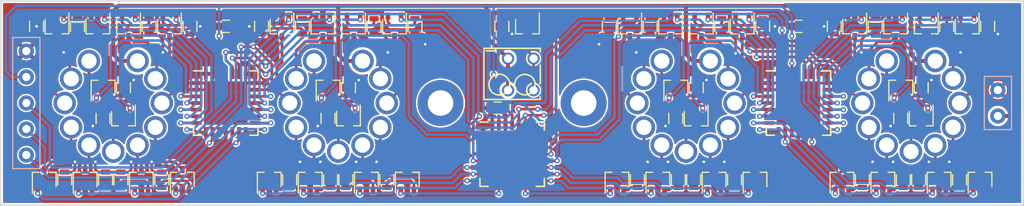
<source format=kicad_pcb>
(kicad_pcb (version 4) (host pcbnew 4.0.6)

  (general
    (links 261)
    (no_connects 0)
    (area 96.924999 91.924999 197.075001 112.075001)
    (thickness 1.6)
    (drawings 4)
    (tracks 1100)
    (zones 0)
    (modules 97)
    (nets 131)
  )

  (page A4)
  (layers
    (0 F.Cu signal)
    (31 B.Cu signal)
    (36 B.SilkS user)
    (37 F.SilkS user)
    (38 B.Mask user)
    (39 F.Mask user)
    (44 Edge.Cuts user)
  )

  (setup
    (last_trace_width 0.254)
    (trace_clearance 0.1524)
    (zone_clearance 0.1524)
    (zone_45_only no)
    (trace_min 0.1524)
    (segment_width 0.2)
    (edge_width 0.15)
    (via_size 0.508)
    (via_drill 0.254)
    (via_min_size 0.508)
    (via_min_drill 0.254)
    (uvia_size 0.254)
    (uvia_drill 0.127)
    (uvias_allowed no)
    (uvia_min_size 0.254)
    (uvia_min_drill 0.127)
    (pcb_text_width 0.3)
    (pcb_text_size 1.5 1.5)
    (mod_edge_width 0.15)
    (mod_text_size 1 1)
    (mod_text_width 0.15)
    (pad_size 4.5 4.5)
    (pad_drill 2.5)
    (pad_to_mask_clearance 0.1524)
    (aux_axis_origin 147 102)
    (grid_origin 147 102)
    (visible_elements 7FFEFF7F)
    (pcbplotparams
      (layerselection 0x010a0_00000001)
      (usegerberextensions false)
      (excludeedgelayer true)
      (linewidth 0.100000)
      (plotframeref false)
      (viasonmask false)
      (mode 1)
      (useauxorigin false)
      (hpglpennumber 1)
      (hpglpenspeed 20)
      (hpglpendiameter 15)
      (hpglpenoverlay 2)
      (psnegative false)
      (psa4output false)
      (plotreference false)
      (plotvalue false)
      (plotinvisibletext false)
      (padsonsilk false)
      (subtractmaskfromsilk false)
      (outputformat 0)
      (mirror false)
      (drillshape 0)
      (scaleselection 1)
      (outputdirectory ""))
  )

  (net 0 "")
  (net 1 /TUBE_GND)
  (net 2 /TUBE_ANODE)
  (net 3 /nOE)
  (net 4 /SCL)
  (net 5 /SDA)
  (net 6 /VDD)
  (net 7 /VSS)
  (net 8 /T1_G_0)
  (net 9 /T1_E_0)
  (net 10 /T1_C_0)
  (net 11 /T1_G_1)
  (net 12 /T1_E_1)
  (net 13 /T1_C_1)
  (net 14 /T1_G_2)
  (net 15 /T1_E_2)
  (net 16 /T1_C_2)
  (net 17 /T1_G_3)
  (net 18 /T1_E_3)
  (net 19 /T1_C_3)
  (net 20 /T1_G_4)
  (net 21 /T1_E_4)
  (net 22 /T1_C_4)
  (net 23 /T1_G_5)
  (net 24 /T1_E_5)
  (net 25 /T1_C_5)
  (net 26 /T1_G_6)
  (net 27 /T1_E_6)
  (net 28 /T1_C_6)
  (net 29 /T1_G_7)
  (net 30 /T1_E_7)
  (net 31 /T1_C_7)
  (net 32 /T1_G_8)
  (net 33 /T1_E_8)
  (net 34 /T1_C_8)
  (net 35 /T1_G_9)
  (net 36 /T1_E_9)
  (net 37 /T1_C_9)
  (net 38 /T2_G_0)
  (net 39 /T2_E_0)
  (net 40 /T2_C_0)
  (net 41 /T2_G_1)
  (net 42 /T2_E_1)
  (net 43 /T2_C_1)
  (net 44 /T2_G_2)
  (net 45 /T2_E_2)
  (net 46 /T2_C_2)
  (net 47 /T2_G_3)
  (net 48 /T2_E_3)
  (net 49 /T2_C_3)
  (net 50 /T2_G_4)
  (net 51 /T2_E_4)
  (net 52 /T2_C_4)
  (net 53 /T2_G_5)
  (net 54 /T2_E_5)
  (net 55 /T2_C_5)
  (net 56 /T2_G_6)
  (net 57 /T2_E_6)
  (net 58 /T2_C_6)
  (net 59 /T2_G_7)
  (net 60 /T2_E_7)
  (net 61 /T2_C_7)
  (net 62 /T2_G_8)
  (net 63 /T2_E_8)
  (net 64 /T2_C_8)
  (net 65 /T2_G_9)
  (net 66 /T2_E_9)
  (net 67 /T2_C_9)
  (net 68 /T3_G_0)
  (net 69 /T3_E_0)
  (net 70 /T3_C_0)
  (net 71 /T3_G_1)
  (net 72 /T3_E_1)
  (net 73 /T3_C_1)
  (net 74 /T3_G_2)
  (net 75 /T3_E_2)
  (net 76 /T3_C_2)
  (net 77 /T3_G_3)
  (net 78 /T3_E_3)
  (net 79 /T3_C_3)
  (net 80 /T3_G_4)
  (net 81 /T3_E_4)
  (net 82 /T3_C_4)
  (net 83 /T3_G_5)
  (net 84 /T3_E_5)
  (net 85 /T3_C_5)
  (net 86 /T3_G_6)
  (net 87 /T3_E_6)
  (net 88 /T3_C_6)
  (net 89 /T3_G_7)
  (net 90 /T3_E_7)
  (net 91 /T3_C_7)
  (net 92 /T3_G_8)
  (net 93 /T3_E_8)
  (net 94 /T3_C_8)
  (net 95 /T3_G_9)
  (net 96 /T3_E_9)
  (net 97 /T3_C_9)
  (net 98 /T4_G_0)
  (net 99 /T4_E_0)
  (net 100 /T4_C_0)
  (net 101 /T4_G_1)
  (net 102 /T4_E_1)
  (net 103 /T4_C_1)
  (net 104 /T4_G_2)
  (net 105 /T4_E_2)
  (net 106 /T4_C_2)
  (net 107 /T4_G_3)
  (net 108 /T4_E_3)
  (net 109 /T4_C_3)
  (net 110 /T4_G_4)
  (net 111 /T4_E_4)
  (net 112 /T4_C_4)
  (net 113 /T4_G_5)
  (net 114 /T4_E_5)
  (net 115 /T4_C_5)
  (net 116 /T4_G_6)
  (net 117 /T4_E_6)
  (net 118 /T4_C_6)
  (net 119 /T4_G_7)
  (net 120 /T4_E_7)
  (net 121 /T4_C_7)
  (net 122 /T4_G_8)
  (net 123 /T4_E_8)
  (net 124 /T4_C_8)
  (net 125 /T4_G_9)
  (net 126 /T4_E_9)
  (net 127 /T4_C_9)
  (net 128 "Net-(Q41-Pad2)")
  (net 129 "Net-(Q41-Pad3)")
  (net 130 "Net-(Q41-Pad1)")

  (net_class Default "This is the default net class."
    (clearance 0.1524)
    (trace_width 0.254)
    (via_dia 0.508)
    (via_drill 0.254)
    (uvia_dia 0.254)
    (uvia_drill 0.127)
    (add_net /SCL)
    (add_net /SDA)
    (add_net /T1_C_0)
    (add_net /T1_C_1)
    (add_net /T1_C_2)
    (add_net /T1_C_3)
    (add_net /T1_C_4)
    (add_net /T1_C_5)
    (add_net /T1_C_6)
    (add_net /T1_C_7)
    (add_net /T1_C_8)
    (add_net /T1_C_9)
    (add_net /T1_E_0)
    (add_net /T1_E_1)
    (add_net /T1_E_2)
    (add_net /T1_E_3)
    (add_net /T1_E_4)
    (add_net /T1_E_5)
    (add_net /T1_E_6)
    (add_net /T1_E_7)
    (add_net /T1_E_8)
    (add_net /T1_E_9)
    (add_net /T1_G_0)
    (add_net /T1_G_1)
    (add_net /T1_G_2)
    (add_net /T1_G_3)
    (add_net /T1_G_4)
    (add_net /T1_G_5)
    (add_net /T1_G_6)
    (add_net /T1_G_7)
    (add_net /T1_G_8)
    (add_net /T1_G_9)
    (add_net /T2_C_0)
    (add_net /T2_C_1)
    (add_net /T2_C_2)
    (add_net /T2_C_3)
    (add_net /T2_C_4)
    (add_net /T2_C_5)
    (add_net /T2_C_6)
    (add_net /T2_C_7)
    (add_net /T2_C_8)
    (add_net /T2_C_9)
    (add_net /T2_E_0)
    (add_net /T2_E_1)
    (add_net /T2_E_2)
    (add_net /T2_E_3)
    (add_net /T2_E_4)
    (add_net /T2_E_5)
    (add_net /T2_E_6)
    (add_net /T2_E_7)
    (add_net /T2_E_8)
    (add_net /T2_E_9)
    (add_net /T2_G_0)
    (add_net /T2_G_1)
    (add_net /T2_G_2)
    (add_net /T2_G_3)
    (add_net /T2_G_4)
    (add_net /T2_G_5)
    (add_net /T2_G_6)
    (add_net /T2_G_7)
    (add_net /T2_G_8)
    (add_net /T2_G_9)
    (add_net /T3_C_0)
    (add_net /T3_C_1)
    (add_net /T3_C_2)
    (add_net /T3_C_3)
    (add_net /T3_C_4)
    (add_net /T3_C_5)
    (add_net /T3_C_6)
    (add_net /T3_C_7)
    (add_net /T3_C_8)
    (add_net /T3_C_9)
    (add_net /T3_E_0)
    (add_net /T3_E_1)
    (add_net /T3_E_2)
    (add_net /T3_E_3)
    (add_net /T3_E_4)
    (add_net /T3_E_5)
    (add_net /T3_E_6)
    (add_net /T3_E_7)
    (add_net /T3_E_8)
    (add_net /T3_E_9)
    (add_net /T3_G_0)
    (add_net /T3_G_1)
    (add_net /T3_G_2)
    (add_net /T3_G_3)
    (add_net /T3_G_4)
    (add_net /T3_G_5)
    (add_net /T3_G_6)
    (add_net /T3_G_7)
    (add_net /T3_G_8)
    (add_net /T3_G_9)
    (add_net /T4_C_0)
    (add_net /T4_C_1)
    (add_net /T4_C_2)
    (add_net /T4_C_3)
    (add_net /T4_C_4)
    (add_net /T4_C_5)
    (add_net /T4_C_6)
    (add_net /T4_C_7)
    (add_net /T4_C_8)
    (add_net /T4_C_9)
    (add_net /T4_E_0)
    (add_net /T4_E_1)
    (add_net /T4_E_2)
    (add_net /T4_E_3)
    (add_net /T4_E_4)
    (add_net /T4_E_5)
    (add_net /T4_E_6)
    (add_net /T4_E_7)
    (add_net /T4_E_8)
    (add_net /T4_E_9)
    (add_net /T4_G_0)
    (add_net /T4_G_1)
    (add_net /T4_G_2)
    (add_net /T4_G_3)
    (add_net /T4_G_4)
    (add_net /T4_G_5)
    (add_net /T4_G_6)
    (add_net /T4_G_7)
    (add_net /T4_G_8)
    (add_net /T4_G_9)
    (add_net /TUBE_GND)
    (add_net /VDD)
    (add_net /VSS)
    (add_net /nOE)
    (add_net "Net-(Q41-Pad1)")
    (add_net "Net-(Q41-Pad2)")
    (add_net "Net-(Q41-Pad3)")
  )

  (net_class HV_Anode ""
    (clearance 0.254)
    (trace_width 0.381)
    (via_dia 0.508)
    (via_drill 0.254)
    (uvia_dia 0.254)
    (uvia_drill 0.127)
    (add_net /TUBE_ANODE)
  )

  (module "Custom Parts:IN-8" (layer F.Cu) (tedit 594892FA) (tstamp 593C8649)
    (at 186 102)
    (path /5938FB49)
    (fp_text reference T4 (at 0 0) (layer F.SilkS) hide
      (effects (font (size 1 1) (thickness 0.15)))
    )
    (fp_text value IN-8 (at 0 -1.27) (layer F.Fab)
      (effects (font (size 1 1) (thickness 0.15)))
    )
    (pad 1 thru_hole circle (at -2.375 -4.114) (size 2.2 2.2) (drill 1.5) (layers *.Cu *.Mask)
      (net 100 /T4_C_0))
    (pad 2 thru_hole circle (at -4.114 -2.375) (size 2.2 2.2) (drill 1.5) (layers *.Cu *.Mask)
      (net 103 /T4_C_1))
    (pad 3 thru_hole circle (at -4.75 0) (size 2.2 2.2) (drill 1.5) (layers *.Cu *.Mask)
      (net 106 /T4_C_2))
    (pad 4 thru_hole circle (at -4.114 2.375) (size 2.2 2.2) (drill 1.5) (layers *.Cu *.Mask)
      (net 109 /T4_C_3))
    (pad 5 thru_hole circle (at -2.375 4.114) (size 2.2 2.2) (drill 1.5) (layers *.Cu *.Mask)
      (net 112 /T4_C_4))
    (pad 6 thru_hole circle (at 0 4.75) (size 2.2 2.2) (drill 1.5) (layers *.Cu *.Mask)
      (net 115 /T4_C_5))
    (pad 7 thru_hole circle (at 2.375 4.114) (size 2.2 2.2) (drill 1.5) (layers *.Cu *.Mask)
      (net 118 /T4_C_6))
    (pad 8 thru_hole circle (at 4.114 2.375) (size 2.2 2.2) (drill 1.5) (layers *.Cu *.Mask)
      (net 121 /T4_C_7))
    (pad 10 thru_hole circle (at 4.114 -2.375) (size 2.2 2.2) (drill 1.5) (layers *.Cu *.Mask)
      (net 127 /T4_C_9))
    (pad 11 thru_hole circle (at 2.375 -4.114) (size 2.2 2.2) (drill 1.5) (layers *.Cu *.Mask)
      (net 2 /TUBE_ANODE))
    (pad 9 thru_hole circle (at 4.75 0) (size 2.2 2.2) (drill 1.5) (layers *.Cu *.Mask)
      (net 124 /T4_C_8))
  )

  (module "Custom Parts:IN-8" (layer F.Cu) (tedit 594892BA) (tstamp 593C862E)
    (at 164 102)
    (path /5938FA0F)
    (fp_text reference T3 (at 0 0) (layer F.SilkS) hide
      (effects (font (size 1 1) (thickness 0.15)))
    )
    (fp_text value IN-8 (at 0 -1.27) (layer F.Fab)
      (effects (font (size 1 1) (thickness 0.15)))
    )
    (pad 1 thru_hole circle (at -2.375 -4.114) (size 2.2 2.2) (drill 1.5) (layers *.Cu *.Mask)
      (net 70 /T3_C_0))
    (pad 2 thru_hole circle (at -4.114 -2.375) (size 2.2 2.2) (drill 1.5) (layers *.Cu *.Mask)
      (net 73 /T3_C_1))
    (pad 3 thru_hole circle (at -4.75 0) (size 2.2 2.2) (drill 1.5) (layers *.Cu *.Mask)
      (net 76 /T3_C_2))
    (pad 4 thru_hole circle (at -4.114 2.375) (size 2.2 2.2) (drill 1.5) (layers *.Cu *.Mask)
      (net 79 /T3_C_3))
    (pad 5 thru_hole circle (at -2.375 4.114) (size 2.2 2.2) (drill 1.5) (layers *.Cu *.Mask)
      (net 82 /T3_C_4))
    (pad 6 thru_hole circle (at 0 4.75) (size 2.2 2.2) (drill 1.5) (layers *.Cu *.Mask)
      (net 85 /T3_C_5))
    (pad 7 thru_hole circle (at 2.375 4.114) (size 2.2 2.2) (drill 1.5) (layers *.Cu *.Mask)
      (net 88 /T3_C_6))
    (pad 8 thru_hole circle (at 4.114 2.375) (size 2.2 2.2) (drill 1.5) (layers *.Cu *.Mask)
      (net 91 /T3_C_7))
    (pad 10 thru_hole circle (at 4.114 -2.375) (size 2.2 2.2) (drill 1.5) (layers *.Cu *.Mask)
      (net 97 /T3_C_9))
    (pad 11 thru_hole circle (at 2.375 -4.114) (size 2.2 2.2) (drill 1.5) (layers *.Cu *.Mask)
      (net 2 /TUBE_ANODE))
    (pad 9 thru_hole circle (at 4.75 0) (size 2.2 2.2) (drill 1.5) (layers *.Cu *.Mask)
      (net 94 /T3_C_8))
  )

  (module "Custom Parts:IN-8" (layer F.Cu) (tedit 5948927B) (tstamp 593C8613)
    (at 130 102)
    (path /5938FA7E)
    (fp_text reference T2 (at 0 0) (layer F.SilkS) hide
      (effects (font (size 1 1) (thickness 0.15)))
    )
    (fp_text value IN-8 (at 0 -1.27) (layer F.Fab)
      (effects (font (size 1 1) (thickness 0.15)))
    )
    (pad 1 thru_hole circle (at -2.375 -4.114) (size 2.2 2.2) (drill 1.5) (layers *.Cu *.Mask)
      (net 40 /T2_C_0))
    (pad 2 thru_hole circle (at -4.114 -2.375) (size 2.2 2.2) (drill 1.5) (layers *.Cu *.Mask)
      (net 43 /T2_C_1))
    (pad 3 thru_hole circle (at -4.75 0) (size 2.2 2.2) (drill 1.5) (layers *.Cu *.Mask)
      (net 46 /T2_C_2))
    (pad 4 thru_hole circle (at -4.114 2.375) (size 2.2 2.2) (drill 1.5) (layers *.Cu *.Mask)
      (net 49 /T2_C_3))
    (pad 5 thru_hole circle (at -2.375 4.114) (size 2.2 2.2) (drill 1.5) (layers *.Cu *.Mask)
      (net 52 /T2_C_4))
    (pad 6 thru_hole circle (at 0 4.75) (size 2.2 2.2) (drill 1.5) (layers *.Cu *.Mask)
      (net 55 /T2_C_5))
    (pad 7 thru_hole circle (at 2.375 4.114) (size 2.2 2.2) (drill 1.5) (layers *.Cu *.Mask)
      (net 58 /T2_C_6))
    (pad 8 thru_hole circle (at 4.114 2.375) (size 2.2 2.2) (drill 1.5) (layers *.Cu *.Mask)
      (net 61 /T2_C_7))
    (pad 10 thru_hole circle (at 4.114 -2.375) (size 2.2 2.2) (drill 1.5) (layers *.Cu *.Mask)
      (net 67 /T2_C_9))
    (pad 11 thru_hole circle (at 2.375 -4.114) (size 2.2 2.2) (drill 1.5) (layers *.Cu *.Mask)
      (net 2 /TUBE_ANODE))
    (pad 9 thru_hole circle (at 4.75 0) (size 2.2 2.2) (drill 1.5) (layers *.Cu *.Mask)
      (net 64 /T2_C_8))
  )

  (module "Custom Parts:IN-8" (layer F.Cu) (tedit 5948927F) (tstamp 593C85F8)
    (at 108 102)
    (path /5938FAE9)
    (fp_text reference T1 (at 0 0) (layer F.SilkS) hide
      (effects (font (size 1 1) (thickness 0.15)))
    )
    (fp_text value IN-8 (at 0 -1.27) (layer F.Fab)
      (effects (font (size 1 1) (thickness 0.15)))
    )
    (pad 1 thru_hole circle (at -2.375 -4.114) (size 2.2 2.2) (drill 1.5) (layers *.Cu *.Mask)
      (net 10 /T1_C_0))
    (pad 2 thru_hole circle (at -4.114 -2.375) (size 2.2 2.2) (drill 1.5) (layers *.Cu *.Mask)
      (net 13 /T1_C_1))
    (pad 3 thru_hole circle (at -4.75 0) (size 2.2 2.2) (drill 1.5) (layers *.Cu *.Mask)
      (net 16 /T1_C_2))
    (pad 4 thru_hole circle (at -4.114 2.375) (size 2.2 2.2) (drill 1.5) (layers *.Cu *.Mask)
      (net 19 /T1_C_3))
    (pad 5 thru_hole circle (at -2.375 4.114) (size 2.2 2.2) (drill 1.5) (layers *.Cu *.Mask)
      (net 22 /T1_C_4))
    (pad 6 thru_hole circle (at 0 4.75) (size 2.2 2.2) (drill 1.5) (layers *.Cu *.Mask)
      (net 25 /T1_C_5))
    (pad 7 thru_hole circle (at 2.375 4.114) (size 2.2 2.2) (drill 1.5) (layers *.Cu *.Mask)
      (net 28 /T1_C_6))
    (pad 8 thru_hole circle (at 4.114 2.375) (size 2.2 2.2) (drill 1.5) (layers *.Cu *.Mask)
      (net 31 /T1_C_7))
    (pad 10 thru_hole circle (at 4.114 -2.375) (size 2.2 2.2) (drill 1.5) (layers *.Cu *.Mask)
      (net 37 /T1_C_9))
    (pad 11 thru_hole circle (at 2.375 -4.114) (size 2.2 2.2) (drill 1.5) (layers *.Cu *.Mask)
      (net 2 /TUBE_ANODE))
    (pad 9 thru_hole circle (at 4.75 0) (size 2.2 2.2) (drill 1.5) (layers *.Cu *.Mask)
      (net 34 /T1_C_8))
  )

  (module TO_SOT_Packages_SMD:SOT-323_SC-70 (layer F.Cu) (tedit 59489268) (tstamp 593C80B2)
    (at 124.5 94.5 270)
    (descr "SOT-323, SC-70")
    (tags "SOT-323 SC-70")
    (path /593936B6)
    (attr smd)
    (fp_text reference Q13 (at -0.05 -1.95 270) (layer F.SilkS) hide
      (effects (font (size 1 1) (thickness 0.15)))
    )
    (fp_text value Q_NPN_BEC (at -0.05 2.05 270) (layer F.Fab)
      (effects (font (size 1 1) (thickness 0.15)))
    )
    (fp_text user %R (at -0.005 0 270) (layer F.Fab)
      (effects (font (size 0.5 0.5) (thickness 0.075)))
    )
    (fp_line (start 0.73 0.5) (end 0.73 1.16) (layer F.SilkS) (width 0.12))
    (fp_line (start 0.73 -1.16) (end 0.73 -0.5) (layer F.SilkS) (width 0.12))
    (fp_line (start 1.7 1.3) (end -1.7 1.3) (layer F.CrtYd) (width 0.05))
    (fp_line (start 1.7 -1.3) (end 1.7 1.3) (layer F.CrtYd) (width 0.05))
    (fp_line (start -1.7 -1.3) (end 1.7 -1.3) (layer F.CrtYd) (width 0.05))
    (fp_line (start -1.7 1.3) (end -1.7 -1.3) (layer F.CrtYd) (width 0.05))
    (fp_line (start 0.73 -1.16) (end -1.3 -1.16) (layer F.SilkS) (width 0.12))
    (fp_line (start -0.68 1.16) (end 0.73 1.16) (layer F.SilkS) (width 0.12))
    (fp_line (start 0.67 -1.1) (end -0.18 -1.1) (layer F.Fab) (width 0.1))
    (fp_line (start -0.68 -0.6) (end -0.68 1.1) (layer F.Fab) (width 0.1))
    (fp_line (start 0.67 -1.1) (end 0.67 1.1) (layer F.Fab) (width 0.1))
    (fp_line (start 0.67 1.1) (end -0.68 1.1) (layer F.Fab) (width 0.1))
    (fp_line (start -0.18 -1.1) (end -0.68 -0.6) (layer F.Fab) (width 0.1))
    (pad 1 smd rect (at -1 -0.65 180) (size 0.45 0.7) (layers F.Cu F.Mask)
      (net 44 /T2_G_2))
    (pad 2 smd rect (at -1 0.65 180) (size 0.45 0.7) (layers F.Cu F.Mask)
      (net 45 /T2_E_2))
    (pad 3 smd rect (at 1 0 180) (size 0.45 0.7) (layers F.Cu F.Mask)
      (net 46 /T2_C_2))
    (model ${KISYS3DMOD}/TO_SOT_Packages_SMD.3dshapes/SOT-323_SC-70.wrl
      (at (xyz 0 0 0))
      (scale (xyz 1 1 1))
      (rotate (xyz 0 0 0))
    )
  )

  (module Housings_DFN_QFN:QFN-28-1EP_6x6mm_Pitch0.65mm (layer F.Cu) (tedit 5948928B) (tstamp 593C86B5)
    (at 119 102)
    (descr "28-Lead Plastic Quad Flat, No Lead Package (ML) - 6x6 mm Body [QFN]; (see Microchip Packaging Specification 00000049BS.pdf)")
    (tags "QFN 0.65")
    (path /593A4DD3)
    (attr smd)
    (fp_text reference U1 (at 0 -4.35) (layer F.SilkS) hide
      (effects (font (size 1 1) (thickness 0.15)))
    )
    (fp_text value PCA9685 (at 0 4.35) (layer F.Fab)
      (effects (font (size 1 1) (thickness 0.15)))
    )
    (fp_line (start -2 -3) (end 3 -3) (layer F.Fab) (width 0.15))
    (fp_line (start 3 -3) (end 3 3) (layer F.Fab) (width 0.15))
    (fp_line (start 3 3) (end -3 3) (layer F.Fab) (width 0.15))
    (fp_line (start -3 3) (end -3 -2) (layer F.Fab) (width 0.15))
    (fp_line (start -3 -2) (end -2 -3) (layer F.Fab) (width 0.15))
    (fp_line (start -3.6 -3.6) (end -3.6 3.6) (layer F.CrtYd) (width 0.05))
    (fp_line (start 3.6 -3.6) (end 3.6 3.6) (layer F.CrtYd) (width 0.05))
    (fp_line (start -3.6 -3.6) (end 3.6 -3.6) (layer F.CrtYd) (width 0.05))
    (fp_line (start -3.6 3.6) (end 3.6 3.6) (layer F.CrtYd) (width 0.05))
    (fp_line (start 3.15 -3.15) (end 3.15 -2.36) (layer F.SilkS) (width 0.15))
    (fp_line (start -3.15 3.15) (end -3.15 2.36) (layer F.SilkS) (width 0.15))
    (fp_line (start 3.15 3.15) (end 3.15 2.36) (layer F.SilkS) (width 0.15))
    (fp_line (start -3.15 -3.15) (end -2.36 -3.15) (layer F.SilkS) (width 0.15))
    (fp_line (start -3.15 3.15) (end -2.36 3.15) (layer F.SilkS) (width 0.15))
    (fp_line (start 3.15 3.15) (end 2.36 3.15) (layer F.SilkS) (width 0.15))
    (fp_line (start 3.15 -3.15) (end 2.36 -3.15) (layer F.SilkS) (width 0.15))
    (pad 1 smd rect (at -2.85 -1.95) (size 1 0.37) (layers F.Cu F.Mask)
      (net 7 /VSS))
    (pad 2 smd rect (at -2.85 -1.3) (size 1 0.37) (layers F.Cu F.Mask)
      (net 7 /VSS))
    (pad 3 smd rect (at -2.85 -0.65) (size 1 0.37) (layers F.Cu F.Mask)
      (net 23 /T1_G_5))
    (pad 4 smd rect (at -2.85 0) (size 1 0.37) (layers F.Cu F.Mask)
      (net 8 /T1_G_0))
    (pad 5 smd rect (at -2.85 0.65) (size 1 0.37) (layers F.Cu F.Mask)
      (net 14 /T1_G_2))
    (pad 6 smd rect (at -2.85 1.3) (size 1 0.37) (layers F.Cu F.Mask)
      (net 11 /T1_G_1))
    (pad 7 smd rect (at -2.85 1.95) (size 1 0.37) (layers F.Cu F.Mask)
      (net 35 /T1_G_9))
    (pad 8 smd rect (at -1.95 2.85 90) (size 1 0.37) (layers F.Cu F.Mask)
      (net 32 /T1_G_8))
    (pad 9 smd rect (at -1.3 2.85 90) (size 1 0.37) (layers F.Cu F.Mask)
      (net 20 /T1_G_4))
    (pad 10 smd rect (at -0.65 2.85 90) (size 1 0.37) (layers F.Cu F.Mask))
    (pad 11 smd rect (at 0 2.85 90) (size 1 0.37) (layers F.Cu F.Mask)
      (net 7 /VSS))
    (pad 12 smd rect (at 0.65 2.85 90) (size 1 0.37) (layers F.Cu F.Mask))
    (pad 13 smd rect (at 1.3 2.85 90) (size 1 0.37) (layers F.Cu F.Mask)
      (net 17 /T1_G_3))
    (pad 14 smd rect (at 1.95 2.85 90) (size 1 0.37) (layers F.Cu F.Mask)
      (net 29 /T1_G_7))
    (pad 15 smd rect (at 2.85 1.95) (size 1 0.37) (layers F.Cu F.Mask)
      (net 26 /T1_G_6))
    (pad 16 smd rect (at 2.85 1.3) (size 1 0.37) (layers F.Cu F.Mask)
      (net 44 /T2_G_2))
    (pad 17 smd rect (at 2.85 0.65) (size 1 0.37) (layers F.Cu F.Mask)
      (net 41 /T2_G_1))
    (pad 18 smd rect (at 2.85 0) (size 1 0.37) (layers F.Cu F.Mask)
      (net 65 /T2_G_9))
    (pad 19 smd rect (at 2.85 -0.65) (size 1 0.37) (layers F.Cu F.Mask)
      (net 38 /T2_G_0))
    (pad 20 smd rect (at 2.85 -1.3) (size 1 0.37) (layers F.Cu F.Mask)
      (net 3 /nOE))
    (pad 21 smd rect (at 2.85 -1.95) (size 1 0.37) (layers F.Cu F.Mask)
      (net 7 /VSS))
    (pad 22 smd rect (at 1.95 -2.85 90) (size 1 0.37) (layers F.Cu F.Mask)
      (net 7 /VSS))
    (pad 23 smd rect (at 1.3 -2.85 90) (size 1 0.37) (layers F.Cu F.Mask)
      (net 4 /SCL))
    (pad 24 smd rect (at 0.65 -2.85 90) (size 1 0.37) (layers F.Cu F.Mask)
      (net 5 /SDA))
    (pad 25 smd rect (at 0 -2.85 90) (size 1 0.37) (layers F.Cu F.Mask)
      (net 6 /VDD))
    (pad 26 smd rect (at -0.65 -2.85 90) (size 1 0.37) (layers F.Cu F.Mask)
      (net 6 /VDD))
    (pad 27 smd rect (at -1.3 -2.85 90) (size 1 0.37) (layers F.Cu F.Mask)
      (net 7 /VSS))
    (pad 28 smd rect (at -1.95 -2.85 90) (size 1 0.37) (layers F.Cu F.Mask)
      (net 7 /VSS))
    (pad 29 smd rect (at 1.59375 1.59375) (size 1.0625 1.0625) (layers F.Cu F.Mask)
      (net 7 /VSS) (solder_paste_margin_ratio -0.2))
    (pad 29 smd rect (at 1.59375 0.53125) (size 1.0625 1.0625) (layers F.Cu F.Mask)
      (net 7 /VSS) (solder_paste_margin_ratio -0.2))
    (pad 29 smd rect (at 1.59375 -0.53125) (size 1.0625 1.0625) (layers F.Cu F.Mask)
      (net 7 /VSS) (solder_paste_margin_ratio -0.2))
    (pad 29 smd rect (at 1.59375 -1.59375) (size 1.0625 1.0625) (layers F.Cu F.Mask)
      (net 7 /VSS) (solder_paste_margin_ratio -0.2))
    (pad 29 smd rect (at 0.53125 1.59375) (size 1.0625 1.0625) (layers F.Cu F.Mask)
      (net 7 /VSS) (solder_paste_margin_ratio -0.2))
    (pad 29 smd rect (at 0.53125 0.53125) (size 1.0625 1.0625) (layers F.Cu F.Mask)
      (net 7 /VSS) (solder_paste_margin_ratio -0.2))
    (pad 29 smd rect (at 0.53125 -0.53125) (size 1.0625 1.0625) (layers F.Cu F.Mask)
      (net 7 /VSS) (solder_paste_margin_ratio -0.2))
    (pad 29 smd rect (at 0.53125 -1.59375) (size 1.0625 1.0625) (layers F.Cu F.Mask)
      (net 7 /VSS) (solder_paste_margin_ratio -0.2))
    (pad 29 smd rect (at -0.53125 1.59375) (size 1.0625 1.0625) (layers F.Cu F.Mask)
      (net 7 /VSS) (solder_paste_margin_ratio -0.2))
    (pad 29 smd rect (at -0.53125 0.53125) (size 1.0625 1.0625) (layers F.Cu F.Mask)
      (net 7 /VSS) (solder_paste_margin_ratio -0.2))
    (pad 29 smd rect (at -0.53125 -0.53125) (size 1.0625 1.0625) (layers F.Cu F.Mask)
      (net 7 /VSS) (solder_paste_margin_ratio -0.2))
    (pad 29 smd rect (at -0.53125 -1.59375) (size 1.0625 1.0625) (layers F.Cu F.Mask)
      (net 7 /VSS) (solder_paste_margin_ratio -0.2))
    (pad 29 smd rect (at -1.59375 1.59375) (size 1.0625 1.0625) (layers F.Cu F.Mask)
      (net 7 /VSS) (solder_paste_margin_ratio -0.2))
    (pad 29 smd rect (at -1.59375 0.53125) (size 1.0625 1.0625) (layers F.Cu F.Mask)
      (net 7 /VSS) (solder_paste_margin_ratio -0.2))
    (pad 29 smd rect (at -1.59375 -0.53125) (size 1.0625 1.0625) (layers F.Cu F.Mask)
      (net 7 /VSS) (solder_paste_margin_ratio -0.2))
    (pad 29 smd rect (at -1.59375 -1.59375) (size 1.0625 1.0625) (layers F.Cu F.Mask)
      (net 7 /VSS) (solder_paste_margin_ratio -0.2))
    (model Housings_DFN_QFN.3dshapes/QFN-28-1EP_6x6mm_Pitch0.65mm.wrl
      (at (xyz 0 0 0))
      (scale (xyz 1 1 1))
      (rotate (xyz 0 0 0))
    )
  )

  (module TO_SOT_Packages_SMD:SOT-323_SC-70 (layer F.Cu) (tedit 59489218) (tstamp 593C805E)
    (at 113.5 94.5 270)
    (descr "SOT-323, SC-70")
    (tags "SOT-323 SC-70")
    (path /59393716)
    (attr smd)
    (fp_text reference Q9 (at -0.05 -1.95 270) (layer F.SilkS) hide
      (effects (font (size 1 1) (thickness 0.15)))
    )
    (fp_text value Q_NPN_BEC (at -0.05 2.05 270) (layer F.Fab)
      (effects (font (size 1 1) (thickness 0.15)))
    )
    (fp_text user %R (at -0.005 0 270) (layer F.Fab)
      (effects (font (size 0.5 0.5) (thickness 0.075)))
    )
    (fp_line (start 0.73 0.5) (end 0.73 1.16) (layer F.SilkS) (width 0.12))
    (fp_line (start 0.73 -1.16) (end 0.73 -0.5) (layer F.SilkS) (width 0.12))
    (fp_line (start 1.7 1.3) (end -1.7 1.3) (layer F.CrtYd) (width 0.05))
    (fp_line (start 1.7 -1.3) (end 1.7 1.3) (layer F.CrtYd) (width 0.05))
    (fp_line (start -1.7 -1.3) (end 1.7 -1.3) (layer F.CrtYd) (width 0.05))
    (fp_line (start -1.7 1.3) (end -1.7 -1.3) (layer F.CrtYd) (width 0.05))
    (fp_line (start 0.73 -1.16) (end -1.3 -1.16) (layer F.SilkS) (width 0.12))
    (fp_line (start -0.68 1.16) (end 0.73 1.16) (layer F.SilkS) (width 0.12))
    (fp_line (start 0.67 -1.1) (end -0.18 -1.1) (layer F.Fab) (width 0.1))
    (fp_line (start -0.68 -0.6) (end -0.68 1.1) (layer F.Fab) (width 0.1))
    (fp_line (start 0.67 -1.1) (end 0.67 1.1) (layer F.Fab) (width 0.1))
    (fp_line (start 0.67 1.1) (end -0.68 1.1) (layer F.Fab) (width 0.1))
    (fp_line (start -0.18 -1.1) (end -0.68 -0.6) (layer F.Fab) (width 0.1))
    (pad 1 smd rect (at -1 -0.65 180) (size 0.45 0.7) (layers F.Cu F.Mask)
      (net 32 /T1_G_8))
    (pad 2 smd rect (at -1 0.65 180) (size 0.45 0.7) (layers F.Cu F.Mask)
      (net 33 /T1_E_8))
    (pad 3 smd rect (at 1 0 180) (size 0.45 0.7) (layers F.Cu F.Mask)
      (net 34 /T1_C_8))
    (model ${KISYS3DMOD}/TO_SOT_Packages_SMD.3dshapes/SOT-323_SC-70.wrl
      (at (xyz 0 0 0))
      (scale (xyz 1 1 1))
      (rotate (xyz 0 0 0))
    )
  )

  (module TO_SOT_Packages_SMD:SOT-323_SC-70 (layer F.Cu) (tedit 5948920F) (tstamp 593C7FCB)
    (at 106.5 94.5 270)
    (descr "SOT-323, SC-70")
    (tags "SOT-323 SC-70")
    (path /593936EC)
    (attr smd)
    (fp_text reference Q2 (at -0.05 -1.95 270) (layer F.SilkS) hide
      (effects (font (size 1 1) (thickness 0.15)))
    )
    (fp_text value Q_NPN_BEC (at -0.05 2.05 270) (layer F.Fab)
      (effects (font (size 1 1) (thickness 0.15)))
    )
    (fp_text user %R (at -0.005 0 270) (layer F.Fab)
      (effects (font (size 0.5 0.5) (thickness 0.075)))
    )
    (fp_line (start 0.73 0.5) (end 0.73 1.16) (layer F.SilkS) (width 0.12))
    (fp_line (start 0.73 -1.16) (end 0.73 -0.5) (layer F.SilkS) (width 0.12))
    (fp_line (start 1.7 1.3) (end -1.7 1.3) (layer F.CrtYd) (width 0.05))
    (fp_line (start 1.7 -1.3) (end 1.7 1.3) (layer F.CrtYd) (width 0.05))
    (fp_line (start -1.7 -1.3) (end 1.7 -1.3) (layer F.CrtYd) (width 0.05))
    (fp_line (start -1.7 1.3) (end -1.7 -1.3) (layer F.CrtYd) (width 0.05))
    (fp_line (start 0.73 -1.16) (end -1.3 -1.16) (layer F.SilkS) (width 0.12))
    (fp_line (start -0.68 1.16) (end 0.73 1.16) (layer F.SilkS) (width 0.12))
    (fp_line (start 0.67 -1.1) (end -0.18 -1.1) (layer F.Fab) (width 0.1))
    (fp_line (start -0.68 -0.6) (end -0.68 1.1) (layer F.Fab) (width 0.1))
    (fp_line (start 0.67 -1.1) (end 0.67 1.1) (layer F.Fab) (width 0.1))
    (fp_line (start 0.67 1.1) (end -0.68 1.1) (layer F.Fab) (width 0.1))
    (fp_line (start -0.18 -1.1) (end -0.68 -0.6) (layer F.Fab) (width 0.1))
    (pad 1 smd rect (at -1 -0.65 180) (size 0.45 0.7) (layers F.Cu F.Mask)
      (net 11 /T1_G_1))
    (pad 2 smd rect (at -1 0.65 180) (size 0.45 0.7) (layers F.Cu F.Mask)
      (net 12 /T1_E_1))
    (pad 3 smd rect (at 1 0 180) (size 0.45 0.7) (layers F.Cu F.Mask)
      (net 13 /T1_C_1))
    (model ${KISYS3DMOD}/TO_SOT_Packages_SMD.3dshapes/SOT-323_SC-70.wrl
      (at (xyz 0 0 0))
      (scale (xyz 1 1 1))
      (rotate (xyz 0 0 0))
    )
  )

  (module Resistors_SMD:R_0603 (layer F.Cu) (tedit 5948920D) (tstamp 593DDFAA)
    (at 104.5 94.5 270)
    (descr "Resistor SMD 0603, reflow soldering, Vishay (see dcrcw.pdf)")
    (tags "resistor 0603")
    (path /593D296E)
    (attr smd)
    (fp_text reference R2 (at 0 -1.45 270) (layer F.SilkS) hide
      (effects (font (size 1 1) (thickness 0.15)))
    )
    (fp_text value R (at 0 1.5 270) (layer F.Fab)
      (effects (font (size 1 1) (thickness 0.15)))
    )
    (fp_text user %R (at 0 0 270) (layer F.Fab)
      (effects (font (size 0.5 0.5) (thickness 0.075)))
    )
    (fp_line (start -0.8 0.4) (end -0.8 -0.4) (layer F.Fab) (width 0.1))
    (fp_line (start 0.8 0.4) (end -0.8 0.4) (layer F.Fab) (width 0.1))
    (fp_line (start 0.8 -0.4) (end 0.8 0.4) (layer F.Fab) (width 0.1))
    (fp_line (start -0.8 -0.4) (end 0.8 -0.4) (layer F.Fab) (width 0.1))
    (fp_line (start 0.5 0.68) (end -0.5 0.68) (layer F.SilkS) (width 0.12))
    (fp_line (start -0.5 -0.68) (end 0.5 -0.68) (layer F.SilkS) (width 0.12))
    (fp_line (start -1.25 -0.7) (end 1.25 -0.7) (layer F.CrtYd) (width 0.05))
    (fp_line (start -1.25 -0.7) (end -1.25 0.7) (layer F.CrtYd) (width 0.05))
    (fp_line (start 1.25 0.7) (end 1.25 -0.7) (layer F.CrtYd) (width 0.05))
    (fp_line (start 1.25 0.7) (end -1.25 0.7) (layer F.CrtYd) (width 0.05))
    (pad 1 smd rect (at -0.75 0 270) (size 0.5 0.9) (layers F.Cu F.Mask)
      (net 12 /T1_E_1))
    (pad 2 smd rect (at 0.75 0 270) (size 0.5 0.9) (layers F.Cu F.Mask)
      (net 1 /TUBE_GND))
    (model ${KISYS3DMOD}/Resistors_SMD.3dshapes/R_0603.wrl
      (at (xyz 0 0 0))
      (scale (xyz 1 1 1))
      (rotate (xyz 0 0 0))
    )
  )

  (module TO_SOT_Packages_SMD:SOT-323_SC-70 (layer F.Cu) (tedit 59489240) (tstamp 593C80C7)
    (at 123.25 109.5 90)
    (descr "SOT-323, SC-70")
    (tags "SOT-323 SC-70")
    (path /593936BC)
    (attr smd)
    (fp_text reference Q14 (at -0.05 -1.95 90) (layer F.SilkS) hide
      (effects (font (size 1 1) (thickness 0.15)))
    )
    (fp_text value Q_NPN_BEC (at -0.05 2.05 90) (layer F.Fab)
      (effects (font (size 1 1) (thickness 0.15)))
    )
    (fp_text user %R (at -0.005 0 90) (layer F.Fab)
      (effects (font (size 0.5 0.5) (thickness 0.075)))
    )
    (fp_line (start 0.73 0.5) (end 0.73 1.16) (layer F.SilkS) (width 0.12))
    (fp_line (start 0.73 -1.16) (end 0.73 -0.5) (layer F.SilkS) (width 0.12))
    (fp_line (start 1.7 1.3) (end -1.7 1.3) (layer F.CrtYd) (width 0.05))
    (fp_line (start 1.7 -1.3) (end 1.7 1.3) (layer F.CrtYd) (width 0.05))
    (fp_line (start -1.7 -1.3) (end 1.7 -1.3) (layer F.CrtYd) (width 0.05))
    (fp_line (start -1.7 1.3) (end -1.7 -1.3) (layer F.CrtYd) (width 0.05))
    (fp_line (start 0.73 -1.16) (end -1.3 -1.16) (layer F.SilkS) (width 0.12))
    (fp_line (start -0.68 1.16) (end 0.73 1.16) (layer F.SilkS) (width 0.12))
    (fp_line (start 0.67 -1.1) (end -0.18 -1.1) (layer F.Fab) (width 0.1))
    (fp_line (start -0.68 -0.6) (end -0.68 1.1) (layer F.Fab) (width 0.1))
    (fp_line (start 0.67 -1.1) (end 0.67 1.1) (layer F.Fab) (width 0.1))
    (fp_line (start 0.67 1.1) (end -0.68 1.1) (layer F.Fab) (width 0.1))
    (fp_line (start -0.18 -1.1) (end -0.68 -0.6) (layer F.Fab) (width 0.1))
    (pad 1 smd rect (at -1 -0.65) (size 0.45 0.7) (layers F.Cu F.Mask)
      (net 47 /T2_G_3))
    (pad 2 smd rect (at -1 0.65) (size 0.45 0.7) (layers F.Cu F.Mask)
      (net 48 /T2_E_3))
    (pad 3 smd rect (at 1 0) (size 0.45 0.7) (layers F.Cu F.Mask)
      (net 49 /T2_C_3))
    (model ${KISYS3DMOD}/TO_SOT_Packages_SMD.3dshapes/SOT-323_SC-70.wrl
      (at (xyz 0 0 0))
      (scale (xyz 1 1 1))
      (rotate (xyz 0 0 0))
    )
  )

  (module TO_SOT_Packages_SMD:SOT-323_SC-70 (layer F.Cu) (tedit 59489221) (tstamp 593C7FB6)
    (at 107 100.5 90)
    (descr "SOT-323, SC-70")
    (tags "SOT-323 SC-70")
    (path /593936E6)
    (attr smd)
    (fp_text reference Q1 (at -0.05 -1.95 90) (layer F.SilkS) hide
      (effects (font (size 1 1) (thickness 0.15)))
    )
    (fp_text value Q_NPN_BEC (at -0.05 2.05 90) (layer F.Fab)
      (effects (font (size 1 1) (thickness 0.15)))
    )
    (fp_text user %R (at -0.005 0 90) (layer F.Fab)
      (effects (font (size 0.5 0.5) (thickness 0.075)))
    )
    (fp_line (start 0.73 0.5) (end 0.73 1.16) (layer F.SilkS) (width 0.12))
    (fp_line (start 0.73 -1.16) (end 0.73 -0.5) (layer F.SilkS) (width 0.12))
    (fp_line (start 1.7 1.3) (end -1.7 1.3) (layer F.CrtYd) (width 0.05))
    (fp_line (start 1.7 -1.3) (end 1.7 1.3) (layer F.CrtYd) (width 0.05))
    (fp_line (start -1.7 -1.3) (end 1.7 -1.3) (layer F.CrtYd) (width 0.05))
    (fp_line (start -1.7 1.3) (end -1.7 -1.3) (layer F.CrtYd) (width 0.05))
    (fp_line (start 0.73 -1.16) (end -1.3 -1.16) (layer F.SilkS) (width 0.12))
    (fp_line (start -0.68 1.16) (end 0.73 1.16) (layer F.SilkS) (width 0.12))
    (fp_line (start 0.67 -1.1) (end -0.18 -1.1) (layer F.Fab) (width 0.1))
    (fp_line (start -0.68 -0.6) (end -0.68 1.1) (layer F.Fab) (width 0.1))
    (fp_line (start 0.67 -1.1) (end 0.67 1.1) (layer F.Fab) (width 0.1))
    (fp_line (start 0.67 1.1) (end -0.68 1.1) (layer F.Fab) (width 0.1))
    (fp_line (start -0.18 -1.1) (end -0.68 -0.6) (layer F.Fab) (width 0.1))
    (pad 1 smd rect (at -1 -0.65) (size 0.45 0.7) (layers F.Cu F.Mask)
      (net 8 /T1_G_0))
    (pad 2 smd rect (at -1 0.65) (size 0.45 0.7) (layers F.Cu F.Mask)
      (net 9 /T1_E_0))
    (pad 3 smd rect (at 1 0) (size 0.45 0.7) (layers F.Cu F.Mask)
      (net 10 /T1_C_0))
    (model ${KISYS3DMOD}/TO_SOT_Packages_SMD.3dshapes/SOT-323_SC-70.wrl
      (at (xyz 0 0 0))
      (scale (xyz 1 1 1))
      (rotate (xyz 0 0 0))
    )
  )

  (module TO_SOT_Packages_SMD:SOT-323_SC-70 (layer F.Cu) (tedit 5948920A) (tstamp 593C7FE0)
    (at 102.5 94.5 270)
    (descr "SOT-323, SC-70")
    (tags "SOT-323 SC-70")
    (path /593936F2)
    (attr smd)
    (fp_text reference Q3 (at -0.05 -1.95 270) (layer F.SilkS) hide
      (effects (font (size 1 1) (thickness 0.15)))
    )
    (fp_text value Q_NPN_BEC (at -0.05 2.05 270) (layer F.Fab)
      (effects (font (size 1 1) (thickness 0.15)))
    )
    (fp_text user %R (at -0.005 0 270) (layer F.Fab)
      (effects (font (size 0.5 0.5) (thickness 0.075)))
    )
    (fp_line (start 0.73 0.5) (end 0.73 1.16) (layer F.SilkS) (width 0.12))
    (fp_line (start 0.73 -1.16) (end 0.73 -0.5) (layer F.SilkS) (width 0.12))
    (fp_line (start 1.7 1.3) (end -1.7 1.3) (layer F.CrtYd) (width 0.05))
    (fp_line (start 1.7 -1.3) (end 1.7 1.3) (layer F.CrtYd) (width 0.05))
    (fp_line (start -1.7 -1.3) (end 1.7 -1.3) (layer F.CrtYd) (width 0.05))
    (fp_line (start -1.7 1.3) (end -1.7 -1.3) (layer F.CrtYd) (width 0.05))
    (fp_line (start 0.73 -1.16) (end -1.3 -1.16) (layer F.SilkS) (width 0.12))
    (fp_line (start -0.68 1.16) (end 0.73 1.16) (layer F.SilkS) (width 0.12))
    (fp_line (start 0.67 -1.1) (end -0.18 -1.1) (layer F.Fab) (width 0.1))
    (fp_line (start -0.68 -0.6) (end -0.68 1.1) (layer F.Fab) (width 0.1))
    (fp_line (start 0.67 -1.1) (end 0.67 1.1) (layer F.Fab) (width 0.1))
    (fp_line (start 0.67 1.1) (end -0.68 1.1) (layer F.Fab) (width 0.1))
    (fp_line (start -0.18 -1.1) (end -0.68 -0.6) (layer F.Fab) (width 0.1))
    (pad 1 smd rect (at -1 -0.65 180) (size 0.45 0.7) (layers F.Cu F.Mask)
      (net 14 /T1_G_2))
    (pad 2 smd rect (at -1 0.65 180) (size 0.45 0.7) (layers F.Cu F.Mask)
      (net 15 /T1_E_2))
    (pad 3 smd rect (at 1 0 180) (size 0.45 0.7) (layers F.Cu F.Mask)
      (net 16 /T1_C_2))
    (model ${KISYS3DMOD}/TO_SOT_Packages_SMD.3dshapes/SOT-323_SC-70.wrl
      (at (xyz 0 0 0))
      (scale (xyz 1 1 1))
      (rotate (xyz 0 0 0))
    )
  )

  (module TO_SOT_Packages_SMD:SOT-323_SC-70 (layer F.Cu) (tedit 5948922B) (tstamp 593C7FF5)
    (at 101.25 109.5 90)
    (descr "SOT-323, SC-70")
    (tags "SOT-323 SC-70")
    (path /593936F8)
    (attr smd)
    (fp_text reference Q4 (at -0.05 -1.95 90) (layer F.SilkS) hide
      (effects (font (size 1 1) (thickness 0.15)))
    )
    (fp_text value Q_NPN_BEC (at -0.05 2.05 90) (layer F.Fab)
      (effects (font (size 1 1) (thickness 0.15)))
    )
    (fp_text user %R (at -0.005 0 90) (layer F.Fab)
      (effects (font (size 0.5 0.5) (thickness 0.075)))
    )
    (fp_line (start 0.73 0.5) (end 0.73 1.16) (layer F.SilkS) (width 0.12))
    (fp_line (start 0.73 -1.16) (end 0.73 -0.5) (layer F.SilkS) (width 0.12))
    (fp_line (start 1.7 1.3) (end -1.7 1.3) (layer F.CrtYd) (width 0.05))
    (fp_line (start 1.7 -1.3) (end 1.7 1.3) (layer F.CrtYd) (width 0.05))
    (fp_line (start -1.7 -1.3) (end 1.7 -1.3) (layer F.CrtYd) (width 0.05))
    (fp_line (start -1.7 1.3) (end -1.7 -1.3) (layer F.CrtYd) (width 0.05))
    (fp_line (start 0.73 -1.16) (end -1.3 -1.16) (layer F.SilkS) (width 0.12))
    (fp_line (start -0.68 1.16) (end 0.73 1.16) (layer F.SilkS) (width 0.12))
    (fp_line (start 0.67 -1.1) (end -0.18 -1.1) (layer F.Fab) (width 0.1))
    (fp_line (start -0.68 -0.6) (end -0.68 1.1) (layer F.Fab) (width 0.1))
    (fp_line (start 0.67 -1.1) (end 0.67 1.1) (layer F.Fab) (width 0.1))
    (fp_line (start 0.67 1.1) (end -0.68 1.1) (layer F.Fab) (width 0.1))
    (fp_line (start -0.18 -1.1) (end -0.68 -0.6) (layer F.Fab) (width 0.1))
    (pad 1 smd rect (at -1 -0.65) (size 0.45 0.7) (layers F.Cu F.Mask)
      (net 17 /T1_G_3))
    (pad 2 smd rect (at -1 0.65) (size 0.45 0.7) (layers F.Cu F.Mask)
      (net 18 /T1_E_3))
    (pad 3 smd rect (at 1 0) (size 0.45 0.7) (layers F.Cu F.Mask)
      (net 19 /T1_C_3))
    (model ${KISYS3DMOD}/TO_SOT_Packages_SMD.3dshapes/SOT-323_SC-70.wrl
      (at (xyz 0 0 0))
      (scale (xyz 1 1 1))
      (rotate (xyz 0 0 0))
    )
  )

  (module TO_SOT_Packages_SMD:SOT-323_SC-70 (layer F.Cu) (tedit 59489232) (tstamp 593C800A)
    (at 105.25 109.5 90)
    (descr "SOT-323, SC-70")
    (tags "SOT-323 SC-70")
    (path /593936FE)
    (attr smd)
    (fp_text reference Q5 (at -0.05 -1.95 90) (layer F.SilkS) hide
      (effects (font (size 1 1) (thickness 0.15)))
    )
    (fp_text value Q_NPN_BEC (at -0.05 2.05 90) (layer F.Fab)
      (effects (font (size 1 1) (thickness 0.15)))
    )
    (fp_text user %R (at -0.005 0 90) (layer F.Fab)
      (effects (font (size 0.5 0.5) (thickness 0.075)))
    )
    (fp_line (start 0.73 0.5) (end 0.73 1.16) (layer F.SilkS) (width 0.12))
    (fp_line (start 0.73 -1.16) (end 0.73 -0.5) (layer F.SilkS) (width 0.12))
    (fp_line (start 1.7 1.3) (end -1.7 1.3) (layer F.CrtYd) (width 0.05))
    (fp_line (start 1.7 -1.3) (end 1.7 1.3) (layer F.CrtYd) (width 0.05))
    (fp_line (start -1.7 -1.3) (end 1.7 -1.3) (layer F.CrtYd) (width 0.05))
    (fp_line (start -1.7 1.3) (end -1.7 -1.3) (layer F.CrtYd) (width 0.05))
    (fp_line (start 0.73 -1.16) (end -1.3 -1.16) (layer F.SilkS) (width 0.12))
    (fp_line (start -0.68 1.16) (end 0.73 1.16) (layer F.SilkS) (width 0.12))
    (fp_line (start 0.67 -1.1) (end -0.18 -1.1) (layer F.Fab) (width 0.1))
    (fp_line (start -0.68 -0.6) (end -0.68 1.1) (layer F.Fab) (width 0.1))
    (fp_line (start 0.67 -1.1) (end 0.67 1.1) (layer F.Fab) (width 0.1))
    (fp_line (start 0.67 1.1) (end -0.68 1.1) (layer F.Fab) (width 0.1))
    (fp_line (start -0.18 -1.1) (end -0.68 -0.6) (layer F.Fab) (width 0.1))
    (pad 1 smd rect (at -1 -0.65) (size 0.45 0.7) (layers F.Cu F.Mask)
      (net 20 /T1_G_4))
    (pad 2 smd rect (at -1 0.65) (size 0.45 0.7) (layers F.Cu F.Mask)
      (net 21 /T1_E_4))
    (pad 3 smd rect (at 1 0) (size 0.45 0.7) (layers F.Cu F.Mask)
      (net 22 /T1_C_4))
    (model ${KISYS3DMOD}/TO_SOT_Packages_SMD.3dshapes/SOT-323_SC-70.wrl
      (at (xyz 0 0 0))
      (scale (xyz 1 1 1))
      (rotate (xyz 0 0 0))
    )
  )

  (module TO_SOT_Packages_SMD:SOT-323_SC-70 (layer F.Cu) (tedit 59489228) (tstamp 593C801F)
    (at 109 103.5 270)
    (descr "SOT-323, SC-70")
    (tags "SOT-323 SC-70")
    (path /59393704)
    (attr smd)
    (fp_text reference Q6 (at -0.05 -1.95 270) (layer F.SilkS) hide
      (effects (font (size 1 1) (thickness 0.15)))
    )
    (fp_text value Q_NPN_BEC (at -0.05 2.05 270) (layer F.Fab)
      (effects (font (size 1 1) (thickness 0.15)))
    )
    (fp_text user %R (at -0.005 0 270) (layer F.Fab)
      (effects (font (size 0.5 0.5) (thickness 0.075)))
    )
    (fp_line (start 0.73 0.5) (end 0.73 1.16) (layer F.SilkS) (width 0.12))
    (fp_line (start 0.73 -1.16) (end 0.73 -0.5) (layer F.SilkS) (width 0.12))
    (fp_line (start 1.7 1.3) (end -1.7 1.3) (layer F.CrtYd) (width 0.05))
    (fp_line (start 1.7 -1.3) (end 1.7 1.3) (layer F.CrtYd) (width 0.05))
    (fp_line (start -1.7 -1.3) (end 1.7 -1.3) (layer F.CrtYd) (width 0.05))
    (fp_line (start -1.7 1.3) (end -1.7 -1.3) (layer F.CrtYd) (width 0.05))
    (fp_line (start 0.73 -1.16) (end -1.3 -1.16) (layer F.SilkS) (width 0.12))
    (fp_line (start -0.68 1.16) (end 0.73 1.16) (layer F.SilkS) (width 0.12))
    (fp_line (start 0.67 -1.1) (end -0.18 -1.1) (layer F.Fab) (width 0.1))
    (fp_line (start -0.68 -0.6) (end -0.68 1.1) (layer F.Fab) (width 0.1))
    (fp_line (start 0.67 -1.1) (end 0.67 1.1) (layer F.Fab) (width 0.1))
    (fp_line (start 0.67 1.1) (end -0.68 1.1) (layer F.Fab) (width 0.1))
    (fp_line (start -0.18 -1.1) (end -0.68 -0.6) (layer F.Fab) (width 0.1))
    (pad 1 smd rect (at -1 -0.65 180) (size 0.45 0.7) (layers F.Cu F.Mask)
      (net 23 /T1_G_5))
    (pad 2 smd rect (at -1 0.65 180) (size 0.45 0.7) (layers F.Cu F.Mask)
      (net 24 /T1_E_5))
    (pad 3 smd rect (at 1 0 180) (size 0.45 0.7) (layers F.Cu F.Mask)
      (net 25 /T1_C_5))
    (model ${KISYS3DMOD}/TO_SOT_Packages_SMD.3dshapes/SOT-323_SC-70.wrl
      (at (xyz 0 0 0))
      (scale (xyz 1 1 1))
      (rotate (xyz 0 0 0))
    )
  )

  (module TO_SOT_Packages_SMD:SOT-323_SC-70 (layer F.Cu) (tedit 59489239) (tstamp 593C8034)
    (at 110.75 109.5 90)
    (descr "SOT-323, SC-70")
    (tags "SOT-323 SC-70")
    (path /5939370A)
    (attr smd)
    (fp_text reference Q7 (at -0.05 -1.95 90) (layer F.SilkS) hide
      (effects (font (size 1 1) (thickness 0.15)))
    )
    (fp_text value Q_NPN_BEC (at -0.05 2.05 90) (layer F.Fab)
      (effects (font (size 1 1) (thickness 0.15)))
    )
    (fp_text user %R (at -0.005 0 90) (layer F.Fab)
      (effects (font (size 0.5 0.5) (thickness 0.075)))
    )
    (fp_line (start 0.73 0.5) (end 0.73 1.16) (layer F.SilkS) (width 0.12))
    (fp_line (start 0.73 -1.16) (end 0.73 -0.5) (layer F.SilkS) (width 0.12))
    (fp_line (start 1.7 1.3) (end -1.7 1.3) (layer F.CrtYd) (width 0.05))
    (fp_line (start 1.7 -1.3) (end 1.7 1.3) (layer F.CrtYd) (width 0.05))
    (fp_line (start -1.7 -1.3) (end 1.7 -1.3) (layer F.CrtYd) (width 0.05))
    (fp_line (start -1.7 1.3) (end -1.7 -1.3) (layer F.CrtYd) (width 0.05))
    (fp_line (start 0.73 -1.16) (end -1.3 -1.16) (layer F.SilkS) (width 0.12))
    (fp_line (start -0.68 1.16) (end 0.73 1.16) (layer F.SilkS) (width 0.12))
    (fp_line (start 0.67 -1.1) (end -0.18 -1.1) (layer F.Fab) (width 0.1))
    (fp_line (start -0.68 -0.6) (end -0.68 1.1) (layer F.Fab) (width 0.1))
    (fp_line (start 0.67 -1.1) (end 0.67 1.1) (layer F.Fab) (width 0.1))
    (fp_line (start 0.67 1.1) (end -0.68 1.1) (layer F.Fab) (width 0.1))
    (fp_line (start -0.18 -1.1) (end -0.68 -0.6) (layer F.Fab) (width 0.1))
    (pad 1 smd rect (at -1 -0.65) (size 0.45 0.7) (layers F.Cu F.Mask)
      (net 26 /T1_G_6))
    (pad 2 smd rect (at -1 0.65) (size 0.45 0.7) (layers F.Cu F.Mask)
      (net 27 /T1_E_6))
    (pad 3 smd rect (at 1 0) (size 0.45 0.7) (layers F.Cu F.Mask)
      (net 28 /T1_C_6))
    (model ${KISYS3DMOD}/TO_SOT_Packages_SMD.3dshapes/SOT-323_SC-70.wrl
      (at (xyz 0 0 0))
      (scale (xyz 1 1 1))
      (rotate (xyz 0 0 0))
    )
  )

  (module TO_SOT_Packages_SMD:SOT-323_SC-70 (layer F.Cu) (tedit 5948923D) (tstamp 593C8049)
    (at 114.75 109.5 90)
    (descr "SOT-323, SC-70")
    (tags "SOT-323 SC-70")
    (path /59393710)
    (attr smd)
    (fp_text reference Q8 (at -0.05 -1.95 90) (layer F.SilkS) hide
      (effects (font (size 1 1) (thickness 0.15)))
    )
    (fp_text value Q_NPN_BEC (at -0.05 2.05 90) (layer F.Fab)
      (effects (font (size 1 1) (thickness 0.15)))
    )
    (fp_text user %R (at -0.005 0 90) (layer F.Fab)
      (effects (font (size 0.5 0.5) (thickness 0.075)))
    )
    (fp_line (start 0.73 0.5) (end 0.73 1.16) (layer F.SilkS) (width 0.12))
    (fp_line (start 0.73 -1.16) (end 0.73 -0.5) (layer F.SilkS) (width 0.12))
    (fp_line (start 1.7 1.3) (end -1.7 1.3) (layer F.CrtYd) (width 0.05))
    (fp_line (start 1.7 -1.3) (end 1.7 1.3) (layer F.CrtYd) (width 0.05))
    (fp_line (start -1.7 -1.3) (end 1.7 -1.3) (layer F.CrtYd) (width 0.05))
    (fp_line (start -1.7 1.3) (end -1.7 -1.3) (layer F.CrtYd) (width 0.05))
    (fp_line (start 0.73 -1.16) (end -1.3 -1.16) (layer F.SilkS) (width 0.12))
    (fp_line (start -0.68 1.16) (end 0.73 1.16) (layer F.SilkS) (width 0.12))
    (fp_line (start 0.67 -1.1) (end -0.18 -1.1) (layer F.Fab) (width 0.1))
    (fp_line (start -0.68 -0.6) (end -0.68 1.1) (layer F.Fab) (width 0.1))
    (fp_line (start 0.67 -1.1) (end 0.67 1.1) (layer F.Fab) (width 0.1))
    (fp_line (start 0.67 1.1) (end -0.68 1.1) (layer F.Fab) (width 0.1))
    (fp_line (start -0.18 -1.1) (end -0.68 -0.6) (layer F.Fab) (width 0.1))
    (pad 1 smd rect (at -1 -0.65) (size 0.45 0.7) (layers F.Cu F.Mask)
      (net 29 /T1_G_7))
    (pad 2 smd rect (at -1 0.65) (size 0.45 0.7) (layers F.Cu F.Mask)
      (net 30 /T1_E_7))
    (pad 3 smd rect (at 1 0) (size 0.45 0.7) (layers F.Cu F.Mask)
      (net 31 /T1_C_7))
    (model ${KISYS3DMOD}/TO_SOT_Packages_SMD.3dshapes/SOT-323_SC-70.wrl
      (at (xyz 0 0 0))
      (scale (xyz 1 1 1))
      (rotate (xyz 0 0 0))
    )
  )

  (module TO_SOT_Packages_SMD:SOT-323_SC-70 (layer F.Cu) (tedit 59489212) (tstamp 593C8073)
    (at 109.5 94.5 270)
    (descr "SOT-323, SC-70")
    (tags "SOT-323 SC-70")
    (path /5939371C)
    (attr smd)
    (fp_text reference Q10 (at -0.05 -1.95 270) (layer F.SilkS) hide
      (effects (font (size 1 1) (thickness 0.15)))
    )
    (fp_text value Q_NPN_BEC (at -0.05 2.05 270) (layer F.Fab)
      (effects (font (size 1 1) (thickness 0.15)))
    )
    (fp_text user %R (at -0.005 0 270) (layer F.Fab)
      (effects (font (size 0.5 0.5) (thickness 0.075)))
    )
    (fp_line (start 0.73 0.5) (end 0.73 1.16) (layer F.SilkS) (width 0.12))
    (fp_line (start 0.73 -1.16) (end 0.73 -0.5) (layer F.SilkS) (width 0.12))
    (fp_line (start 1.7 1.3) (end -1.7 1.3) (layer F.CrtYd) (width 0.05))
    (fp_line (start 1.7 -1.3) (end 1.7 1.3) (layer F.CrtYd) (width 0.05))
    (fp_line (start -1.7 -1.3) (end 1.7 -1.3) (layer F.CrtYd) (width 0.05))
    (fp_line (start -1.7 1.3) (end -1.7 -1.3) (layer F.CrtYd) (width 0.05))
    (fp_line (start 0.73 -1.16) (end -1.3 -1.16) (layer F.SilkS) (width 0.12))
    (fp_line (start -0.68 1.16) (end 0.73 1.16) (layer F.SilkS) (width 0.12))
    (fp_line (start 0.67 -1.1) (end -0.18 -1.1) (layer F.Fab) (width 0.1))
    (fp_line (start -0.68 -0.6) (end -0.68 1.1) (layer F.Fab) (width 0.1))
    (fp_line (start 0.67 -1.1) (end 0.67 1.1) (layer F.Fab) (width 0.1))
    (fp_line (start 0.67 1.1) (end -0.68 1.1) (layer F.Fab) (width 0.1))
    (fp_line (start -0.18 -1.1) (end -0.68 -0.6) (layer F.Fab) (width 0.1))
    (pad 1 smd rect (at -1 -0.65 180) (size 0.45 0.7) (layers F.Cu F.Mask)
      (net 35 /T1_G_9))
    (pad 2 smd rect (at -1 0.65 180) (size 0.45 0.7) (layers F.Cu F.Mask)
      (net 36 /T1_E_9))
    (pad 3 smd rect (at 1 0 180) (size 0.45 0.7) (layers F.Cu F.Mask)
      (net 37 /T1_C_9))
    (model ${KISYS3DMOD}/TO_SOT_Packages_SMD.3dshapes/SOT-323_SC-70.wrl
      (at (xyz 0 0 0))
      (scale (xyz 1 1 1))
      (rotate (xyz 0 0 0))
    )
  )

  (module TO_SOT_Packages_SMD:SOT-323_SC-70 (layer F.Cu) (tedit 59489262) (tstamp 593C8088)
    (at 129 100.5 90)
    (descr "SOT-323, SC-70")
    (tags "SOT-323 SC-70")
    (path /593936AA)
    (attr smd)
    (fp_text reference Q11 (at -0.05 -1.95 90) (layer F.SilkS) hide
      (effects (font (size 1 1) (thickness 0.15)))
    )
    (fp_text value Q_NPN_BEC (at -0.05 2.05 90) (layer F.Fab)
      (effects (font (size 1 1) (thickness 0.15)))
    )
    (fp_text user %R (at -0.005 0 90) (layer F.Fab)
      (effects (font (size 0.5 0.5) (thickness 0.075)))
    )
    (fp_line (start 0.73 0.5) (end 0.73 1.16) (layer F.SilkS) (width 0.12))
    (fp_line (start 0.73 -1.16) (end 0.73 -0.5) (layer F.SilkS) (width 0.12))
    (fp_line (start 1.7 1.3) (end -1.7 1.3) (layer F.CrtYd) (width 0.05))
    (fp_line (start 1.7 -1.3) (end 1.7 1.3) (layer F.CrtYd) (width 0.05))
    (fp_line (start -1.7 -1.3) (end 1.7 -1.3) (layer F.CrtYd) (width 0.05))
    (fp_line (start -1.7 1.3) (end -1.7 -1.3) (layer F.CrtYd) (width 0.05))
    (fp_line (start 0.73 -1.16) (end -1.3 -1.16) (layer F.SilkS) (width 0.12))
    (fp_line (start -0.68 1.16) (end 0.73 1.16) (layer F.SilkS) (width 0.12))
    (fp_line (start 0.67 -1.1) (end -0.18 -1.1) (layer F.Fab) (width 0.1))
    (fp_line (start -0.68 -0.6) (end -0.68 1.1) (layer F.Fab) (width 0.1))
    (fp_line (start 0.67 -1.1) (end 0.67 1.1) (layer F.Fab) (width 0.1))
    (fp_line (start 0.67 1.1) (end -0.68 1.1) (layer F.Fab) (width 0.1))
    (fp_line (start -0.18 -1.1) (end -0.68 -0.6) (layer F.Fab) (width 0.1))
    (pad 1 smd rect (at -1 -0.65) (size 0.45 0.7) (layers F.Cu F.Mask)
      (net 38 /T2_G_0))
    (pad 2 smd rect (at -1 0.65) (size 0.45 0.7) (layers F.Cu F.Mask)
      (net 39 /T2_E_0))
    (pad 3 smd rect (at 1 0) (size 0.45 0.7) (layers F.Cu F.Mask)
      (net 40 /T2_C_0))
    (model ${KISYS3DMOD}/TO_SOT_Packages_SMD.3dshapes/SOT-323_SC-70.wrl
      (at (xyz 0 0 0))
      (scale (xyz 1 1 1))
      (rotate (xyz 0 0 0))
    )
  )

  (module TO_SOT_Packages_SMD:SOT-323_SC-70 (layer F.Cu) (tedit 5948926E) (tstamp 593C809D)
    (at 128.5 94.5 270)
    (descr "SOT-323, SC-70")
    (tags "SOT-323 SC-70")
    (path /593936B0)
    (attr smd)
    (fp_text reference Q12 (at -0.05 -1.95 270) (layer F.SilkS) hide
      (effects (font (size 1 1) (thickness 0.15)))
    )
    (fp_text value Q_NPN_BEC (at -0.05 2.05 270) (layer F.Fab)
      (effects (font (size 1 1) (thickness 0.15)))
    )
    (fp_text user %R (at -0.005 0 270) (layer F.Fab)
      (effects (font (size 0.5 0.5) (thickness 0.075)))
    )
    (fp_line (start 0.73 0.5) (end 0.73 1.16) (layer F.SilkS) (width 0.12))
    (fp_line (start 0.73 -1.16) (end 0.73 -0.5) (layer F.SilkS) (width 0.12))
    (fp_line (start 1.7 1.3) (end -1.7 1.3) (layer F.CrtYd) (width 0.05))
    (fp_line (start 1.7 -1.3) (end 1.7 1.3) (layer F.CrtYd) (width 0.05))
    (fp_line (start -1.7 -1.3) (end 1.7 -1.3) (layer F.CrtYd) (width 0.05))
    (fp_line (start -1.7 1.3) (end -1.7 -1.3) (layer F.CrtYd) (width 0.05))
    (fp_line (start 0.73 -1.16) (end -1.3 -1.16) (layer F.SilkS) (width 0.12))
    (fp_line (start -0.68 1.16) (end 0.73 1.16) (layer F.SilkS) (width 0.12))
    (fp_line (start 0.67 -1.1) (end -0.18 -1.1) (layer F.Fab) (width 0.1))
    (fp_line (start -0.68 -0.6) (end -0.68 1.1) (layer F.Fab) (width 0.1))
    (fp_line (start 0.67 -1.1) (end 0.67 1.1) (layer F.Fab) (width 0.1))
    (fp_line (start 0.67 1.1) (end -0.68 1.1) (layer F.Fab) (width 0.1))
    (fp_line (start -0.18 -1.1) (end -0.68 -0.6) (layer F.Fab) (width 0.1))
    (pad 1 smd rect (at -1 -0.65 180) (size 0.45 0.7) (layers F.Cu F.Mask)
      (net 41 /T2_G_1))
    (pad 2 smd rect (at -1 0.65 180) (size 0.45 0.7) (layers F.Cu F.Mask)
      (net 42 /T2_E_1))
    (pad 3 smd rect (at 1 0 180) (size 0.45 0.7) (layers F.Cu F.Mask)
      (net 43 /T2_C_1))
    (model ${KISYS3DMOD}/TO_SOT_Packages_SMD.3dshapes/SOT-323_SC-70.wrl
      (at (xyz 0 0 0))
      (scale (xyz 1 1 1))
      (rotate (xyz 0 0 0))
    )
  )

  (module TO_SOT_Packages_SMD:SOT-323_SC-70 (layer F.Cu) (tedit 59489245) (tstamp 593C80DC)
    (at 127.25 109.5 90)
    (descr "SOT-323, SC-70")
    (tags "SOT-323 SC-70")
    (path /593936C2)
    (attr smd)
    (fp_text reference Q15 (at -0.05 -1.95 90) (layer F.SilkS) hide
      (effects (font (size 1 1) (thickness 0.15)))
    )
    (fp_text value Q_NPN_BEC (at -0.05 2.05 90) (layer F.Fab)
      (effects (font (size 1 1) (thickness 0.15)))
    )
    (fp_text user %R (at -0.005 0 90) (layer F.Fab)
      (effects (font (size 0.5 0.5) (thickness 0.075)))
    )
    (fp_line (start 0.73 0.5) (end 0.73 1.16) (layer F.SilkS) (width 0.12))
    (fp_line (start 0.73 -1.16) (end 0.73 -0.5) (layer F.SilkS) (width 0.12))
    (fp_line (start 1.7 1.3) (end -1.7 1.3) (layer F.CrtYd) (width 0.05))
    (fp_line (start 1.7 -1.3) (end 1.7 1.3) (layer F.CrtYd) (width 0.05))
    (fp_line (start -1.7 -1.3) (end 1.7 -1.3) (layer F.CrtYd) (width 0.05))
    (fp_line (start -1.7 1.3) (end -1.7 -1.3) (layer F.CrtYd) (width 0.05))
    (fp_line (start 0.73 -1.16) (end -1.3 -1.16) (layer F.SilkS) (width 0.12))
    (fp_line (start -0.68 1.16) (end 0.73 1.16) (layer F.SilkS) (width 0.12))
    (fp_line (start 0.67 -1.1) (end -0.18 -1.1) (layer F.Fab) (width 0.1))
    (fp_line (start -0.68 -0.6) (end -0.68 1.1) (layer F.Fab) (width 0.1))
    (fp_line (start 0.67 -1.1) (end 0.67 1.1) (layer F.Fab) (width 0.1))
    (fp_line (start 0.67 1.1) (end -0.68 1.1) (layer F.Fab) (width 0.1))
    (fp_line (start -0.18 -1.1) (end -0.68 -0.6) (layer F.Fab) (width 0.1))
    (pad 1 smd rect (at -1 -0.65) (size 0.45 0.7) (layers F.Cu F.Mask)
      (net 50 /T2_G_4))
    (pad 2 smd rect (at -1 0.65) (size 0.45 0.7) (layers F.Cu F.Mask)
      (net 51 /T2_E_4))
    (pad 3 smd rect (at 1 0) (size 0.45 0.7) (layers F.Cu F.Mask)
      (net 52 /T2_C_4))
    (model ${KISYS3DMOD}/TO_SOT_Packages_SMD.3dshapes/SOT-323_SC-70.wrl
      (at (xyz 0 0 0))
      (scale (xyz 1 1 1))
      (rotate (xyz 0 0 0))
    )
  )

  (module TO_SOT_Packages_SMD:SOT-323_SC-70 (layer F.Cu) (tedit 59489259) (tstamp 593C80F1)
    (at 131 103.5 270)
    (descr "SOT-323, SC-70")
    (tags "SOT-323 SC-70")
    (path /593936C8)
    (attr smd)
    (fp_text reference Q16 (at -0.05 -1.95 270) (layer F.SilkS) hide
      (effects (font (size 1 1) (thickness 0.15)))
    )
    (fp_text value Q_NPN_BEC (at -0.05 2.05 270) (layer F.Fab)
      (effects (font (size 1 1) (thickness 0.15)))
    )
    (fp_text user %R (at -0.005 0 270) (layer F.Fab)
      (effects (font (size 0.5 0.5) (thickness 0.075)))
    )
    (fp_line (start 0.73 0.5) (end 0.73 1.16) (layer F.SilkS) (width 0.12))
    (fp_line (start 0.73 -1.16) (end 0.73 -0.5) (layer F.SilkS) (width 0.12))
    (fp_line (start 1.7 1.3) (end -1.7 1.3) (layer F.CrtYd) (width 0.05))
    (fp_line (start 1.7 -1.3) (end 1.7 1.3) (layer F.CrtYd) (width 0.05))
    (fp_line (start -1.7 -1.3) (end 1.7 -1.3) (layer F.CrtYd) (width 0.05))
    (fp_line (start -1.7 1.3) (end -1.7 -1.3) (layer F.CrtYd) (width 0.05))
    (fp_line (start 0.73 -1.16) (end -1.3 -1.16) (layer F.SilkS) (width 0.12))
    (fp_line (start -0.68 1.16) (end 0.73 1.16) (layer F.SilkS) (width 0.12))
    (fp_line (start 0.67 -1.1) (end -0.18 -1.1) (layer F.Fab) (width 0.1))
    (fp_line (start -0.68 -0.6) (end -0.68 1.1) (layer F.Fab) (width 0.1))
    (fp_line (start 0.67 -1.1) (end 0.67 1.1) (layer F.Fab) (width 0.1))
    (fp_line (start 0.67 1.1) (end -0.68 1.1) (layer F.Fab) (width 0.1))
    (fp_line (start -0.18 -1.1) (end -0.68 -0.6) (layer F.Fab) (width 0.1))
    (pad 1 smd rect (at -1 -0.65 180) (size 0.45 0.7) (layers F.Cu F.Mask)
      (net 53 /T2_G_5))
    (pad 2 smd rect (at -1 0.65 180) (size 0.45 0.7) (layers F.Cu F.Mask)
      (net 54 /T2_E_5))
    (pad 3 smd rect (at 1 0 180) (size 0.45 0.7) (layers F.Cu F.Mask)
      (net 55 /T2_C_5))
    (model ${KISYS3DMOD}/TO_SOT_Packages_SMD.3dshapes/SOT-323_SC-70.wrl
      (at (xyz 0 0 0))
      (scale (xyz 1 1 1))
      (rotate (xyz 0 0 0))
    )
  )

  (module TO_SOT_Packages_SMD:SOT-323_SC-70 (layer F.Cu) (tedit 59489251) (tstamp 593C8106)
    (at 132.75 109.5 90)
    (descr "SOT-323, SC-70")
    (tags "SOT-323 SC-70")
    (path /593936CE)
    (attr smd)
    (fp_text reference Q17 (at -0.05 -1.95 90) (layer F.SilkS) hide
      (effects (font (size 1 1) (thickness 0.15)))
    )
    (fp_text value Q_NPN_BEC (at -0.05 2.05 90) (layer F.Fab)
      (effects (font (size 1 1) (thickness 0.15)))
    )
    (fp_text user %R (at -0.005 0 90) (layer F.Fab)
      (effects (font (size 0.5 0.5) (thickness 0.075)))
    )
    (fp_line (start 0.73 0.5) (end 0.73 1.16) (layer F.SilkS) (width 0.12))
    (fp_line (start 0.73 -1.16) (end 0.73 -0.5) (layer F.SilkS) (width 0.12))
    (fp_line (start 1.7 1.3) (end -1.7 1.3) (layer F.CrtYd) (width 0.05))
    (fp_line (start 1.7 -1.3) (end 1.7 1.3) (layer F.CrtYd) (width 0.05))
    (fp_line (start -1.7 -1.3) (end 1.7 -1.3) (layer F.CrtYd) (width 0.05))
    (fp_line (start -1.7 1.3) (end -1.7 -1.3) (layer F.CrtYd) (width 0.05))
    (fp_line (start 0.73 -1.16) (end -1.3 -1.16) (layer F.SilkS) (width 0.12))
    (fp_line (start -0.68 1.16) (end 0.73 1.16) (layer F.SilkS) (width 0.12))
    (fp_line (start 0.67 -1.1) (end -0.18 -1.1) (layer F.Fab) (width 0.1))
    (fp_line (start -0.68 -0.6) (end -0.68 1.1) (layer F.Fab) (width 0.1))
    (fp_line (start 0.67 -1.1) (end 0.67 1.1) (layer F.Fab) (width 0.1))
    (fp_line (start 0.67 1.1) (end -0.68 1.1) (layer F.Fab) (width 0.1))
    (fp_line (start -0.18 -1.1) (end -0.68 -0.6) (layer F.Fab) (width 0.1))
    (pad 1 smd rect (at -1 -0.65) (size 0.45 0.7) (layers F.Cu F.Mask)
      (net 56 /T2_G_6))
    (pad 2 smd rect (at -1 0.65) (size 0.45 0.7) (layers F.Cu F.Mask)
      (net 57 /T2_E_6))
    (pad 3 smd rect (at 1 0) (size 0.45 0.7) (layers F.Cu F.Mask)
      (net 58 /T2_C_6))
    (model ${KISYS3DMOD}/TO_SOT_Packages_SMD.3dshapes/SOT-323_SC-70.wrl
      (at (xyz 0 0 0))
      (scale (xyz 1 1 1))
      (rotate (xyz 0 0 0))
    )
  )

  (module TO_SOT_Packages_SMD:SOT-323_SC-70 (layer F.Cu) (tedit 59489256) (tstamp 593C811B)
    (at 136.75 109.5 90)
    (descr "SOT-323, SC-70")
    (tags "SOT-323 SC-70")
    (path /593936D4)
    (attr smd)
    (fp_text reference Q18 (at -0.05 -1.95 90) (layer F.SilkS) hide
      (effects (font (size 1 1) (thickness 0.15)))
    )
    (fp_text value Q_NPN_BEC (at -0.05 2.05 90) (layer F.Fab)
      (effects (font (size 1 1) (thickness 0.15)))
    )
    (fp_text user %R (at -0.005 0 90) (layer F.Fab)
      (effects (font (size 0.5 0.5) (thickness 0.075)))
    )
    (fp_line (start 0.73 0.5) (end 0.73 1.16) (layer F.SilkS) (width 0.12))
    (fp_line (start 0.73 -1.16) (end 0.73 -0.5) (layer F.SilkS) (width 0.12))
    (fp_line (start 1.7 1.3) (end -1.7 1.3) (layer F.CrtYd) (width 0.05))
    (fp_line (start 1.7 -1.3) (end 1.7 1.3) (layer F.CrtYd) (width 0.05))
    (fp_line (start -1.7 -1.3) (end 1.7 -1.3) (layer F.CrtYd) (width 0.05))
    (fp_line (start -1.7 1.3) (end -1.7 -1.3) (layer F.CrtYd) (width 0.05))
    (fp_line (start 0.73 -1.16) (end -1.3 -1.16) (layer F.SilkS) (width 0.12))
    (fp_line (start -0.68 1.16) (end 0.73 1.16) (layer F.SilkS) (width 0.12))
    (fp_line (start 0.67 -1.1) (end -0.18 -1.1) (layer F.Fab) (width 0.1))
    (fp_line (start -0.68 -0.6) (end -0.68 1.1) (layer F.Fab) (width 0.1))
    (fp_line (start 0.67 -1.1) (end 0.67 1.1) (layer F.Fab) (width 0.1))
    (fp_line (start 0.67 1.1) (end -0.68 1.1) (layer F.Fab) (width 0.1))
    (fp_line (start -0.18 -1.1) (end -0.68 -0.6) (layer F.Fab) (width 0.1))
    (pad 1 smd rect (at -1 -0.65) (size 0.45 0.7) (layers F.Cu F.Mask)
      (net 59 /T2_G_7))
    (pad 2 smd rect (at -1 0.65) (size 0.45 0.7) (layers F.Cu F.Mask)
      (net 60 /T2_E_7))
    (pad 3 smd rect (at 1 0) (size 0.45 0.7) (layers F.Cu F.Mask)
      (net 61 /T2_C_7))
    (model ${KISYS3DMOD}/TO_SOT_Packages_SMD.3dshapes/SOT-323_SC-70.wrl
      (at (xyz 0 0 0))
      (scale (xyz 1 1 1))
      (rotate (xyz 0 0 0))
    )
  )

  (module TO_SOT_Packages_SMD:SOT-323_SC-70 (layer F.Cu) (tedit 59489275) (tstamp 593C8130)
    (at 135.5 94.5 270)
    (descr "SOT-323, SC-70")
    (tags "SOT-323 SC-70")
    (path /593936DA)
    (attr smd)
    (fp_text reference Q19 (at -0.05 -1.95 270) (layer F.SilkS) hide
      (effects (font (size 1 1) (thickness 0.15)))
    )
    (fp_text value Q_NPN_BEC (at -0.05 2.05 270) (layer F.Fab)
      (effects (font (size 1 1) (thickness 0.15)))
    )
    (fp_text user %R (at -0.005 0 270) (layer F.Fab)
      (effects (font (size 0.5 0.5) (thickness 0.075)))
    )
    (fp_line (start 0.73 0.5) (end 0.73 1.16) (layer F.SilkS) (width 0.12))
    (fp_line (start 0.73 -1.16) (end 0.73 -0.5) (layer F.SilkS) (width 0.12))
    (fp_line (start 1.7 1.3) (end -1.7 1.3) (layer F.CrtYd) (width 0.05))
    (fp_line (start 1.7 -1.3) (end 1.7 1.3) (layer F.CrtYd) (width 0.05))
    (fp_line (start -1.7 -1.3) (end 1.7 -1.3) (layer F.CrtYd) (width 0.05))
    (fp_line (start -1.7 1.3) (end -1.7 -1.3) (layer F.CrtYd) (width 0.05))
    (fp_line (start 0.73 -1.16) (end -1.3 -1.16) (layer F.SilkS) (width 0.12))
    (fp_line (start -0.68 1.16) (end 0.73 1.16) (layer F.SilkS) (width 0.12))
    (fp_line (start 0.67 -1.1) (end -0.18 -1.1) (layer F.Fab) (width 0.1))
    (fp_line (start -0.68 -0.6) (end -0.68 1.1) (layer F.Fab) (width 0.1))
    (fp_line (start 0.67 -1.1) (end 0.67 1.1) (layer F.Fab) (width 0.1))
    (fp_line (start 0.67 1.1) (end -0.68 1.1) (layer F.Fab) (width 0.1))
    (fp_line (start -0.18 -1.1) (end -0.68 -0.6) (layer F.Fab) (width 0.1))
    (pad 1 smd rect (at -1 -0.65 180) (size 0.45 0.7) (layers F.Cu F.Mask)
      (net 62 /T2_G_8))
    (pad 2 smd rect (at -1 0.65 180) (size 0.45 0.7) (layers F.Cu F.Mask)
      (net 63 /T2_E_8))
    (pad 3 smd rect (at 1 0 180) (size 0.45 0.7) (layers F.Cu F.Mask)
      (net 64 /T2_C_8))
    (model ${KISYS3DMOD}/TO_SOT_Packages_SMD.3dshapes/SOT-323_SC-70.wrl
      (at (xyz 0 0 0))
      (scale (xyz 1 1 1))
      (rotate (xyz 0 0 0))
    )
  )

  (module TO_SOT_Packages_SMD:SOT-323_SC-70 (layer F.Cu) (tedit 59489270) (tstamp 593C8145)
    (at 131.5 94.5 270)
    (descr "SOT-323, SC-70")
    (tags "SOT-323 SC-70")
    (path /593936E0)
    (attr smd)
    (fp_text reference Q20 (at -0.05 -1.95 270) (layer F.SilkS) hide
      (effects (font (size 1 1) (thickness 0.15)))
    )
    (fp_text value Q_NPN_BEC (at -0.05 2.05 270) (layer F.Fab)
      (effects (font (size 1 1) (thickness 0.15)))
    )
    (fp_text user %R (at -0.005 0 270) (layer F.Fab)
      (effects (font (size 0.5 0.5) (thickness 0.075)))
    )
    (fp_line (start 0.73 0.5) (end 0.73 1.16) (layer F.SilkS) (width 0.12))
    (fp_line (start 0.73 -1.16) (end 0.73 -0.5) (layer F.SilkS) (width 0.12))
    (fp_line (start 1.7 1.3) (end -1.7 1.3) (layer F.CrtYd) (width 0.05))
    (fp_line (start 1.7 -1.3) (end 1.7 1.3) (layer F.CrtYd) (width 0.05))
    (fp_line (start -1.7 -1.3) (end 1.7 -1.3) (layer F.CrtYd) (width 0.05))
    (fp_line (start -1.7 1.3) (end -1.7 -1.3) (layer F.CrtYd) (width 0.05))
    (fp_line (start 0.73 -1.16) (end -1.3 -1.16) (layer F.SilkS) (width 0.12))
    (fp_line (start -0.68 1.16) (end 0.73 1.16) (layer F.SilkS) (width 0.12))
    (fp_line (start 0.67 -1.1) (end -0.18 -1.1) (layer F.Fab) (width 0.1))
    (fp_line (start -0.68 -0.6) (end -0.68 1.1) (layer F.Fab) (width 0.1))
    (fp_line (start 0.67 -1.1) (end 0.67 1.1) (layer F.Fab) (width 0.1))
    (fp_line (start 0.67 1.1) (end -0.68 1.1) (layer F.Fab) (width 0.1))
    (fp_line (start -0.18 -1.1) (end -0.68 -0.6) (layer F.Fab) (width 0.1))
    (pad 1 smd rect (at -1 -0.65 180) (size 0.45 0.7) (layers F.Cu F.Mask)
      (net 65 /T2_G_9))
    (pad 2 smd rect (at -1 0.65 180) (size 0.45 0.7) (layers F.Cu F.Mask)
      (net 66 /T2_E_9))
    (pad 3 smd rect (at 1 0 180) (size 0.45 0.7) (layers F.Cu F.Mask)
      (net 67 /T2_C_9))
    (model ${KISYS3DMOD}/TO_SOT_Packages_SMD.3dshapes/SOT-323_SC-70.wrl
      (at (xyz 0 0 0))
      (scale (xyz 1 1 1))
      (rotate (xyz 0 0 0))
    )
  )

  (module TO_SOT_Packages_SMD:SOT-323_SC-70 (layer F.Cu) (tedit 594892B6) (tstamp 593C815A)
    (at 163 100.5 90)
    (descr "SOT-323, SC-70")
    (tags "SOT-323 SC-70")
    (path /5939343C)
    (attr smd)
    (fp_text reference Q21 (at -0.05 -1.95 90) (layer F.SilkS) hide
      (effects (font (size 1 1) (thickness 0.15)))
    )
    (fp_text value Q_NPN_BEC (at -0.05 2.05 90) (layer F.Fab)
      (effects (font (size 1 1) (thickness 0.15)))
    )
    (fp_text user %R (at -0.005 0 90) (layer F.Fab)
      (effects (font (size 0.5 0.5) (thickness 0.075)))
    )
    (fp_line (start 0.73 0.5) (end 0.73 1.16) (layer F.SilkS) (width 0.12))
    (fp_line (start 0.73 -1.16) (end 0.73 -0.5) (layer F.SilkS) (width 0.12))
    (fp_line (start 1.7 1.3) (end -1.7 1.3) (layer F.CrtYd) (width 0.05))
    (fp_line (start 1.7 -1.3) (end 1.7 1.3) (layer F.CrtYd) (width 0.05))
    (fp_line (start -1.7 -1.3) (end 1.7 -1.3) (layer F.CrtYd) (width 0.05))
    (fp_line (start -1.7 1.3) (end -1.7 -1.3) (layer F.CrtYd) (width 0.05))
    (fp_line (start 0.73 -1.16) (end -1.3 -1.16) (layer F.SilkS) (width 0.12))
    (fp_line (start -0.68 1.16) (end 0.73 1.16) (layer F.SilkS) (width 0.12))
    (fp_line (start 0.67 -1.1) (end -0.18 -1.1) (layer F.Fab) (width 0.1))
    (fp_line (start -0.68 -0.6) (end -0.68 1.1) (layer F.Fab) (width 0.1))
    (fp_line (start 0.67 -1.1) (end 0.67 1.1) (layer F.Fab) (width 0.1))
    (fp_line (start 0.67 1.1) (end -0.68 1.1) (layer F.Fab) (width 0.1))
    (fp_line (start -0.18 -1.1) (end -0.68 -0.6) (layer F.Fab) (width 0.1))
    (pad 1 smd rect (at -1 -0.65) (size 0.45 0.7) (layers F.Cu F.Mask)
      (net 68 /T3_G_0))
    (pad 2 smd rect (at -1 0.65) (size 0.45 0.7) (layers F.Cu F.Mask)
      (net 69 /T3_E_0))
    (pad 3 smd rect (at 1 0) (size 0.45 0.7) (layers F.Cu F.Mask)
      (net 70 /T3_C_0))
    (model ${KISYS3DMOD}/TO_SOT_Packages_SMD.3dshapes/SOT-323_SC-70.wrl
      (at (xyz 0 0 0))
      (scale (xyz 1 1 1))
      (rotate (xyz 0 0 0))
    )
  )

  (module TO_SOT_Packages_SMD:SOT-323_SC-70 (layer F.Cu) (tedit 594892A8) (tstamp 593C816F)
    (at 162.5 94.5 270)
    (descr "SOT-323, SC-70")
    (tags "SOT-323 SC-70")
    (path /59393442)
    (attr smd)
    (fp_text reference Q22 (at -0.05 -1.95 270) (layer F.SilkS) hide
      (effects (font (size 1 1) (thickness 0.15)))
    )
    (fp_text value Q_NPN_BEC (at -0.05 2.05 270) (layer F.Fab)
      (effects (font (size 1 1) (thickness 0.15)))
    )
    (fp_text user %R (at -0.005 0 270) (layer F.Fab)
      (effects (font (size 0.5 0.5) (thickness 0.075)))
    )
    (fp_line (start 0.73 0.5) (end 0.73 1.16) (layer F.SilkS) (width 0.12))
    (fp_line (start 0.73 -1.16) (end 0.73 -0.5) (layer F.SilkS) (width 0.12))
    (fp_line (start 1.7 1.3) (end -1.7 1.3) (layer F.CrtYd) (width 0.05))
    (fp_line (start 1.7 -1.3) (end 1.7 1.3) (layer F.CrtYd) (width 0.05))
    (fp_line (start -1.7 -1.3) (end 1.7 -1.3) (layer F.CrtYd) (width 0.05))
    (fp_line (start -1.7 1.3) (end -1.7 -1.3) (layer F.CrtYd) (width 0.05))
    (fp_line (start 0.73 -1.16) (end -1.3 -1.16) (layer F.SilkS) (width 0.12))
    (fp_line (start -0.68 1.16) (end 0.73 1.16) (layer F.SilkS) (width 0.12))
    (fp_line (start 0.67 -1.1) (end -0.18 -1.1) (layer F.Fab) (width 0.1))
    (fp_line (start -0.68 -0.6) (end -0.68 1.1) (layer F.Fab) (width 0.1))
    (fp_line (start 0.67 -1.1) (end 0.67 1.1) (layer F.Fab) (width 0.1))
    (fp_line (start 0.67 1.1) (end -0.68 1.1) (layer F.Fab) (width 0.1))
    (fp_line (start -0.18 -1.1) (end -0.68 -0.6) (layer F.Fab) (width 0.1))
    (pad 1 smd rect (at -1 -0.65 180) (size 0.45 0.7) (layers F.Cu F.Mask)
      (net 71 /T3_G_1))
    (pad 2 smd rect (at -1 0.65 180) (size 0.45 0.7) (layers F.Cu F.Mask)
      (net 72 /T3_E_1))
    (pad 3 smd rect (at 1 0 180) (size 0.45 0.7) (layers F.Cu F.Mask)
      (net 73 /T3_C_1))
    (model ${KISYS3DMOD}/TO_SOT_Packages_SMD.3dshapes/SOT-323_SC-70.wrl
      (at (xyz 0 0 0))
      (scale (xyz 1 1 1))
      (rotate (xyz 0 0 0))
    )
  )

  (module TO_SOT_Packages_SMD:SOT-323_SC-70 (layer F.Cu) (tedit 594892A3) (tstamp 593C8184)
    (at 158.5 94.5 270)
    (descr "SOT-323, SC-70")
    (tags "SOT-323 SC-70")
    (path /59393448)
    (attr smd)
    (fp_text reference Q23 (at -0.05 -1.95 270) (layer F.SilkS) hide
      (effects (font (size 1 1) (thickness 0.15)))
    )
    (fp_text value Q_NPN_BEC (at -0.05 2.05 270) (layer F.Fab)
      (effects (font (size 1 1) (thickness 0.15)))
    )
    (fp_text user %R (at -0.005 0 270) (layer F.Fab)
      (effects (font (size 0.5 0.5) (thickness 0.075)))
    )
    (fp_line (start 0.73 0.5) (end 0.73 1.16) (layer F.SilkS) (width 0.12))
    (fp_line (start 0.73 -1.16) (end 0.73 -0.5) (layer F.SilkS) (width 0.12))
    (fp_line (start 1.7 1.3) (end -1.7 1.3) (layer F.CrtYd) (width 0.05))
    (fp_line (start 1.7 -1.3) (end 1.7 1.3) (layer F.CrtYd) (width 0.05))
    (fp_line (start -1.7 -1.3) (end 1.7 -1.3) (layer F.CrtYd) (width 0.05))
    (fp_line (start -1.7 1.3) (end -1.7 -1.3) (layer F.CrtYd) (width 0.05))
    (fp_line (start 0.73 -1.16) (end -1.3 -1.16) (layer F.SilkS) (width 0.12))
    (fp_line (start -0.68 1.16) (end 0.73 1.16) (layer F.SilkS) (width 0.12))
    (fp_line (start 0.67 -1.1) (end -0.18 -1.1) (layer F.Fab) (width 0.1))
    (fp_line (start -0.68 -0.6) (end -0.68 1.1) (layer F.Fab) (width 0.1))
    (fp_line (start 0.67 -1.1) (end 0.67 1.1) (layer F.Fab) (width 0.1))
    (fp_line (start 0.67 1.1) (end -0.68 1.1) (layer F.Fab) (width 0.1))
    (fp_line (start -0.18 -1.1) (end -0.68 -0.6) (layer F.Fab) (width 0.1))
    (pad 1 smd rect (at -1 -0.65 180) (size 0.45 0.7) (layers F.Cu F.Mask)
      (net 74 /T3_G_2))
    (pad 2 smd rect (at -1 0.65 180) (size 0.45 0.7) (layers F.Cu F.Mask)
      (net 75 /T3_E_2))
    (pad 3 smd rect (at 1 0 180) (size 0.45 0.7) (layers F.Cu F.Mask)
      (net 76 /T3_C_2))
    (model ${KISYS3DMOD}/TO_SOT_Packages_SMD.3dshapes/SOT-323_SC-70.wrl
      (at (xyz 0 0 0))
      (scale (xyz 1 1 1))
      (rotate (xyz 0 0 0))
    )
  )

  (module TO_SOT_Packages_SMD:SOT-323_SC-70 (layer F.Cu) (tedit 594892C1) (tstamp 593C8199)
    (at 157.25 109.5 90)
    (descr "SOT-323, SC-70")
    (tags "SOT-323 SC-70")
    (path /5939344E)
    (attr smd)
    (fp_text reference Q24 (at -0.05 -1.95 90) (layer F.SilkS) hide
      (effects (font (size 1 1) (thickness 0.15)))
    )
    (fp_text value Q_NPN_BEC (at -0.05 2.05 90) (layer F.Fab)
      (effects (font (size 1 1) (thickness 0.15)))
    )
    (fp_text user %R (at -0.005 0 90) (layer F.Fab)
      (effects (font (size 0.5 0.5) (thickness 0.075)))
    )
    (fp_line (start 0.73 0.5) (end 0.73 1.16) (layer F.SilkS) (width 0.12))
    (fp_line (start 0.73 -1.16) (end 0.73 -0.5) (layer F.SilkS) (width 0.12))
    (fp_line (start 1.7 1.3) (end -1.7 1.3) (layer F.CrtYd) (width 0.05))
    (fp_line (start 1.7 -1.3) (end 1.7 1.3) (layer F.CrtYd) (width 0.05))
    (fp_line (start -1.7 -1.3) (end 1.7 -1.3) (layer F.CrtYd) (width 0.05))
    (fp_line (start -1.7 1.3) (end -1.7 -1.3) (layer F.CrtYd) (width 0.05))
    (fp_line (start 0.73 -1.16) (end -1.3 -1.16) (layer F.SilkS) (width 0.12))
    (fp_line (start -0.68 1.16) (end 0.73 1.16) (layer F.SilkS) (width 0.12))
    (fp_line (start 0.67 -1.1) (end -0.18 -1.1) (layer F.Fab) (width 0.1))
    (fp_line (start -0.68 -0.6) (end -0.68 1.1) (layer F.Fab) (width 0.1))
    (fp_line (start 0.67 -1.1) (end 0.67 1.1) (layer F.Fab) (width 0.1))
    (fp_line (start 0.67 1.1) (end -0.68 1.1) (layer F.Fab) (width 0.1))
    (fp_line (start -0.18 -1.1) (end -0.68 -0.6) (layer F.Fab) (width 0.1))
    (pad 1 smd rect (at -1 -0.65) (size 0.45 0.7) (layers F.Cu F.Mask)
      (net 77 /T3_G_3))
    (pad 2 smd rect (at -1 0.65) (size 0.45 0.7) (layers F.Cu F.Mask)
      (net 78 /T3_E_3))
    (pad 3 smd rect (at 1 0) (size 0.45 0.7) (layers F.Cu F.Mask)
      (net 79 /T3_C_3))
    (model ${KISYS3DMOD}/TO_SOT_Packages_SMD.3dshapes/SOT-323_SC-70.wrl
      (at (xyz 0 0 0))
      (scale (xyz 1 1 1))
      (rotate (xyz 0 0 0))
    )
  )

  (module TO_SOT_Packages_SMD:SOT-323_SC-70 (layer F.Cu) (tedit 594892C6) (tstamp 593C81AE)
    (at 161.25 109.5 90)
    (descr "SOT-323, SC-70")
    (tags "SOT-323 SC-70")
    (path /59393454)
    (attr smd)
    (fp_text reference Q25 (at -0.05 -1.95 90) (layer F.SilkS) hide
      (effects (font (size 1 1) (thickness 0.15)))
    )
    (fp_text value Q_NPN_BEC (at -0.05 2.05 90) (layer F.Fab)
      (effects (font (size 1 1) (thickness 0.15)))
    )
    (fp_text user %R (at -0.005 0 90) (layer F.Fab)
      (effects (font (size 0.5 0.5) (thickness 0.075)))
    )
    (fp_line (start 0.73 0.5) (end 0.73 1.16) (layer F.SilkS) (width 0.12))
    (fp_line (start 0.73 -1.16) (end 0.73 -0.5) (layer F.SilkS) (width 0.12))
    (fp_line (start 1.7 1.3) (end -1.7 1.3) (layer F.CrtYd) (width 0.05))
    (fp_line (start 1.7 -1.3) (end 1.7 1.3) (layer F.CrtYd) (width 0.05))
    (fp_line (start -1.7 -1.3) (end 1.7 -1.3) (layer F.CrtYd) (width 0.05))
    (fp_line (start -1.7 1.3) (end -1.7 -1.3) (layer F.CrtYd) (width 0.05))
    (fp_line (start 0.73 -1.16) (end -1.3 -1.16) (layer F.SilkS) (width 0.12))
    (fp_line (start -0.68 1.16) (end 0.73 1.16) (layer F.SilkS) (width 0.12))
    (fp_line (start 0.67 -1.1) (end -0.18 -1.1) (layer F.Fab) (width 0.1))
    (fp_line (start -0.68 -0.6) (end -0.68 1.1) (layer F.Fab) (width 0.1))
    (fp_line (start 0.67 -1.1) (end 0.67 1.1) (layer F.Fab) (width 0.1))
    (fp_line (start 0.67 1.1) (end -0.68 1.1) (layer F.Fab) (width 0.1))
    (fp_line (start -0.18 -1.1) (end -0.68 -0.6) (layer F.Fab) (width 0.1))
    (pad 1 smd rect (at -1 -0.65) (size 0.45 0.7) (layers F.Cu F.Mask)
      (net 80 /T3_G_4))
    (pad 2 smd rect (at -1 0.65) (size 0.45 0.7) (layers F.Cu F.Mask)
      (net 81 /T3_E_4))
    (pad 3 smd rect (at 1 0) (size 0.45 0.7) (layers F.Cu F.Mask)
      (net 82 /T3_C_4))
    (model ${KISYS3DMOD}/TO_SOT_Packages_SMD.3dshapes/SOT-323_SC-70.wrl
      (at (xyz 0 0 0))
      (scale (xyz 1 1 1))
      (rotate (xyz 0 0 0))
    )
  )

  (module TO_SOT_Packages_SMD:SOT-323_SC-70 (layer F.Cu) (tedit 594892BE) (tstamp 593C81C3)
    (at 165 103.5 270)
    (descr "SOT-323, SC-70")
    (tags "SOT-323 SC-70")
    (path /5939345A)
    (attr smd)
    (fp_text reference Q26 (at -0.05 -1.95 270) (layer F.SilkS) hide
      (effects (font (size 1 1) (thickness 0.15)))
    )
    (fp_text value Q_NPN_BEC (at -0.05 2.05 270) (layer F.Fab)
      (effects (font (size 1 1) (thickness 0.15)))
    )
    (fp_text user %R (at -0.005 0 270) (layer F.Fab)
      (effects (font (size 0.5 0.5) (thickness 0.075)))
    )
    (fp_line (start 0.73 0.5) (end 0.73 1.16) (layer F.SilkS) (width 0.12))
    (fp_line (start 0.73 -1.16) (end 0.73 -0.5) (layer F.SilkS) (width 0.12))
    (fp_line (start 1.7 1.3) (end -1.7 1.3) (layer F.CrtYd) (width 0.05))
    (fp_line (start 1.7 -1.3) (end 1.7 1.3) (layer F.CrtYd) (width 0.05))
    (fp_line (start -1.7 -1.3) (end 1.7 -1.3) (layer F.CrtYd) (width 0.05))
    (fp_line (start -1.7 1.3) (end -1.7 -1.3) (layer F.CrtYd) (width 0.05))
    (fp_line (start 0.73 -1.16) (end -1.3 -1.16) (layer F.SilkS) (width 0.12))
    (fp_line (start -0.68 1.16) (end 0.73 1.16) (layer F.SilkS) (width 0.12))
    (fp_line (start 0.67 -1.1) (end -0.18 -1.1) (layer F.Fab) (width 0.1))
    (fp_line (start -0.68 -0.6) (end -0.68 1.1) (layer F.Fab) (width 0.1))
    (fp_line (start 0.67 -1.1) (end 0.67 1.1) (layer F.Fab) (width 0.1))
    (fp_line (start 0.67 1.1) (end -0.68 1.1) (layer F.Fab) (width 0.1))
    (fp_line (start -0.18 -1.1) (end -0.68 -0.6) (layer F.Fab) (width 0.1))
    (pad 1 smd rect (at -1 -0.65 180) (size 0.45 0.7) (layers F.Cu F.Mask)
      (net 83 /T3_G_5))
    (pad 2 smd rect (at -1 0.65 180) (size 0.45 0.7) (layers F.Cu F.Mask)
      (net 84 /T3_E_5))
    (pad 3 smd rect (at 1 0 180) (size 0.45 0.7) (layers F.Cu F.Mask)
      (net 85 /T3_C_5))
    (model ${KISYS3DMOD}/TO_SOT_Packages_SMD.3dshapes/SOT-323_SC-70.wrl
      (at (xyz 0 0 0))
      (scale (xyz 1 1 1))
      (rotate (xyz 0 0 0))
    )
  )

  (module TO_SOT_Packages_SMD:SOT-323_SC-70 (layer F.Cu) (tedit 594892CD) (tstamp 593C81D8)
    (at 166.75 109.5 90)
    (descr "SOT-323, SC-70")
    (tags "SOT-323 SC-70")
    (path /59393460)
    (attr smd)
    (fp_text reference Q27 (at -0.05 -1.95 90) (layer F.SilkS) hide
      (effects (font (size 1 1) (thickness 0.15)))
    )
    (fp_text value Q_NPN_BEC (at -0.05 2.05 90) (layer F.Fab)
      (effects (font (size 1 1) (thickness 0.15)))
    )
    (fp_text user %R (at -0.005 0 90) (layer F.Fab)
      (effects (font (size 0.5 0.5) (thickness 0.075)))
    )
    (fp_line (start 0.73 0.5) (end 0.73 1.16) (layer F.SilkS) (width 0.12))
    (fp_line (start 0.73 -1.16) (end 0.73 -0.5) (layer F.SilkS) (width 0.12))
    (fp_line (start 1.7 1.3) (end -1.7 1.3) (layer F.CrtYd) (width 0.05))
    (fp_line (start 1.7 -1.3) (end 1.7 1.3) (layer F.CrtYd) (width 0.05))
    (fp_line (start -1.7 -1.3) (end 1.7 -1.3) (layer F.CrtYd) (width 0.05))
    (fp_line (start -1.7 1.3) (end -1.7 -1.3) (layer F.CrtYd) (width 0.05))
    (fp_line (start 0.73 -1.16) (end -1.3 -1.16) (layer F.SilkS) (width 0.12))
    (fp_line (start -0.68 1.16) (end 0.73 1.16) (layer F.SilkS) (width 0.12))
    (fp_line (start 0.67 -1.1) (end -0.18 -1.1) (layer F.Fab) (width 0.1))
    (fp_line (start -0.68 -0.6) (end -0.68 1.1) (layer F.Fab) (width 0.1))
    (fp_line (start 0.67 -1.1) (end 0.67 1.1) (layer F.Fab) (width 0.1))
    (fp_line (start 0.67 1.1) (end -0.68 1.1) (layer F.Fab) (width 0.1))
    (fp_line (start -0.18 -1.1) (end -0.68 -0.6) (layer F.Fab) (width 0.1))
    (pad 1 smd rect (at -1 -0.65) (size 0.45 0.7) (layers F.Cu F.Mask)
      (net 86 /T3_G_6))
    (pad 2 smd rect (at -1 0.65) (size 0.45 0.7) (layers F.Cu F.Mask)
      (net 87 /T3_E_6))
    (pad 3 smd rect (at 1 0) (size 0.45 0.7) (layers F.Cu F.Mask)
      (net 88 /T3_C_6))
    (model ${KISYS3DMOD}/TO_SOT_Packages_SMD.3dshapes/SOT-323_SC-70.wrl
      (at (xyz 0 0 0))
      (scale (xyz 1 1 1))
      (rotate (xyz 0 0 0))
    )
  )

  (module TO_SOT_Packages_SMD:SOT-323_SC-70 (layer F.Cu) (tedit 594892D4) (tstamp 593C81ED)
    (at 170.75 109.5 90)
    (descr "SOT-323, SC-70")
    (tags "SOT-323 SC-70")
    (path /59393466)
    (attr smd)
    (fp_text reference Q28 (at -0.05 -1.95 90) (layer F.SilkS) hide
      (effects (font (size 1 1) (thickness 0.15)))
    )
    (fp_text value Q_NPN_BEC (at -0.05 2.05 90) (layer F.Fab)
      (effects (font (size 1 1) (thickness 0.15)))
    )
    (fp_text user %R (at -0.005 0 90) (layer F.Fab)
      (effects (font (size 0.5 0.5) (thickness 0.075)))
    )
    (fp_line (start 0.73 0.5) (end 0.73 1.16) (layer F.SilkS) (width 0.12))
    (fp_line (start 0.73 -1.16) (end 0.73 -0.5) (layer F.SilkS) (width 0.12))
    (fp_line (start 1.7 1.3) (end -1.7 1.3) (layer F.CrtYd) (width 0.05))
    (fp_line (start 1.7 -1.3) (end 1.7 1.3) (layer F.CrtYd) (width 0.05))
    (fp_line (start -1.7 -1.3) (end 1.7 -1.3) (layer F.CrtYd) (width 0.05))
    (fp_line (start -1.7 1.3) (end -1.7 -1.3) (layer F.CrtYd) (width 0.05))
    (fp_line (start 0.73 -1.16) (end -1.3 -1.16) (layer F.SilkS) (width 0.12))
    (fp_line (start -0.68 1.16) (end 0.73 1.16) (layer F.SilkS) (width 0.12))
    (fp_line (start 0.67 -1.1) (end -0.18 -1.1) (layer F.Fab) (width 0.1))
    (fp_line (start -0.68 -0.6) (end -0.68 1.1) (layer F.Fab) (width 0.1))
    (fp_line (start 0.67 -1.1) (end 0.67 1.1) (layer F.Fab) (width 0.1))
    (fp_line (start 0.67 1.1) (end -0.68 1.1) (layer F.Fab) (width 0.1))
    (fp_line (start -0.18 -1.1) (end -0.68 -0.6) (layer F.Fab) (width 0.1))
    (pad 1 smd rect (at -1 -0.65) (size 0.45 0.7) (layers F.Cu F.Mask)
      (net 89 /T3_G_7))
    (pad 2 smd rect (at -1 0.65) (size 0.45 0.7) (layers F.Cu F.Mask)
      (net 90 /T3_E_7))
    (pad 3 smd rect (at 1 0) (size 0.45 0.7) (layers F.Cu F.Mask)
      (net 91 /T3_C_7))
    (model ${KISYS3DMOD}/TO_SOT_Packages_SMD.3dshapes/SOT-323_SC-70.wrl
      (at (xyz 0 0 0))
      (scale (xyz 1 1 1))
      (rotate (xyz 0 0 0))
    )
  )

  (module TO_SOT_Packages_SMD:SOT-323_SC-70 (layer F.Cu) (tedit 594892B0) (tstamp 593C8202)
    (at 169.5 94.5 270)
    (descr "SOT-323, SC-70")
    (tags "SOT-323 SC-70")
    (path /5939346C)
    (attr smd)
    (fp_text reference Q29 (at -0.05 -1.95 270) (layer F.SilkS) hide
      (effects (font (size 1 1) (thickness 0.15)))
    )
    (fp_text value Q_NPN_BEC (at -0.05 2.05 270) (layer F.Fab)
      (effects (font (size 1 1) (thickness 0.15)))
    )
    (fp_text user %R (at -0.005 0 270) (layer F.Fab)
      (effects (font (size 0.5 0.5) (thickness 0.075)))
    )
    (fp_line (start 0.73 0.5) (end 0.73 1.16) (layer F.SilkS) (width 0.12))
    (fp_line (start 0.73 -1.16) (end 0.73 -0.5) (layer F.SilkS) (width 0.12))
    (fp_line (start 1.7 1.3) (end -1.7 1.3) (layer F.CrtYd) (width 0.05))
    (fp_line (start 1.7 -1.3) (end 1.7 1.3) (layer F.CrtYd) (width 0.05))
    (fp_line (start -1.7 -1.3) (end 1.7 -1.3) (layer F.CrtYd) (width 0.05))
    (fp_line (start -1.7 1.3) (end -1.7 -1.3) (layer F.CrtYd) (width 0.05))
    (fp_line (start 0.73 -1.16) (end -1.3 -1.16) (layer F.SilkS) (width 0.12))
    (fp_line (start -0.68 1.16) (end 0.73 1.16) (layer F.SilkS) (width 0.12))
    (fp_line (start 0.67 -1.1) (end -0.18 -1.1) (layer F.Fab) (width 0.1))
    (fp_line (start -0.68 -0.6) (end -0.68 1.1) (layer F.Fab) (width 0.1))
    (fp_line (start 0.67 -1.1) (end 0.67 1.1) (layer F.Fab) (width 0.1))
    (fp_line (start 0.67 1.1) (end -0.68 1.1) (layer F.Fab) (width 0.1))
    (fp_line (start -0.18 -1.1) (end -0.68 -0.6) (layer F.Fab) (width 0.1))
    (pad 1 smd rect (at -1 -0.65 180) (size 0.45 0.7) (layers F.Cu F.Mask)
      (net 92 /T3_G_8))
    (pad 2 smd rect (at -1 0.65 180) (size 0.45 0.7) (layers F.Cu F.Mask)
      (net 93 /T3_E_8))
    (pad 3 smd rect (at 1 0 180) (size 0.45 0.7) (layers F.Cu F.Mask)
      (net 94 /T3_C_8))
    (model ${KISYS3DMOD}/TO_SOT_Packages_SMD.3dshapes/SOT-323_SC-70.wrl
      (at (xyz 0 0 0))
      (scale (xyz 1 1 1))
      (rotate (xyz 0 0 0))
    )
  )

  (module TO_SOT_Packages_SMD:SOT-323_SC-70 (layer F.Cu) (tedit 594892AB) (tstamp 593C8217)
    (at 165.5 94.5 270)
    (descr "SOT-323, SC-70")
    (tags "SOT-323 SC-70")
    (path /59393472)
    (attr smd)
    (fp_text reference Q30 (at -0.05 -1.95 270) (layer F.SilkS) hide
      (effects (font (size 1 1) (thickness 0.15)))
    )
    (fp_text value Q_NPN_BEC (at -0.05 2.05 270) (layer F.Fab)
      (effects (font (size 1 1) (thickness 0.15)))
    )
    (fp_text user %R (at -0.005 0 270) (layer F.Fab)
      (effects (font (size 0.5 0.5) (thickness 0.075)))
    )
    (fp_line (start 0.73 0.5) (end 0.73 1.16) (layer F.SilkS) (width 0.12))
    (fp_line (start 0.73 -1.16) (end 0.73 -0.5) (layer F.SilkS) (width 0.12))
    (fp_line (start 1.7 1.3) (end -1.7 1.3) (layer F.CrtYd) (width 0.05))
    (fp_line (start 1.7 -1.3) (end 1.7 1.3) (layer F.CrtYd) (width 0.05))
    (fp_line (start -1.7 -1.3) (end 1.7 -1.3) (layer F.CrtYd) (width 0.05))
    (fp_line (start -1.7 1.3) (end -1.7 -1.3) (layer F.CrtYd) (width 0.05))
    (fp_line (start 0.73 -1.16) (end -1.3 -1.16) (layer F.SilkS) (width 0.12))
    (fp_line (start -0.68 1.16) (end 0.73 1.16) (layer F.SilkS) (width 0.12))
    (fp_line (start 0.67 -1.1) (end -0.18 -1.1) (layer F.Fab) (width 0.1))
    (fp_line (start -0.68 -0.6) (end -0.68 1.1) (layer F.Fab) (width 0.1))
    (fp_line (start 0.67 -1.1) (end 0.67 1.1) (layer F.Fab) (width 0.1))
    (fp_line (start 0.67 1.1) (end -0.68 1.1) (layer F.Fab) (width 0.1))
    (fp_line (start -0.18 -1.1) (end -0.68 -0.6) (layer F.Fab) (width 0.1))
    (pad 1 smd rect (at -1 -0.65 180) (size 0.45 0.7) (layers F.Cu F.Mask)
      (net 95 /T3_G_9))
    (pad 2 smd rect (at -1 0.65 180) (size 0.45 0.7) (layers F.Cu F.Mask)
      (net 96 /T3_E_9))
    (pad 3 smd rect (at 1 0 180) (size 0.45 0.7) (layers F.Cu F.Mask)
      (net 97 /T3_C_9))
    (model ${KISYS3DMOD}/TO_SOT_Packages_SMD.3dshapes/SOT-323_SC-70.wrl
      (at (xyz 0 0 0))
      (scale (xyz 1 1 1))
      (rotate (xyz 0 0 0))
    )
  )

  (module TO_SOT_Packages_SMD:SOT-323_SC-70 (layer F.Cu) (tedit 594892F5) (tstamp 593C822C)
    (at 185 100.5 90)
    (descr "SOT-323, SC-70")
    (tags "SOT-323 SC-70")
    (path /5938FCEB)
    (attr smd)
    (fp_text reference Q31 (at -0.05 -1.95 90) (layer F.SilkS) hide
      (effects (font (size 1 1) (thickness 0.15)))
    )
    (fp_text value Q_NPN_BEC (at -0.05 2.05 90) (layer F.Fab)
      (effects (font (size 1 1) (thickness 0.15)))
    )
    (fp_text user %R (at -0.005 0 90) (layer F.Fab)
      (effects (font (size 0.5 0.5) (thickness 0.075)))
    )
    (fp_line (start 0.73 0.5) (end 0.73 1.16) (layer F.SilkS) (width 0.12))
    (fp_line (start 0.73 -1.16) (end 0.73 -0.5) (layer F.SilkS) (width 0.12))
    (fp_line (start 1.7 1.3) (end -1.7 1.3) (layer F.CrtYd) (width 0.05))
    (fp_line (start 1.7 -1.3) (end 1.7 1.3) (layer F.CrtYd) (width 0.05))
    (fp_line (start -1.7 -1.3) (end 1.7 -1.3) (layer F.CrtYd) (width 0.05))
    (fp_line (start -1.7 1.3) (end -1.7 -1.3) (layer F.CrtYd) (width 0.05))
    (fp_line (start 0.73 -1.16) (end -1.3 -1.16) (layer F.SilkS) (width 0.12))
    (fp_line (start -0.68 1.16) (end 0.73 1.16) (layer F.SilkS) (width 0.12))
    (fp_line (start 0.67 -1.1) (end -0.18 -1.1) (layer F.Fab) (width 0.1))
    (fp_line (start -0.68 -0.6) (end -0.68 1.1) (layer F.Fab) (width 0.1))
    (fp_line (start 0.67 -1.1) (end 0.67 1.1) (layer F.Fab) (width 0.1))
    (fp_line (start 0.67 1.1) (end -0.68 1.1) (layer F.Fab) (width 0.1))
    (fp_line (start -0.18 -1.1) (end -0.68 -0.6) (layer F.Fab) (width 0.1))
    (pad 1 smd rect (at -1 -0.65) (size 0.45 0.7) (layers F.Cu F.Mask)
      (net 98 /T4_G_0))
    (pad 2 smd rect (at -1 0.65) (size 0.45 0.7) (layers F.Cu F.Mask)
      (net 99 /T4_E_0))
    (pad 3 smd rect (at 1 0) (size 0.45 0.7) (layers F.Cu F.Mask)
      (net 100 /T4_C_0))
    (model ${KISYS3DMOD}/TO_SOT_Packages_SMD.3dshapes/SOT-323_SC-70.wrl
      (at (xyz 0 0 0))
      (scale (xyz 1 1 1))
      (rotate (xyz 0 0 0))
    )
  )

  (module TO_SOT_Packages_SMD:SOT-323_SC-70 (layer F.Cu) (tedit 594892E5) (tstamp 593C8241)
    (at 184.5 94.5 270)
    (descr "SOT-323, SC-70")
    (tags "SOT-323 SC-70")
    (path /5938FF4E)
    (attr smd)
    (fp_text reference Q32 (at -0.05 -1.95 270) (layer F.SilkS) hide
      (effects (font (size 1 1) (thickness 0.15)))
    )
    (fp_text value Q_NPN_BEC (at -0.05 2.05 270) (layer F.Fab)
      (effects (font (size 1 1) (thickness 0.15)))
    )
    (fp_text user %R (at -0.005 0 270) (layer F.Fab)
      (effects (font (size 0.5 0.5) (thickness 0.075)))
    )
    (fp_line (start 0.73 0.5) (end 0.73 1.16) (layer F.SilkS) (width 0.12))
    (fp_line (start 0.73 -1.16) (end 0.73 -0.5) (layer F.SilkS) (width 0.12))
    (fp_line (start 1.7 1.3) (end -1.7 1.3) (layer F.CrtYd) (width 0.05))
    (fp_line (start 1.7 -1.3) (end 1.7 1.3) (layer F.CrtYd) (width 0.05))
    (fp_line (start -1.7 -1.3) (end 1.7 -1.3) (layer F.CrtYd) (width 0.05))
    (fp_line (start -1.7 1.3) (end -1.7 -1.3) (layer F.CrtYd) (width 0.05))
    (fp_line (start 0.73 -1.16) (end -1.3 -1.16) (layer F.SilkS) (width 0.12))
    (fp_line (start -0.68 1.16) (end 0.73 1.16) (layer F.SilkS) (width 0.12))
    (fp_line (start 0.67 -1.1) (end -0.18 -1.1) (layer F.Fab) (width 0.1))
    (fp_line (start -0.68 -0.6) (end -0.68 1.1) (layer F.Fab) (width 0.1))
    (fp_line (start 0.67 -1.1) (end 0.67 1.1) (layer F.Fab) (width 0.1))
    (fp_line (start 0.67 1.1) (end -0.68 1.1) (layer F.Fab) (width 0.1))
    (fp_line (start -0.18 -1.1) (end -0.68 -0.6) (layer F.Fab) (width 0.1))
    (pad 1 smd rect (at -1 -0.65 180) (size 0.45 0.7) (layers F.Cu F.Mask)
      (net 101 /T4_G_1))
    (pad 2 smd rect (at -1 0.65 180) (size 0.45 0.7) (layers F.Cu F.Mask)
      (net 102 /T4_E_1))
    (pad 3 smd rect (at 1 0 180) (size 0.45 0.7) (layers F.Cu F.Mask)
      (net 103 /T4_C_1))
    (model ${KISYS3DMOD}/TO_SOT_Packages_SMD.3dshapes/SOT-323_SC-70.wrl
      (at (xyz 0 0 0))
      (scale (xyz 1 1 1))
      (rotate (xyz 0 0 0))
    )
  )

  (module TO_SOT_Packages_SMD:SOT-323_SC-70 (layer F.Cu) (tedit 594892E0) (tstamp 593C8256)
    (at 180.5 94.5 270)
    (descr "SOT-323, SC-70")
    (tags "SOT-323 SC-70")
    (path /5938FF9A)
    (attr smd)
    (fp_text reference Q33 (at -0.05 -1.95 270) (layer F.SilkS) hide
      (effects (font (size 1 1) (thickness 0.15)))
    )
    (fp_text value Q_NPN_BEC (at -0.05 2.05 270) (layer F.Fab)
      (effects (font (size 1 1) (thickness 0.15)))
    )
    (fp_text user %R (at -0.005 0 270) (layer F.Fab)
      (effects (font (size 0.5 0.5) (thickness 0.075)))
    )
    (fp_line (start 0.73 0.5) (end 0.73 1.16) (layer F.SilkS) (width 0.12))
    (fp_line (start 0.73 -1.16) (end 0.73 -0.5) (layer F.SilkS) (width 0.12))
    (fp_line (start 1.7 1.3) (end -1.7 1.3) (layer F.CrtYd) (width 0.05))
    (fp_line (start 1.7 -1.3) (end 1.7 1.3) (layer F.CrtYd) (width 0.05))
    (fp_line (start -1.7 -1.3) (end 1.7 -1.3) (layer F.CrtYd) (width 0.05))
    (fp_line (start -1.7 1.3) (end -1.7 -1.3) (layer F.CrtYd) (width 0.05))
    (fp_line (start 0.73 -1.16) (end -1.3 -1.16) (layer F.SilkS) (width 0.12))
    (fp_line (start -0.68 1.16) (end 0.73 1.16) (layer F.SilkS) (width 0.12))
    (fp_line (start 0.67 -1.1) (end -0.18 -1.1) (layer F.Fab) (width 0.1))
    (fp_line (start -0.68 -0.6) (end -0.68 1.1) (layer F.Fab) (width 0.1))
    (fp_line (start 0.67 -1.1) (end 0.67 1.1) (layer F.Fab) (width 0.1))
    (fp_line (start 0.67 1.1) (end -0.68 1.1) (layer F.Fab) (width 0.1))
    (fp_line (start -0.18 -1.1) (end -0.68 -0.6) (layer F.Fab) (width 0.1))
    (pad 1 smd rect (at -1 -0.65 180) (size 0.45 0.7) (layers F.Cu F.Mask)
      (net 104 /T4_G_2))
    (pad 2 smd rect (at -1 0.65 180) (size 0.45 0.7) (layers F.Cu F.Mask)
      (net 105 /T4_E_2))
    (pad 3 smd rect (at 1 0 180) (size 0.45 0.7) (layers F.Cu F.Mask)
      (net 106 /T4_C_2))
    (model ${KISYS3DMOD}/TO_SOT_Packages_SMD.3dshapes/SOT-323_SC-70.wrl
      (at (xyz 0 0 0))
      (scale (xyz 1 1 1))
      (rotate (xyz 0 0 0))
    )
  )

  (module TO_SOT_Packages_SMD:SOT-323_SC-70 (layer F.Cu) (tedit 59489304) (tstamp 593C826B)
    (at 179.25 109.5 90)
    (descr "SOT-323, SC-70")
    (tags "SOT-323 SC-70")
    (path /5939000A)
    (attr smd)
    (fp_text reference Q34 (at -0.05 -1.95 90) (layer F.SilkS) hide
      (effects (font (size 1 1) (thickness 0.15)))
    )
    (fp_text value Q_NPN_BEC (at -0.05 2.05 90) (layer F.Fab)
      (effects (font (size 1 1) (thickness 0.15)))
    )
    (fp_text user %R (at -0.005 0 90) (layer F.Fab)
      (effects (font (size 0.5 0.5) (thickness 0.075)))
    )
    (fp_line (start 0.73 0.5) (end 0.73 1.16) (layer F.SilkS) (width 0.12))
    (fp_line (start 0.73 -1.16) (end 0.73 -0.5) (layer F.SilkS) (width 0.12))
    (fp_line (start 1.7 1.3) (end -1.7 1.3) (layer F.CrtYd) (width 0.05))
    (fp_line (start 1.7 -1.3) (end 1.7 1.3) (layer F.CrtYd) (width 0.05))
    (fp_line (start -1.7 -1.3) (end 1.7 -1.3) (layer F.CrtYd) (width 0.05))
    (fp_line (start -1.7 1.3) (end -1.7 -1.3) (layer F.CrtYd) (width 0.05))
    (fp_line (start 0.73 -1.16) (end -1.3 -1.16) (layer F.SilkS) (width 0.12))
    (fp_line (start -0.68 1.16) (end 0.73 1.16) (layer F.SilkS) (width 0.12))
    (fp_line (start 0.67 -1.1) (end -0.18 -1.1) (layer F.Fab) (width 0.1))
    (fp_line (start -0.68 -0.6) (end -0.68 1.1) (layer F.Fab) (width 0.1))
    (fp_line (start 0.67 -1.1) (end 0.67 1.1) (layer F.Fab) (width 0.1))
    (fp_line (start 0.67 1.1) (end -0.68 1.1) (layer F.Fab) (width 0.1))
    (fp_line (start -0.18 -1.1) (end -0.68 -0.6) (layer F.Fab) (width 0.1))
    (pad 1 smd rect (at -1 -0.65) (size 0.45 0.7) (layers F.Cu F.Mask)
      (net 107 /T4_G_3))
    (pad 2 smd rect (at -1 0.65) (size 0.45 0.7) (layers F.Cu F.Mask)
      (net 108 /T4_E_3))
    (pad 3 smd rect (at 1 0) (size 0.45 0.7) (layers F.Cu F.Mask)
      (net 109 /T4_C_3))
    (model ${KISYS3DMOD}/TO_SOT_Packages_SMD.3dshapes/SOT-323_SC-70.wrl
      (at (xyz 0 0 0))
      (scale (xyz 1 1 1))
      (rotate (xyz 0 0 0))
    )
  )

  (module TO_SOT_Packages_SMD:SOT-323_SC-70 (layer F.Cu) (tedit 59489309) (tstamp 593C8280)
    (at 183.25 109.5 90)
    (descr "SOT-323, SC-70")
    (tags "SOT-323 SC-70")
    (path /59390080)
    (attr smd)
    (fp_text reference Q35 (at -0.05 -1.95 90) (layer F.SilkS) hide
      (effects (font (size 1 1) (thickness 0.15)))
    )
    (fp_text value Q_NPN_BEC (at -0.05 2.05 90) (layer F.Fab)
      (effects (font (size 1 1) (thickness 0.15)))
    )
    (fp_text user %R (at -0.005 0 90) (layer F.Fab)
      (effects (font (size 0.5 0.5) (thickness 0.075)))
    )
    (fp_line (start 0.73 0.5) (end 0.73 1.16) (layer F.SilkS) (width 0.12))
    (fp_line (start 0.73 -1.16) (end 0.73 -0.5) (layer F.SilkS) (width 0.12))
    (fp_line (start 1.7 1.3) (end -1.7 1.3) (layer F.CrtYd) (width 0.05))
    (fp_line (start 1.7 -1.3) (end 1.7 1.3) (layer F.CrtYd) (width 0.05))
    (fp_line (start -1.7 -1.3) (end 1.7 -1.3) (layer F.CrtYd) (width 0.05))
    (fp_line (start -1.7 1.3) (end -1.7 -1.3) (layer F.CrtYd) (width 0.05))
    (fp_line (start 0.73 -1.16) (end -1.3 -1.16) (layer F.SilkS) (width 0.12))
    (fp_line (start -0.68 1.16) (end 0.73 1.16) (layer F.SilkS) (width 0.12))
    (fp_line (start 0.67 -1.1) (end -0.18 -1.1) (layer F.Fab) (width 0.1))
    (fp_line (start -0.68 -0.6) (end -0.68 1.1) (layer F.Fab) (width 0.1))
    (fp_line (start 0.67 -1.1) (end 0.67 1.1) (layer F.Fab) (width 0.1))
    (fp_line (start 0.67 1.1) (end -0.68 1.1) (layer F.Fab) (width 0.1))
    (fp_line (start -0.18 -1.1) (end -0.68 -0.6) (layer F.Fab) (width 0.1))
    (pad 1 smd rect (at -1 -0.65) (size 0.45 0.7) (layers F.Cu F.Mask)
      (net 110 /T4_G_4))
    (pad 2 smd rect (at -1 0.65) (size 0.45 0.7) (layers F.Cu F.Mask)
      (net 111 /T4_E_4))
    (pad 3 smd rect (at 1 0) (size 0.45 0.7) (layers F.Cu F.Mask)
      (net 112 /T4_C_4))
    (model ${KISYS3DMOD}/TO_SOT_Packages_SMD.3dshapes/SOT-323_SC-70.wrl
      (at (xyz 0 0 0))
      (scale (xyz 1 1 1))
      (rotate (xyz 0 0 0))
    )
  )

  (module TO_SOT_Packages_SMD:SOT-323_SC-70 (layer F.Cu) (tedit 594892FF) (tstamp 593C8295)
    (at 187 103.5 270)
    (descr "SOT-323, SC-70")
    (tags "SOT-323 SC-70")
    (path /593905DE)
    (attr smd)
    (fp_text reference Q36 (at -0.05 -1.95 270) (layer F.SilkS) hide
      (effects (font (size 1 1) (thickness 0.15)))
    )
    (fp_text value Q_NPN_BEC (at -0.05 2.05 270) (layer F.Fab)
      (effects (font (size 1 1) (thickness 0.15)))
    )
    (fp_text user %R (at -0.005 0 270) (layer F.Fab)
      (effects (font (size 0.5 0.5) (thickness 0.075)))
    )
    (fp_line (start 0.73 0.5) (end 0.73 1.16) (layer F.SilkS) (width 0.12))
    (fp_line (start 0.73 -1.16) (end 0.73 -0.5) (layer F.SilkS) (width 0.12))
    (fp_line (start 1.7 1.3) (end -1.7 1.3) (layer F.CrtYd) (width 0.05))
    (fp_line (start 1.7 -1.3) (end 1.7 1.3) (layer F.CrtYd) (width 0.05))
    (fp_line (start -1.7 -1.3) (end 1.7 -1.3) (layer F.CrtYd) (width 0.05))
    (fp_line (start -1.7 1.3) (end -1.7 -1.3) (layer F.CrtYd) (width 0.05))
    (fp_line (start 0.73 -1.16) (end -1.3 -1.16) (layer F.SilkS) (width 0.12))
    (fp_line (start -0.68 1.16) (end 0.73 1.16) (layer F.SilkS) (width 0.12))
    (fp_line (start 0.67 -1.1) (end -0.18 -1.1) (layer F.Fab) (width 0.1))
    (fp_line (start -0.68 -0.6) (end -0.68 1.1) (layer F.Fab) (width 0.1))
    (fp_line (start 0.67 -1.1) (end 0.67 1.1) (layer F.Fab) (width 0.1))
    (fp_line (start 0.67 1.1) (end -0.68 1.1) (layer F.Fab) (width 0.1))
    (fp_line (start -0.18 -1.1) (end -0.68 -0.6) (layer F.Fab) (width 0.1))
    (pad 1 smd rect (at -1 -0.65 180) (size 0.45 0.7) (layers F.Cu F.Mask)
      (net 113 /T4_G_5))
    (pad 2 smd rect (at -1 0.65 180) (size 0.45 0.7) (layers F.Cu F.Mask)
      (net 114 /T4_E_5))
    (pad 3 smd rect (at 1 0 180) (size 0.45 0.7) (layers F.Cu F.Mask)
      (net 115 /T4_C_5))
    (model ${KISYS3DMOD}/TO_SOT_Packages_SMD.3dshapes/SOT-323_SC-70.wrl
      (at (xyz 0 0 0))
      (scale (xyz 1 1 1))
      (rotate (xyz 0 0 0))
    )
  )

  (module TO_SOT_Packages_SMD:SOT-323_SC-70 (layer F.Cu) (tedit 5948930F) (tstamp 593C82AA)
    (at 188.75 109.5 90)
    (descr "SOT-323, SC-70")
    (tags "SOT-323 SC-70")
    (path /593905E4)
    (attr smd)
    (fp_text reference Q37 (at -0.05 -1.95 90) (layer F.SilkS) hide
      (effects (font (size 1 1) (thickness 0.15)))
    )
    (fp_text value Q_NPN_BEC (at -0.05 2.05 90) (layer F.Fab)
      (effects (font (size 1 1) (thickness 0.15)))
    )
    (fp_text user %R (at -0.005 0 90) (layer F.Fab)
      (effects (font (size 0.5 0.5) (thickness 0.075)))
    )
    (fp_line (start 0.73 0.5) (end 0.73 1.16) (layer F.SilkS) (width 0.12))
    (fp_line (start 0.73 -1.16) (end 0.73 -0.5) (layer F.SilkS) (width 0.12))
    (fp_line (start 1.7 1.3) (end -1.7 1.3) (layer F.CrtYd) (width 0.05))
    (fp_line (start 1.7 -1.3) (end 1.7 1.3) (layer F.CrtYd) (width 0.05))
    (fp_line (start -1.7 -1.3) (end 1.7 -1.3) (layer F.CrtYd) (width 0.05))
    (fp_line (start -1.7 1.3) (end -1.7 -1.3) (layer F.CrtYd) (width 0.05))
    (fp_line (start 0.73 -1.16) (end -1.3 -1.16) (layer F.SilkS) (width 0.12))
    (fp_line (start -0.68 1.16) (end 0.73 1.16) (layer F.SilkS) (width 0.12))
    (fp_line (start 0.67 -1.1) (end -0.18 -1.1) (layer F.Fab) (width 0.1))
    (fp_line (start -0.68 -0.6) (end -0.68 1.1) (layer F.Fab) (width 0.1))
    (fp_line (start 0.67 -1.1) (end 0.67 1.1) (layer F.Fab) (width 0.1))
    (fp_line (start 0.67 1.1) (end -0.68 1.1) (layer F.Fab) (width 0.1))
    (fp_line (start -0.18 -1.1) (end -0.68 -0.6) (layer F.Fab) (width 0.1))
    (pad 1 smd rect (at -1 -0.65) (size 0.45 0.7) (layers F.Cu F.Mask)
      (net 116 /T4_G_6))
    (pad 2 smd rect (at -1 0.65) (size 0.45 0.7) (layers F.Cu F.Mask)
      (net 117 /T4_E_6))
    (pad 3 smd rect (at 1 0) (size 0.45 0.7) (layers F.Cu F.Mask)
      (net 118 /T4_C_6))
    (model ${KISYS3DMOD}/TO_SOT_Packages_SMD.3dshapes/SOT-323_SC-70.wrl
      (at (xyz 0 0 0))
      (scale (xyz 1 1 1))
      (rotate (xyz 0 0 0))
    )
  )

  (module TO_SOT_Packages_SMD:SOT-323_SC-70 (layer F.Cu) (tedit 59489313) (tstamp 593C82BF)
    (at 192.75 109.5 90)
    (descr "SOT-323, SC-70")
    (tags "SOT-323 SC-70")
    (path /593905EA)
    (attr smd)
    (fp_text reference Q38 (at -0.05 -1.95 90) (layer F.SilkS) hide
      (effects (font (size 1 1) (thickness 0.15)))
    )
    (fp_text value Q_NPN_BEC (at -0.05 2.05 90) (layer F.Fab)
      (effects (font (size 1 1) (thickness 0.15)))
    )
    (fp_text user %R (at -0.005 0 90) (layer F.Fab)
      (effects (font (size 0.5 0.5) (thickness 0.075)))
    )
    (fp_line (start 0.73 0.5) (end 0.73 1.16) (layer F.SilkS) (width 0.12))
    (fp_line (start 0.73 -1.16) (end 0.73 -0.5) (layer F.SilkS) (width 0.12))
    (fp_line (start 1.7 1.3) (end -1.7 1.3) (layer F.CrtYd) (width 0.05))
    (fp_line (start 1.7 -1.3) (end 1.7 1.3) (layer F.CrtYd) (width 0.05))
    (fp_line (start -1.7 -1.3) (end 1.7 -1.3) (layer F.CrtYd) (width 0.05))
    (fp_line (start -1.7 1.3) (end -1.7 -1.3) (layer F.CrtYd) (width 0.05))
    (fp_line (start 0.73 -1.16) (end -1.3 -1.16) (layer F.SilkS) (width 0.12))
    (fp_line (start -0.68 1.16) (end 0.73 1.16) (layer F.SilkS) (width 0.12))
    (fp_line (start 0.67 -1.1) (end -0.18 -1.1) (layer F.Fab) (width 0.1))
    (fp_line (start -0.68 -0.6) (end -0.68 1.1) (layer F.Fab) (width 0.1))
    (fp_line (start 0.67 -1.1) (end 0.67 1.1) (layer F.Fab) (width 0.1))
    (fp_line (start 0.67 1.1) (end -0.68 1.1) (layer F.Fab) (width 0.1))
    (fp_line (start -0.18 -1.1) (end -0.68 -0.6) (layer F.Fab) (width 0.1))
    (pad 1 smd rect (at -1 -0.65) (size 0.45 0.7) (layers F.Cu F.Mask)
      (net 119 /T4_G_7))
    (pad 2 smd rect (at -1 0.65) (size 0.45 0.7) (layers F.Cu F.Mask)
      (net 120 /T4_E_7))
    (pad 3 smd rect (at 1 0) (size 0.45 0.7) (layers F.Cu F.Mask)
      (net 121 /T4_C_7))
    (model ${KISYS3DMOD}/TO_SOT_Packages_SMD.3dshapes/SOT-323_SC-70.wrl
      (at (xyz 0 0 0))
      (scale (xyz 1 1 1))
      (rotate (xyz 0 0 0))
    )
  )

  (module TO_SOT_Packages_SMD:SOT-323_SC-70 (layer F.Cu) (tedit 594892F0) (tstamp 593C82D4)
    (at 191.5 94.5 270)
    (descr "SOT-323, SC-70")
    (tags "SOT-323 SC-70")
    (path /593905F0)
    (attr smd)
    (fp_text reference Q39 (at -0.05 -1.95 270) (layer F.SilkS) hide
      (effects (font (size 1 1) (thickness 0.15)))
    )
    (fp_text value Q_NPN_BEC (at -0.05 2.05 270) (layer F.Fab)
      (effects (font (size 1 1) (thickness 0.15)))
    )
    (fp_text user %R (at -0.005 0 270) (layer F.Fab)
      (effects (font (size 0.5 0.5) (thickness 0.075)))
    )
    (fp_line (start 0.73 0.5) (end 0.73 1.16) (layer F.SilkS) (width 0.12))
    (fp_line (start 0.73 -1.16) (end 0.73 -0.5) (layer F.SilkS) (width 0.12))
    (fp_line (start 1.7 1.3) (end -1.7 1.3) (layer F.CrtYd) (width 0.05))
    (fp_line (start 1.7 -1.3) (end 1.7 1.3) (layer F.CrtYd) (width 0.05))
    (fp_line (start -1.7 -1.3) (end 1.7 -1.3) (layer F.CrtYd) (width 0.05))
    (fp_line (start -1.7 1.3) (end -1.7 -1.3) (layer F.CrtYd) (width 0.05))
    (fp_line (start 0.73 -1.16) (end -1.3 -1.16) (layer F.SilkS) (width 0.12))
    (fp_line (start -0.68 1.16) (end 0.73 1.16) (layer F.SilkS) (width 0.12))
    (fp_line (start 0.67 -1.1) (end -0.18 -1.1) (layer F.Fab) (width 0.1))
    (fp_line (start -0.68 -0.6) (end -0.68 1.1) (layer F.Fab) (width 0.1))
    (fp_line (start 0.67 -1.1) (end 0.67 1.1) (layer F.Fab) (width 0.1))
    (fp_line (start 0.67 1.1) (end -0.68 1.1) (layer F.Fab) (width 0.1))
    (fp_line (start -0.18 -1.1) (end -0.68 -0.6) (layer F.Fab) (width 0.1))
    (pad 1 smd rect (at -1 -0.65 180) (size 0.45 0.7) (layers F.Cu F.Mask)
      (net 122 /T4_G_8))
    (pad 2 smd rect (at -1 0.65 180) (size 0.45 0.7) (layers F.Cu F.Mask)
      (net 123 /T4_E_8))
    (pad 3 smd rect (at 1 0 180) (size 0.45 0.7) (layers F.Cu F.Mask)
      (net 124 /T4_C_8))
    (model ${KISYS3DMOD}/TO_SOT_Packages_SMD.3dshapes/SOT-323_SC-70.wrl
      (at (xyz 0 0 0))
      (scale (xyz 1 1 1))
      (rotate (xyz 0 0 0))
    )
  )

  (module TO_SOT_Packages_SMD:SOT-323_SC-70 (layer F.Cu) (tedit 594892E8) (tstamp 593C82E9)
    (at 187.5 94.5 270)
    (descr "SOT-323, SC-70")
    (tags "SOT-323 SC-70")
    (path /593905F6)
    (attr smd)
    (fp_text reference Q40 (at -0.05 -1.95 270) (layer F.SilkS) hide
      (effects (font (size 1 1) (thickness 0.15)))
    )
    (fp_text value Q_NPN_BEC (at -0.05 2.05 270) (layer F.Fab)
      (effects (font (size 1 1) (thickness 0.15)))
    )
    (fp_text user %R (at -0.005 0 270) (layer F.Fab)
      (effects (font (size 0.5 0.5) (thickness 0.075)))
    )
    (fp_line (start 0.73 0.5) (end 0.73 1.16) (layer F.SilkS) (width 0.12))
    (fp_line (start 0.73 -1.16) (end 0.73 -0.5) (layer F.SilkS) (width 0.12))
    (fp_line (start 1.7 1.3) (end -1.7 1.3) (layer F.CrtYd) (width 0.05))
    (fp_line (start 1.7 -1.3) (end 1.7 1.3) (layer F.CrtYd) (width 0.05))
    (fp_line (start -1.7 -1.3) (end 1.7 -1.3) (layer F.CrtYd) (width 0.05))
    (fp_line (start -1.7 1.3) (end -1.7 -1.3) (layer F.CrtYd) (width 0.05))
    (fp_line (start 0.73 -1.16) (end -1.3 -1.16) (layer F.SilkS) (width 0.12))
    (fp_line (start -0.68 1.16) (end 0.73 1.16) (layer F.SilkS) (width 0.12))
    (fp_line (start 0.67 -1.1) (end -0.18 -1.1) (layer F.Fab) (width 0.1))
    (fp_line (start -0.68 -0.6) (end -0.68 1.1) (layer F.Fab) (width 0.1))
    (fp_line (start 0.67 -1.1) (end 0.67 1.1) (layer F.Fab) (width 0.1))
    (fp_line (start 0.67 1.1) (end -0.68 1.1) (layer F.Fab) (width 0.1))
    (fp_line (start -0.18 -1.1) (end -0.68 -0.6) (layer F.Fab) (width 0.1))
    (pad 1 smd rect (at -1 -0.65 180) (size 0.45 0.7) (layers F.Cu F.Mask)
      (net 125 /T4_G_9))
    (pad 2 smd rect (at -1 0.65 180) (size 0.45 0.7) (layers F.Cu F.Mask)
      (net 126 /T4_E_9))
    (pad 3 smd rect (at 1 0 180) (size 0.45 0.7) (layers F.Cu F.Mask)
      (net 127 /T4_C_9))
    (model ${KISYS3DMOD}/TO_SOT_Packages_SMD.3dshapes/SOT-323_SC-70.wrl
      (at (xyz 0 0 0))
      (scale (xyz 1 1 1))
      (rotate (xyz 0 0 0))
    )
  )

  (module TO_SOT_Packages_SMD:SOT-323_SC-70 (layer F.Cu) (tedit 59489294) (tstamp 593C82FE)
    (at 148.5 94.5 270)
    (descr "SOT-323, SC-70")
    (tags "SOT-323 SC-70")
    (path /593B48A7)
    (attr smd)
    (fp_text reference Q41 (at -0.05 -1.95 270) (layer F.SilkS) hide
      (effects (font (size 1 1) (thickness 0.15)))
    )
    (fp_text value Q_NPN_BEC (at -0.05 2.05 270) (layer F.Fab)
      (effects (font (size 1 1) (thickness 0.15)))
    )
    (fp_text user %R (at -0.005 0 270) (layer F.Fab)
      (effects (font (size 0.5 0.5) (thickness 0.075)))
    )
    (fp_line (start 0.73 0.5) (end 0.73 1.16) (layer F.SilkS) (width 0.12))
    (fp_line (start 0.73 -1.16) (end 0.73 -0.5) (layer F.SilkS) (width 0.12))
    (fp_line (start 1.7 1.3) (end -1.7 1.3) (layer F.CrtYd) (width 0.05))
    (fp_line (start 1.7 -1.3) (end 1.7 1.3) (layer F.CrtYd) (width 0.05))
    (fp_line (start -1.7 -1.3) (end 1.7 -1.3) (layer F.CrtYd) (width 0.05))
    (fp_line (start -1.7 1.3) (end -1.7 -1.3) (layer F.CrtYd) (width 0.05))
    (fp_line (start 0.73 -1.16) (end -1.3 -1.16) (layer F.SilkS) (width 0.12))
    (fp_line (start -0.68 1.16) (end 0.73 1.16) (layer F.SilkS) (width 0.12))
    (fp_line (start 0.67 -1.1) (end -0.18 -1.1) (layer F.Fab) (width 0.1))
    (fp_line (start -0.68 -0.6) (end -0.68 1.1) (layer F.Fab) (width 0.1))
    (fp_line (start 0.67 -1.1) (end 0.67 1.1) (layer F.Fab) (width 0.1))
    (fp_line (start 0.67 1.1) (end -0.68 1.1) (layer F.Fab) (width 0.1))
    (fp_line (start -0.18 -1.1) (end -0.68 -0.6) (layer F.Fab) (width 0.1))
    (pad 1 smd rect (at -1 -0.65 180) (size 0.45 0.7) (layers F.Cu F.Mask)
      (net 130 "Net-(Q41-Pad1)"))
    (pad 2 smd rect (at -1 0.65 180) (size 0.45 0.7) (layers F.Cu F.Mask)
      (net 128 "Net-(Q41-Pad2)"))
    (pad 3 smd rect (at 1 0 180) (size 0.45 0.7) (layers F.Cu F.Mask)
      (net 129 "Net-(Q41-Pad3)"))
    (model ${KISYS3DMOD}/TO_SOT_Packages_SMD.3dshapes/SOT-323_SC-70.wrl
      (at (xyz 0 0 0))
      (scale (xyz 1 1 1))
      (rotate (xyz 0 0 0))
    )
  )

  (module Housings_DFN_QFN:QFN-28-1EP_6x6mm_Pitch0.65mm (layer F.Cu) (tedit 59489287) (tstamp 593C86F5)
    (at 147 107)
    (descr "28-Lead Plastic Quad Flat, No Lead Package (ML) - 6x6 mm Body [QFN]; (see Microchip Packaging Specification 00000049BS.pdf)")
    (tags "QFN 0.65")
    (path /593A4ED6)
    (attr smd)
    (fp_text reference U2 (at 0 -4.35) (layer F.SilkS) hide
      (effects (font (size 1 1) (thickness 0.15)))
    )
    (fp_text value PCA9685 (at 0 4.35) (layer F.Fab)
      (effects (font (size 1 1) (thickness 0.15)))
    )
    (fp_line (start -2 -3) (end 3 -3) (layer F.Fab) (width 0.15))
    (fp_line (start 3 -3) (end 3 3) (layer F.Fab) (width 0.15))
    (fp_line (start 3 3) (end -3 3) (layer F.Fab) (width 0.15))
    (fp_line (start -3 3) (end -3 -2) (layer F.Fab) (width 0.15))
    (fp_line (start -3 -2) (end -2 -3) (layer F.Fab) (width 0.15))
    (fp_line (start -3.6 -3.6) (end -3.6 3.6) (layer F.CrtYd) (width 0.05))
    (fp_line (start 3.6 -3.6) (end 3.6 3.6) (layer F.CrtYd) (width 0.05))
    (fp_line (start -3.6 -3.6) (end 3.6 -3.6) (layer F.CrtYd) (width 0.05))
    (fp_line (start -3.6 3.6) (end 3.6 3.6) (layer F.CrtYd) (width 0.05))
    (fp_line (start 3.15 -3.15) (end 3.15 -2.36) (layer F.SilkS) (width 0.15))
    (fp_line (start -3.15 3.15) (end -3.15 2.36) (layer F.SilkS) (width 0.15))
    (fp_line (start 3.15 3.15) (end 3.15 2.36) (layer F.SilkS) (width 0.15))
    (fp_line (start -3.15 -3.15) (end -2.36 -3.15) (layer F.SilkS) (width 0.15))
    (fp_line (start -3.15 3.15) (end -2.36 3.15) (layer F.SilkS) (width 0.15))
    (fp_line (start 3.15 3.15) (end 2.36 3.15) (layer F.SilkS) (width 0.15))
    (fp_line (start 3.15 -3.15) (end 2.36 -3.15) (layer F.SilkS) (width 0.15))
    (pad 1 smd rect (at -2.85 -1.95) (size 1 0.37) (layers F.Cu F.Mask)
      (net 7 /VSS))
    (pad 2 smd rect (at -2.85 -1.3) (size 1 0.37) (layers F.Cu F.Mask)
      (net 7 /VSS))
    (pad 3 smd rect (at -2.85 -0.65) (size 1 0.37) (layers F.Cu F.Mask))
    (pad 4 smd rect (at -2.85 0) (size 1 0.37) (layers F.Cu F.Mask)
      (net 62 /T2_G_8))
    (pad 5 smd rect (at -2.85 0.65) (size 1 0.37) (layers F.Cu F.Mask)
      (net 53 /T2_G_5))
    (pad 6 smd rect (at -2.85 1.3) (size 1 0.37) (layers F.Cu F.Mask)
      (net 47 /T2_G_3))
    (pad 7 smd rect (at -2.85 1.95) (size 1 0.37) (layers F.Cu F.Mask)
      (net 50 /T2_G_4))
    (pad 8 smd rect (at -1.95 2.85 90) (size 1 0.37) (layers F.Cu F.Mask)
      (net 56 /T2_G_6))
    (pad 9 smd rect (at -1.3 2.85 90) (size 1 0.37) (layers F.Cu F.Mask)
      (net 59 /T2_G_7))
    (pad 10 smd rect (at -0.65 2.85 90) (size 1 0.37) (layers F.Cu F.Mask))
    (pad 11 smd rect (at 0 2.85 90) (size 1 0.37) (layers F.Cu F.Mask)
      (net 7 /VSS))
    (pad 12 smd rect (at 0.65 2.85 90) (size 1 0.37) (layers F.Cu F.Mask))
    (pad 13 smd rect (at 1.3 2.85 90) (size 1 0.37) (layers F.Cu F.Mask)
      (net 77 /T3_G_3))
    (pad 14 smd rect (at 1.95 2.85 90) (size 1 0.37) (layers F.Cu F.Mask)
      (net 80 /T3_G_4))
    (pad 15 smd rect (at 2.85 1.95) (size 1 0.37) (layers F.Cu F.Mask)
      (net 86 /T3_G_6))
    (pad 16 smd rect (at 2.85 1.3) (size 1 0.37) (layers F.Cu F.Mask)
      (net 89 /T3_G_7))
    (pad 17 smd rect (at 2.85 0.65) (size 1 0.37) (layers F.Cu F.Mask)
      (net 68 /T3_G_0))
    (pad 18 smd rect (at 2.85 0) (size 1 0.37) (layers F.Cu F.Mask)
      (net 74 /T3_G_2))
    (pad 19 smd rect (at 2.85 -0.65) (size 1 0.37) (layers F.Cu F.Mask)
      (net 130 "Net-(Q41-Pad1)"))
    (pad 20 smd rect (at 2.85 -1.3) (size 1 0.37) (layers F.Cu F.Mask)
      (net 3 /nOE))
    (pad 21 smd rect (at 2.85 -1.95) (size 1 0.37) (layers F.Cu F.Mask)
      (net 7 /VSS))
    (pad 22 smd rect (at 1.95 -2.85 90) (size 1 0.37) (layers F.Cu F.Mask)
      (net 7 /VSS))
    (pad 23 smd rect (at 1.3 -2.85 90) (size 1 0.37) (layers F.Cu F.Mask)
      (net 4 /SCL))
    (pad 24 smd rect (at 0.65 -2.85 90) (size 1 0.37) (layers F.Cu F.Mask)
      (net 5 /SDA))
    (pad 25 smd rect (at 0 -2.85 90) (size 1 0.37) (layers F.Cu F.Mask)
      (net 6 /VDD))
    (pad 26 smd rect (at -0.65 -2.85 90) (size 1 0.37) (layers F.Cu F.Mask)
      (net 7 /VSS))
    (pad 27 smd rect (at -1.3 -2.85 90) (size 1 0.37) (layers F.Cu F.Mask)
      (net 6 /VDD))
    (pad 28 smd rect (at -1.95 -2.85 90) (size 1 0.37) (layers F.Cu F.Mask)
      (net 7 /VSS))
    (pad 29 smd rect (at 1.59375 1.59375) (size 1.0625 1.0625) (layers F.Cu F.Mask)
      (net 7 /VSS) (solder_paste_margin_ratio -0.2))
    (pad 29 smd rect (at 1.59375 0.53125) (size 1.0625 1.0625) (layers F.Cu F.Mask)
      (net 7 /VSS) (solder_paste_margin_ratio -0.2))
    (pad 29 smd rect (at 1.59375 -0.53125) (size 1.0625 1.0625) (layers F.Cu F.Mask)
      (net 7 /VSS) (solder_paste_margin_ratio -0.2))
    (pad 29 smd rect (at 1.59375 -1.59375) (size 1.0625 1.0625) (layers F.Cu F.Mask)
      (net 7 /VSS) (solder_paste_margin_ratio -0.2))
    (pad 29 smd rect (at 0.53125 1.59375) (size 1.0625 1.0625) (layers F.Cu F.Mask)
      (net 7 /VSS) (solder_paste_margin_ratio -0.2))
    (pad 29 smd rect (at 0.53125 0.53125) (size 1.0625 1.0625) (layers F.Cu F.Mask)
      (net 7 /VSS) (solder_paste_margin_ratio -0.2))
    (pad 29 smd rect (at 0.53125 -0.53125) (size 1.0625 1.0625) (layers F.Cu F.Mask)
      (net 7 /VSS) (solder_paste_margin_ratio -0.2))
    (pad 29 smd rect (at 0.53125 -1.59375) (size 1.0625 1.0625) (layers F.Cu F.Mask)
      (net 7 /VSS) (solder_paste_margin_ratio -0.2))
    (pad 29 smd rect (at -0.53125 1.59375) (size 1.0625 1.0625) (layers F.Cu F.Mask)
      (net 7 /VSS) (solder_paste_margin_ratio -0.2))
    (pad 29 smd rect (at -0.53125 0.53125) (size 1.0625 1.0625) (layers F.Cu F.Mask)
      (net 7 /VSS) (solder_paste_margin_ratio -0.2))
    (pad 29 smd rect (at -0.53125 -0.53125) (size 1.0625 1.0625) (layers F.Cu F.Mask)
      (net 7 /VSS) (solder_paste_margin_ratio -0.2))
    (pad 29 smd rect (at -0.53125 -1.59375) (size 1.0625 1.0625) (layers F.Cu F.Mask)
      (net 7 /VSS) (solder_paste_margin_ratio -0.2))
    (pad 29 smd rect (at -1.59375 1.59375) (size 1.0625 1.0625) (layers F.Cu F.Mask)
      (net 7 /VSS) (solder_paste_margin_ratio -0.2))
    (pad 29 smd rect (at -1.59375 0.53125) (size 1.0625 1.0625) (layers F.Cu F.Mask)
      (net 7 /VSS) (solder_paste_margin_ratio -0.2))
    (pad 29 smd rect (at -1.59375 -0.53125) (size 1.0625 1.0625) (layers F.Cu F.Mask)
      (net 7 /VSS) (solder_paste_margin_ratio -0.2))
    (pad 29 smd rect (at -1.59375 -1.59375) (size 1.0625 1.0625) (layers F.Cu F.Mask)
      (net 7 /VSS) (solder_paste_margin_ratio -0.2))
    (model Housings_DFN_QFN.3dshapes/QFN-28-1EP_6x6mm_Pitch0.65mm.wrl
      (at (xyz 0 0 0))
      (scale (xyz 1 1 1))
      (rotate (xyz 0 0 0))
    )
  )

  (module Housings_DFN_QFN:QFN-28-1EP_6x6mm_Pitch0.65mm (layer F.Cu) (tedit 594892D8) (tstamp 593C8735)
    (at 175 102)
    (descr "28-Lead Plastic Quad Flat, No Lead Package (ML) - 6x6 mm Body [QFN]; (see Microchip Packaging Specification 00000049BS.pdf)")
    (tags "QFN 0.65")
    (path /593A4FC1)
    (attr smd)
    (fp_text reference U3 (at 0 -4.35) (layer F.SilkS) hide
      (effects (font (size 1 1) (thickness 0.15)))
    )
    (fp_text value PCA9685 (at 0 4.35) (layer F.Fab)
      (effects (font (size 1 1) (thickness 0.15)))
    )
    (fp_line (start -2 -3) (end 3 -3) (layer F.Fab) (width 0.15))
    (fp_line (start 3 -3) (end 3 3) (layer F.Fab) (width 0.15))
    (fp_line (start 3 3) (end -3 3) (layer F.Fab) (width 0.15))
    (fp_line (start -3 3) (end -3 -2) (layer F.Fab) (width 0.15))
    (fp_line (start -3 -2) (end -2 -3) (layer F.Fab) (width 0.15))
    (fp_line (start -3.6 -3.6) (end -3.6 3.6) (layer F.CrtYd) (width 0.05))
    (fp_line (start 3.6 -3.6) (end 3.6 3.6) (layer F.CrtYd) (width 0.05))
    (fp_line (start -3.6 -3.6) (end 3.6 -3.6) (layer F.CrtYd) (width 0.05))
    (fp_line (start -3.6 3.6) (end 3.6 3.6) (layer F.CrtYd) (width 0.05))
    (fp_line (start 3.15 -3.15) (end 3.15 -2.36) (layer F.SilkS) (width 0.15))
    (fp_line (start -3.15 3.15) (end -3.15 2.36) (layer F.SilkS) (width 0.15))
    (fp_line (start 3.15 3.15) (end 3.15 2.36) (layer F.SilkS) (width 0.15))
    (fp_line (start -3.15 -3.15) (end -2.36 -3.15) (layer F.SilkS) (width 0.15))
    (fp_line (start -3.15 3.15) (end -2.36 3.15) (layer F.SilkS) (width 0.15))
    (fp_line (start 3.15 3.15) (end 2.36 3.15) (layer F.SilkS) (width 0.15))
    (fp_line (start 3.15 -3.15) (end 2.36 -3.15) (layer F.SilkS) (width 0.15))
    (pad 1 smd rect (at -2.85 -1.95) (size 1 0.37) (layers F.Cu F.Mask)
      (net 7 /VSS))
    (pad 2 smd rect (at -2.85 -1.3) (size 1 0.37) (layers F.Cu F.Mask)
      (net 7 /VSS))
    (pad 3 smd rect (at -2.85 -0.65) (size 1 0.37) (layers F.Cu F.Mask)
      (net 83 /T3_G_5))
    (pad 4 smd rect (at -2.85 0) (size 1 0.37) (layers F.Cu F.Mask)
      (net 71 /T3_G_1))
    (pad 5 smd rect (at -2.85 0.65) (size 1 0.37) (layers F.Cu F.Mask)
      (net 95 /T3_G_9))
    (pad 6 smd rect (at -2.85 1.3) (size 1 0.37) (layers F.Cu F.Mask)
      (net 92 /T3_G_8))
    (pad 7 smd rect (at -2.85 1.95) (size 1 0.37) (layers F.Cu F.Mask)
      (net 116 /T4_G_6))
    (pad 8 smd rect (at -1.95 2.85 90) (size 1 0.37) (layers F.Cu F.Mask)
      (net 110 /T4_G_4))
    (pad 9 smd rect (at -1.3 2.85 90) (size 1 0.37) (layers F.Cu F.Mask)
      (net 107 /T4_G_3))
    (pad 10 smd rect (at -0.65 2.85 90) (size 1 0.37) (layers F.Cu F.Mask))
    (pad 11 smd rect (at 0 2.85 90) (size 1 0.37) (layers F.Cu F.Mask)
      (net 7 /VSS))
    (pad 12 smd rect (at 0.65 2.85 90) (size 1 0.37) (layers F.Cu F.Mask))
    (pad 13 smd rect (at 1.3 2.85 90) (size 1 0.37) (layers F.Cu F.Mask)
      (net 119 /T4_G_7))
    (pad 14 smd rect (at 1.95 2.85 90) (size 1 0.37) (layers F.Cu F.Mask)
      (net 104 /T4_G_2))
    (pad 15 smd rect (at 2.85 1.95) (size 1 0.37) (layers F.Cu F.Mask)
      (net 101 /T4_G_1))
    (pad 16 smd rect (at 2.85 1.3) (size 1 0.37) (layers F.Cu F.Mask)
      (net 125 /T4_G_9))
    (pad 17 smd rect (at 2.85 0.65) (size 1 0.37) (layers F.Cu F.Mask)
      (net 122 /T4_G_8))
    (pad 18 smd rect (at 2.85 0) (size 1 0.37) (layers F.Cu F.Mask)
      (net 113 /T4_G_5))
    (pad 19 smd rect (at 2.85 -0.65) (size 1 0.37) (layers F.Cu F.Mask)
      (net 98 /T4_G_0))
    (pad 20 smd rect (at 2.85 -1.3) (size 1 0.37) (layers F.Cu F.Mask)
      (net 3 /nOE))
    (pad 21 smd rect (at 2.85 -1.95) (size 1 0.37) (layers F.Cu F.Mask)
      (net 7 /VSS))
    (pad 22 smd rect (at 1.95 -2.85 90) (size 1 0.37) (layers F.Cu F.Mask)
      (net 7 /VSS))
    (pad 23 smd rect (at 1.3 -2.85 90) (size 1 0.37) (layers F.Cu F.Mask)
      (net 4 /SCL))
    (pad 24 smd rect (at 0.65 -2.85 90) (size 1 0.37) (layers F.Cu F.Mask)
      (net 5 /SDA))
    (pad 25 smd rect (at 0 -2.85 90) (size 1 0.37) (layers F.Cu F.Mask)
      (net 6 /VDD))
    (pad 26 smd rect (at -0.65 -2.85 90) (size 1 0.37) (layers F.Cu F.Mask)
      (net 6 /VDD))
    (pad 27 smd rect (at -1.3 -2.85 90) (size 1 0.37) (layers F.Cu F.Mask)
      (net 6 /VDD))
    (pad 28 smd rect (at -1.95 -2.85 90) (size 1 0.37) (layers F.Cu F.Mask)
      (net 7 /VSS))
    (pad 29 smd rect (at 1.59375 1.59375) (size 1.0625 1.0625) (layers F.Cu F.Mask)
      (net 7 /VSS) (solder_paste_margin_ratio -0.2))
    (pad 29 smd rect (at 1.59375 0.53125) (size 1.0625 1.0625) (layers F.Cu F.Mask)
      (net 7 /VSS) (solder_paste_margin_ratio -0.2))
    (pad 29 smd rect (at 1.59375 -0.53125) (size 1.0625 1.0625) (layers F.Cu F.Mask)
      (net 7 /VSS) (solder_paste_margin_ratio -0.2))
    (pad 29 smd rect (at 1.59375 -1.59375) (size 1.0625 1.0625) (layers F.Cu F.Mask)
      (net 7 /VSS) (solder_paste_margin_ratio -0.2))
    (pad 29 smd rect (at 0.53125 1.59375) (size 1.0625 1.0625) (layers F.Cu F.Mask)
      (net 7 /VSS) (solder_paste_margin_ratio -0.2))
    (pad 29 smd rect (at 0.53125 0.53125) (size 1.0625 1.0625) (layers F.Cu F.Mask)
      (net 7 /VSS) (solder_paste_margin_ratio -0.2))
    (pad 29 smd rect (at 0.53125 -0.53125) (size 1.0625 1.0625) (layers F.Cu F.Mask)
      (net 7 /VSS) (solder_paste_margin_ratio -0.2))
    (pad 29 smd rect (at 0.53125 -1.59375) (size 1.0625 1.0625) (layers F.Cu F.Mask)
      (net 7 /VSS) (solder_paste_margin_ratio -0.2))
    (pad 29 smd rect (at -0.53125 1.59375) (size 1.0625 1.0625) (layers F.Cu F.Mask)
      (net 7 /VSS) (solder_paste_margin_ratio -0.2))
    (pad 29 smd rect (at -0.53125 0.53125) (size 1.0625 1.0625) (layers F.Cu F.Mask)
      (net 7 /VSS) (solder_paste_margin_ratio -0.2))
    (pad 29 smd rect (at -0.53125 -0.53125) (size 1.0625 1.0625) (layers F.Cu F.Mask)
      (net 7 /VSS) (solder_paste_margin_ratio -0.2))
    (pad 29 smd rect (at -0.53125 -1.59375) (size 1.0625 1.0625) (layers F.Cu F.Mask)
      (net 7 /VSS) (solder_paste_margin_ratio -0.2))
    (pad 29 smd rect (at -1.59375 1.59375) (size 1.0625 1.0625) (layers F.Cu F.Mask)
      (net 7 /VSS) (solder_paste_margin_ratio -0.2))
    (pad 29 smd rect (at -1.59375 0.53125) (size 1.0625 1.0625) (layers F.Cu F.Mask)
      (net 7 /VSS) (solder_paste_margin_ratio -0.2))
    (pad 29 smd rect (at -1.59375 -0.53125) (size 1.0625 1.0625) (layers F.Cu F.Mask)
      (net 7 /VSS) (solder_paste_margin_ratio -0.2))
    (pad 29 smd rect (at -1.59375 -1.59375) (size 1.0625 1.0625) (layers F.Cu F.Mask)
      (net 7 /VSS) (solder_paste_margin_ratio -0.2))
    (model Housings_DFN_QFN.3dshapes/QFN-28-1EP_6x6mm_Pitch0.65mm.wrl
      (at (xyz 0 0 0))
      (scale (xyz 1 1 1))
      (rotate (xyz 0 0 0))
    )
  )

  (module Resistors_SMD:R_0603 (layer F.Cu) (tedit 59489223) (tstamp 593DDFA5)
    (at 109 100.5 90)
    (descr "Resistor SMD 0603, reflow soldering, Vishay (see dcrcw.pdf)")
    (tags "resistor 0603")
    (path /593D252E)
    (attr smd)
    (fp_text reference R1 (at 0 -1.45 90) (layer F.SilkS) hide
      (effects (font (size 1 1) (thickness 0.15)))
    )
    (fp_text value R (at 0 1.5 90) (layer F.Fab)
      (effects (font (size 1 1) (thickness 0.15)))
    )
    (fp_text user %R (at 0 0 90) (layer F.Fab)
      (effects (font (size 0.5 0.5) (thickness 0.075)))
    )
    (fp_line (start -0.8 0.4) (end -0.8 -0.4) (layer F.Fab) (width 0.1))
    (fp_line (start 0.8 0.4) (end -0.8 0.4) (layer F.Fab) (width 0.1))
    (fp_line (start 0.8 -0.4) (end 0.8 0.4) (layer F.Fab) (width 0.1))
    (fp_line (start -0.8 -0.4) (end 0.8 -0.4) (layer F.Fab) (width 0.1))
    (fp_line (start 0.5 0.68) (end -0.5 0.68) (layer F.SilkS) (width 0.12))
    (fp_line (start -0.5 -0.68) (end 0.5 -0.68) (layer F.SilkS) (width 0.12))
    (fp_line (start -1.25 -0.7) (end 1.25 -0.7) (layer F.CrtYd) (width 0.05))
    (fp_line (start -1.25 -0.7) (end -1.25 0.7) (layer F.CrtYd) (width 0.05))
    (fp_line (start 1.25 0.7) (end 1.25 -0.7) (layer F.CrtYd) (width 0.05))
    (fp_line (start 1.25 0.7) (end -1.25 0.7) (layer F.CrtYd) (width 0.05))
    (pad 1 smd rect (at -0.75 0 90) (size 0.5 0.9) (layers F.Cu F.Mask)
      (net 9 /T1_E_0))
    (pad 2 smd rect (at 0.75 0 90) (size 0.5 0.9) (layers F.Cu F.Mask)
      (net 1 /TUBE_GND))
    (model ${KISYS3DMOD}/Resistors_SMD.3dshapes/R_0603.wrl
      (at (xyz 0 0 0))
      (scale (xyz 1 1 1))
      (rotate (xyz 0 0 0))
    )
  )

  (module Resistors_SMD:R_0603 (layer F.Cu) (tedit 59489206) (tstamp 593DDFAF)
    (at 100.5 94.5 270)
    (descr "Resistor SMD 0603, reflow soldering, Vishay (see dcrcw.pdf)")
    (tags "resistor 0603")
    (path /593D2A32)
    (attr smd)
    (fp_text reference R3 (at 0 -1.45 270) (layer F.SilkS) hide
      (effects (font (size 1 1) (thickness 0.15)))
    )
    (fp_text value R (at 0 1.5 270) (layer F.Fab)
      (effects (font (size 1 1) (thickness 0.15)))
    )
    (fp_text user %R (at 0 0 270) (layer F.Fab)
      (effects (font (size 0.5 0.5) (thickness 0.075)))
    )
    (fp_line (start -0.8 0.4) (end -0.8 -0.4) (layer F.Fab) (width 0.1))
    (fp_line (start 0.8 0.4) (end -0.8 0.4) (layer F.Fab) (width 0.1))
    (fp_line (start 0.8 -0.4) (end 0.8 0.4) (layer F.Fab) (width 0.1))
    (fp_line (start -0.8 -0.4) (end 0.8 -0.4) (layer F.Fab) (width 0.1))
    (fp_line (start 0.5 0.68) (end -0.5 0.68) (layer F.SilkS) (width 0.12))
    (fp_line (start -0.5 -0.68) (end 0.5 -0.68) (layer F.SilkS) (width 0.12))
    (fp_line (start -1.25 -0.7) (end 1.25 -0.7) (layer F.CrtYd) (width 0.05))
    (fp_line (start -1.25 -0.7) (end -1.25 0.7) (layer F.CrtYd) (width 0.05))
    (fp_line (start 1.25 0.7) (end 1.25 -0.7) (layer F.CrtYd) (width 0.05))
    (fp_line (start 1.25 0.7) (end -1.25 0.7) (layer F.CrtYd) (width 0.05))
    (pad 1 smd rect (at -0.75 0 270) (size 0.5 0.9) (layers F.Cu F.Mask)
      (net 15 /T1_E_2))
    (pad 2 smd rect (at 0.75 0 270) (size 0.5 0.9) (layers F.Cu F.Mask)
      (net 1 /TUBE_GND))
    (model ${KISYS3DMOD}/Resistors_SMD.3dshapes/R_0603.wrl
      (at (xyz 0 0 0))
      (scale (xyz 1 1 1))
      (rotate (xyz 0 0 0))
    )
  )

  (module Resistors_SMD:R_0603 (layer F.Cu) (tedit 59489230) (tstamp 593DDFB4)
    (at 103.25 109.5 90)
    (descr "Resistor SMD 0603, reflow soldering, Vishay (see dcrcw.pdf)")
    (tags "resistor 0603")
    (path /593D2AF9)
    (attr smd)
    (fp_text reference R4 (at 0 -1.45 90) (layer F.SilkS) hide
      (effects (font (size 1 1) (thickness 0.15)))
    )
    (fp_text value R (at 0 1.5 90) (layer F.Fab)
      (effects (font (size 1 1) (thickness 0.15)))
    )
    (fp_text user %R (at 0 0 90) (layer F.Fab)
      (effects (font (size 0.5 0.5) (thickness 0.075)))
    )
    (fp_line (start -0.8 0.4) (end -0.8 -0.4) (layer F.Fab) (width 0.1))
    (fp_line (start 0.8 0.4) (end -0.8 0.4) (layer F.Fab) (width 0.1))
    (fp_line (start 0.8 -0.4) (end 0.8 0.4) (layer F.Fab) (width 0.1))
    (fp_line (start -0.8 -0.4) (end 0.8 -0.4) (layer F.Fab) (width 0.1))
    (fp_line (start 0.5 0.68) (end -0.5 0.68) (layer F.SilkS) (width 0.12))
    (fp_line (start -0.5 -0.68) (end 0.5 -0.68) (layer F.SilkS) (width 0.12))
    (fp_line (start -1.25 -0.7) (end 1.25 -0.7) (layer F.CrtYd) (width 0.05))
    (fp_line (start -1.25 -0.7) (end -1.25 0.7) (layer F.CrtYd) (width 0.05))
    (fp_line (start 1.25 0.7) (end 1.25 -0.7) (layer F.CrtYd) (width 0.05))
    (fp_line (start 1.25 0.7) (end -1.25 0.7) (layer F.CrtYd) (width 0.05))
    (pad 1 smd rect (at -0.75 0 90) (size 0.5 0.9) (layers F.Cu F.Mask)
      (net 18 /T1_E_3))
    (pad 2 smd rect (at 0.75 0 90) (size 0.5 0.9) (layers F.Cu F.Mask)
      (net 1 /TUBE_GND))
    (model ${KISYS3DMOD}/Resistors_SMD.3dshapes/R_0603.wrl
      (at (xyz 0 0 0))
      (scale (xyz 1 1 1))
      (rotate (xyz 0 0 0))
    )
  )

  (module Resistors_SMD:R_0603 (layer F.Cu) (tedit 59489235) (tstamp 593DDFB9)
    (at 107.25 109.5 90)
    (descr "Resistor SMD 0603, reflow soldering, Vishay (see dcrcw.pdf)")
    (tags "resistor 0603")
    (path /593D2BC7)
    (attr smd)
    (fp_text reference R5 (at 0 -1.45 90) (layer F.SilkS) hide
      (effects (font (size 1 1) (thickness 0.15)))
    )
    (fp_text value R (at 0 1.5 90) (layer F.Fab)
      (effects (font (size 1 1) (thickness 0.15)))
    )
    (fp_text user %R (at 0 0 90) (layer F.Fab)
      (effects (font (size 0.5 0.5) (thickness 0.075)))
    )
    (fp_line (start -0.8 0.4) (end -0.8 -0.4) (layer F.Fab) (width 0.1))
    (fp_line (start 0.8 0.4) (end -0.8 0.4) (layer F.Fab) (width 0.1))
    (fp_line (start 0.8 -0.4) (end 0.8 0.4) (layer F.Fab) (width 0.1))
    (fp_line (start -0.8 -0.4) (end 0.8 -0.4) (layer F.Fab) (width 0.1))
    (fp_line (start 0.5 0.68) (end -0.5 0.68) (layer F.SilkS) (width 0.12))
    (fp_line (start -0.5 -0.68) (end 0.5 -0.68) (layer F.SilkS) (width 0.12))
    (fp_line (start -1.25 -0.7) (end 1.25 -0.7) (layer F.CrtYd) (width 0.05))
    (fp_line (start -1.25 -0.7) (end -1.25 0.7) (layer F.CrtYd) (width 0.05))
    (fp_line (start 1.25 0.7) (end 1.25 -0.7) (layer F.CrtYd) (width 0.05))
    (fp_line (start 1.25 0.7) (end -1.25 0.7) (layer F.CrtYd) (width 0.05))
    (pad 1 smd rect (at -0.75 0 90) (size 0.5 0.9) (layers F.Cu F.Mask)
      (net 21 /T1_E_4))
    (pad 2 smd rect (at 0.75 0 90) (size 0.5 0.9) (layers F.Cu F.Mask)
      (net 1 /TUBE_GND))
    (model ${KISYS3DMOD}/Resistors_SMD.3dshapes/R_0603.wrl
      (at (xyz 0 0 0))
      (scale (xyz 1 1 1))
      (rotate (xyz 0 0 0))
    )
  )

  (module Resistors_SMD:R_0603 (layer F.Cu) (tedit 59489225) (tstamp 593DDFBE)
    (at 107 103.5 270)
    (descr "Resistor SMD 0603, reflow soldering, Vishay (see dcrcw.pdf)")
    (tags "resistor 0603")
    (path /593D2CD3)
    (attr smd)
    (fp_text reference R6 (at 0 -1.45 270) (layer F.SilkS) hide
      (effects (font (size 1 1) (thickness 0.15)))
    )
    (fp_text value R (at 0 1.5 270) (layer F.Fab)
      (effects (font (size 1 1) (thickness 0.15)))
    )
    (fp_text user %R (at 0 0 270) (layer F.Fab)
      (effects (font (size 0.5 0.5) (thickness 0.075)))
    )
    (fp_line (start -0.8 0.4) (end -0.8 -0.4) (layer F.Fab) (width 0.1))
    (fp_line (start 0.8 0.4) (end -0.8 0.4) (layer F.Fab) (width 0.1))
    (fp_line (start 0.8 -0.4) (end 0.8 0.4) (layer F.Fab) (width 0.1))
    (fp_line (start -0.8 -0.4) (end 0.8 -0.4) (layer F.Fab) (width 0.1))
    (fp_line (start 0.5 0.68) (end -0.5 0.68) (layer F.SilkS) (width 0.12))
    (fp_line (start -0.5 -0.68) (end 0.5 -0.68) (layer F.SilkS) (width 0.12))
    (fp_line (start -1.25 -0.7) (end 1.25 -0.7) (layer F.CrtYd) (width 0.05))
    (fp_line (start -1.25 -0.7) (end -1.25 0.7) (layer F.CrtYd) (width 0.05))
    (fp_line (start 1.25 0.7) (end 1.25 -0.7) (layer F.CrtYd) (width 0.05))
    (fp_line (start 1.25 0.7) (end -1.25 0.7) (layer F.CrtYd) (width 0.05))
    (pad 1 smd rect (at -0.75 0 270) (size 0.5 0.9) (layers F.Cu F.Mask)
      (net 24 /T1_E_5))
    (pad 2 smd rect (at 0.75 0 270) (size 0.5 0.9) (layers F.Cu F.Mask)
      (net 1 /TUBE_GND))
    (model ${KISYS3DMOD}/Resistors_SMD.3dshapes/R_0603.wrl
      (at (xyz 0 0 0))
      (scale (xyz 1 1 1))
      (rotate (xyz 0 0 0))
    )
  )

  (module Resistors_SMD:R_0603 (layer F.Cu) (tedit 59489237) (tstamp 593DDFC3)
    (at 108.75 109.5 90)
    (descr "Resistor SMD 0603, reflow soldering, Vishay (see dcrcw.pdf)")
    (tags "resistor 0603")
    (path /593D2DA3)
    (attr smd)
    (fp_text reference R7 (at 0 -1.45 90) (layer F.SilkS) hide
      (effects (font (size 1 1) (thickness 0.15)))
    )
    (fp_text value R (at 0 1.5 90) (layer F.Fab)
      (effects (font (size 1 1) (thickness 0.15)))
    )
    (fp_text user %R (at 0 0 90) (layer F.Fab)
      (effects (font (size 0.5 0.5) (thickness 0.075)))
    )
    (fp_line (start -0.8 0.4) (end -0.8 -0.4) (layer F.Fab) (width 0.1))
    (fp_line (start 0.8 0.4) (end -0.8 0.4) (layer F.Fab) (width 0.1))
    (fp_line (start 0.8 -0.4) (end 0.8 0.4) (layer F.Fab) (width 0.1))
    (fp_line (start -0.8 -0.4) (end 0.8 -0.4) (layer F.Fab) (width 0.1))
    (fp_line (start 0.5 0.68) (end -0.5 0.68) (layer F.SilkS) (width 0.12))
    (fp_line (start -0.5 -0.68) (end 0.5 -0.68) (layer F.SilkS) (width 0.12))
    (fp_line (start -1.25 -0.7) (end 1.25 -0.7) (layer F.CrtYd) (width 0.05))
    (fp_line (start -1.25 -0.7) (end -1.25 0.7) (layer F.CrtYd) (width 0.05))
    (fp_line (start 1.25 0.7) (end 1.25 -0.7) (layer F.CrtYd) (width 0.05))
    (fp_line (start 1.25 0.7) (end -1.25 0.7) (layer F.CrtYd) (width 0.05))
    (pad 1 smd rect (at -0.75 0 90) (size 0.5 0.9) (layers F.Cu F.Mask)
      (net 27 /T1_E_6))
    (pad 2 smd rect (at 0.75 0 90) (size 0.5 0.9) (layers F.Cu F.Mask)
      (net 1 /TUBE_GND))
    (model ${KISYS3DMOD}/Resistors_SMD.3dshapes/R_0603.wrl
      (at (xyz 0 0 0))
      (scale (xyz 1 1 1))
      (rotate (xyz 0 0 0))
    )
  )

  (module Resistors_SMD:R_0603 (layer F.Cu) (tedit 5948923B) (tstamp 593DDFC8)
    (at 112.75 109.5 90)
    (descr "Resistor SMD 0603, reflow soldering, Vishay (see dcrcw.pdf)")
    (tags "resistor 0603")
    (path /593D2E76)
    (attr smd)
    (fp_text reference R8 (at 0 -1.45 90) (layer F.SilkS) hide
      (effects (font (size 1 1) (thickness 0.15)))
    )
    (fp_text value R (at 0 1.5 90) (layer F.Fab)
      (effects (font (size 1 1) (thickness 0.15)))
    )
    (fp_text user %R (at 0 0 90) (layer F.Fab)
      (effects (font (size 0.5 0.5) (thickness 0.075)))
    )
    (fp_line (start -0.8 0.4) (end -0.8 -0.4) (layer F.Fab) (width 0.1))
    (fp_line (start 0.8 0.4) (end -0.8 0.4) (layer F.Fab) (width 0.1))
    (fp_line (start 0.8 -0.4) (end 0.8 0.4) (layer F.Fab) (width 0.1))
    (fp_line (start -0.8 -0.4) (end 0.8 -0.4) (layer F.Fab) (width 0.1))
    (fp_line (start 0.5 0.68) (end -0.5 0.68) (layer F.SilkS) (width 0.12))
    (fp_line (start -0.5 -0.68) (end 0.5 -0.68) (layer F.SilkS) (width 0.12))
    (fp_line (start -1.25 -0.7) (end 1.25 -0.7) (layer F.CrtYd) (width 0.05))
    (fp_line (start -1.25 -0.7) (end -1.25 0.7) (layer F.CrtYd) (width 0.05))
    (fp_line (start 1.25 0.7) (end 1.25 -0.7) (layer F.CrtYd) (width 0.05))
    (fp_line (start 1.25 0.7) (end -1.25 0.7) (layer F.CrtYd) (width 0.05))
    (pad 1 smd rect (at -0.75 0 90) (size 0.5 0.9) (layers F.Cu F.Mask)
      (net 30 /T1_E_7))
    (pad 2 smd rect (at 0.75 0 90) (size 0.5 0.9) (layers F.Cu F.Mask)
      (net 1 /TUBE_GND))
    (model ${KISYS3DMOD}/Resistors_SMD.3dshapes/R_0603.wrl
      (at (xyz 0 0 0))
      (scale (xyz 1 1 1))
      (rotate (xyz 0 0 0))
    )
  )

  (module Resistors_SMD:R_0603 (layer F.Cu) (tedit 5948921A) (tstamp 593DDFCD)
    (at 115.5 94.5 270)
    (descr "Resistor SMD 0603, reflow soldering, Vishay (see dcrcw.pdf)")
    (tags "resistor 0603")
    (path /593D2F4C)
    (attr smd)
    (fp_text reference R9 (at 0 -1.45 270) (layer F.SilkS) hide
      (effects (font (size 1 1) (thickness 0.15)))
    )
    (fp_text value R (at 0 1.5 270) (layer F.Fab)
      (effects (font (size 1 1) (thickness 0.15)))
    )
    (fp_text user %R (at 0 0 270) (layer F.Fab)
      (effects (font (size 0.5 0.5) (thickness 0.075)))
    )
    (fp_line (start -0.8 0.4) (end -0.8 -0.4) (layer F.Fab) (width 0.1))
    (fp_line (start 0.8 0.4) (end -0.8 0.4) (layer F.Fab) (width 0.1))
    (fp_line (start 0.8 -0.4) (end 0.8 0.4) (layer F.Fab) (width 0.1))
    (fp_line (start -0.8 -0.4) (end 0.8 -0.4) (layer F.Fab) (width 0.1))
    (fp_line (start 0.5 0.68) (end -0.5 0.68) (layer F.SilkS) (width 0.12))
    (fp_line (start -0.5 -0.68) (end 0.5 -0.68) (layer F.SilkS) (width 0.12))
    (fp_line (start -1.25 -0.7) (end 1.25 -0.7) (layer F.CrtYd) (width 0.05))
    (fp_line (start -1.25 -0.7) (end -1.25 0.7) (layer F.CrtYd) (width 0.05))
    (fp_line (start 1.25 0.7) (end 1.25 -0.7) (layer F.CrtYd) (width 0.05))
    (fp_line (start 1.25 0.7) (end -1.25 0.7) (layer F.CrtYd) (width 0.05))
    (pad 1 smd rect (at -0.75 0 270) (size 0.5 0.9) (layers F.Cu F.Mask)
      (net 33 /T1_E_8))
    (pad 2 smd rect (at 0.75 0 270) (size 0.5 0.9) (layers F.Cu F.Mask)
      (net 1 /TUBE_GND))
    (model ${KISYS3DMOD}/Resistors_SMD.3dshapes/R_0603.wrl
      (at (xyz 0 0 0))
      (scale (xyz 1 1 1))
      (rotate (xyz 0 0 0))
    )
  )

  (module Resistors_SMD:R_0603 (layer F.Cu) (tedit 59489215) (tstamp 593DDFD2)
    (at 111.5 94.5 270)
    (descr "Resistor SMD 0603, reflow soldering, Vishay (see dcrcw.pdf)")
    (tags "resistor 0603")
    (path /593D3025)
    (attr smd)
    (fp_text reference R10 (at 0 -1.45 270) (layer F.SilkS) hide
      (effects (font (size 1 1) (thickness 0.15)))
    )
    (fp_text value R (at 0 1.5 270) (layer F.Fab)
      (effects (font (size 1 1) (thickness 0.15)))
    )
    (fp_text user %R (at 0 0 270) (layer F.Fab)
      (effects (font (size 0.5 0.5) (thickness 0.075)))
    )
    (fp_line (start -0.8 0.4) (end -0.8 -0.4) (layer F.Fab) (width 0.1))
    (fp_line (start 0.8 0.4) (end -0.8 0.4) (layer F.Fab) (width 0.1))
    (fp_line (start 0.8 -0.4) (end 0.8 0.4) (layer F.Fab) (width 0.1))
    (fp_line (start -0.8 -0.4) (end 0.8 -0.4) (layer F.Fab) (width 0.1))
    (fp_line (start 0.5 0.68) (end -0.5 0.68) (layer F.SilkS) (width 0.12))
    (fp_line (start -0.5 -0.68) (end 0.5 -0.68) (layer F.SilkS) (width 0.12))
    (fp_line (start -1.25 -0.7) (end 1.25 -0.7) (layer F.CrtYd) (width 0.05))
    (fp_line (start -1.25 -0.7) (end -1.25 0.7) (layer F.CrtYd) (width 0.05))
    (fp_line (start 1.25 0.7) (end 1.25 -0.7) (layer F.CrtYd) (width 0.05))
    (fp_line (start 1.25 0.7) (end -1.25 0.7) (layer F.CrtYd) (width 0.05))
    (pad 1 smd rect (at -0.75 0 270) (size 0.5 0.9) (layers F.Cu F.Mask)
      (net 36 /T1_E_9))
    (pad 2 smd rect (at 0.75 0 270) (size 0.5 0.9) (layers F.Cu F.Mask)
      (net 1 /TUBE_GND))
    (model ${KISYS3DMOD}/Resistors_SMD.3dshapes/R_0603.wrl
      (at (xyz 0 0 0))
      (scale (xyz 1 1 1))
      (rotate (xyz 0 0 0))
    )
  )

  (module Resistors_SMD:R_0603 (layer F.Cu) (tedit 5948925F) (tstamp 593DDFD7)
    (at 131 100.5 90)
    (descr "Resistor SMD 0603, reflow soldering, Vishay (see dcrcw.pdf)")
    (tags "resistor 0603")
    (path /593D3315)
    (attr smd)
    (fp_text reference R11 (at 0 -1.45 90) (layer F.SilkS) hide
      (effects (font (size 1 1) (thickness 0.15)))
    )
    (fp_text value R (at 0 1.5 90) (layer F.Fab)
      (effects (font (size 1 1) (thickness 0.15)))
    )
    (fp_text user %R (at 0 0 90) (layer F.Fab)
      (effects (font (size 0.5 0.5) (thickness 0.075)))
    )
    (fp_line (start -0.8 0.4) (end -0.8 -0.4) (layer F.Fab) (width 0.1))
    (fp_line (start 0.8 0.4) (end -0.8 0.4) (layer F.Fab) (width 0.1))
    (fp_line (start 0.8 -0.4) (end 0.8 0.4) (layer F.Fab) (width 0.1))
    (fp_line (start -0.8 -0.4) (end 0.8 -0.4) (layer F.Fab) (width 0.1))
    (fp_line (start 0.5 0.68) (end -0.5 0.68) (layer F.SilkS) (width 0.12))
    (fp_line (start -0.5 -0.68) (end 0.5 -0.68) (layer F.SilkS) (width 0.12))
    (fp_line (start -1.25 -0.7) (end 1.25 -0.7) (layer F.CrtYd) (width 0.05))
    (fp_line (start -1.25 -0.7) (end -1.25 0.7) (layer F.CrtYd) (width 0.05))
    (fp_line (start 1.25 0.7) (end 1.25 -0.7) (layer F.CrtYd) (width 0.05))
    (fp_line (start 1.25 0.7) (end -1.25 0.7) (layer F.CrtYd) (width 0.05))
    (pad 1 smd rect (at -0.75 0 90) (size 0.5 0.9) (layers F.Cu F.Mask)
      (net 39 /T2_E_0))
    (pad 2 smd rect (at 0.75 0 90) (size 0.5 0.9) (layers F.Cu F.Mask)
      (net 1 /TUBE_GND))
    (model ${KISYS3DMOD}/Resistors_SMD.3dshapes/R_0603.wrl
      (at (xyz 0 0 0))
      (scale (xyz 1 1 1))
      (rotate (xyz 0 0 0))
    )
  )

  (module Resistors_SMD:R_0603 (layer F.Cu) (tedit 5948926B) (tstamp 593DDFDC)
    (at 126.5 94.5 270)
    (descr "Resistor SMD 0603, reflow soldering, Vishay (see dcrcw.pdf)")
    (tags "resistor 0603")
    (path /593D331B)
    (attr smd)
    (fp_text reference R12 (at 0 -1.45 270) (layer F.SilkS) hide
      (effects (font (size 1 1) (thickness 0.15)))
    )
    (fp_text value R (at 0 1.5 270) (layer F.Fab)
      (effects (font (size 1 1) (thickness 0.15)))
    )
    (fp_text user %R (at 0 0 270) (layer F.Fab)
      (effects (font (size 0.5 0.5) (thickness 0.075)))
    )
    (fp_line (start -0.8 0.4) (end -0.8 -0.4) (layer F.Fab) (width 0.1))
    (fp_line (start 0.8 0.4) (end -0.8 0.4) (layer F.Fab) (width 0.1))
    (fp_line (start 0.8 -0.4) (end 0.8 0.4) (layer F.Fab) (width 0.1))
    (fp_line (start -0.8 -0.4) (end 0.8 -0.4) (layer F.Fab) (width 0.1))
    (fp_line (start 0.5 0.68) (end -0.5 0.68) (layer F.SilkS) (width 0.12))
    (fp_line (start -0.5 -0.68) (end 0.5 -0.68) (layer F.SilkS) (width 0.12))
    (fp_line (start -1.25 -0.7) (end 1.25 -0.7) (layer F.CrtYd) (width 0.05))
    (fp_line (start -1.25 -0.7) (end -1.25 0.7) (layer F.CrtYd) (width 0.05))
    (fp_line (start 1.25 0.7) (end 1.25 -0.7) (layer F.CrtYd) (width 0.05))
    (fp_line (start 1.25 0.7) (end -1.25 0.7) (layer F.CrtYd) (width 0.05))
    (pad 1 smd rect (at -0.75 0 270) (size 0.5 0.9) (layers F.Cu F.Mask)
      (net 42 /T2_E_1))
    (pad 2 smd rect (at 0.75 0 270) (size 0.5 0.9) (layers F.Cu F.Mask)
      (net 1 /TUBE_GND))
    (model ${KISYS3DMOD}/Resistors_SMD.3dshapes/R_0603.wrl
      (at (xyz 0 0 0))
      (scale (xyz 1 1 1))
      (rotate (xyz 0 0 0))
    )
  )

  (module Resistors_SMD:R_0603 (layer F.Cu) (tedit 59489265) (tstamp 593DDFE1)
    (at 122.5 94.5 270)
    (descr "Resistor SMD 0603, reflow soldering, Vishay (see dcrcw.pdf)")
    (tags "resistor 0603")
    (path /593D3321)
    (attr smd)
    (fp_text reference R13 (at 0 -1.45 270) (layer F.SilkS) hide
      (effects (font (size 1 1) (thickness 0.15)))
    )
    (fp_text value R (at 0 1.5 270) (layer F.Fab)
      (effects (font (size 1 1) (thickness 0.15)))
    )
    (fp_text user %R (at 0 0 270) (layer F.Fab)
      (effects (font (size 0.5 0.5) (thickness 0.075)))
    )
    (fp_line (start -0.8 0.4) (end -0.8 -0.4) (layer F.Fab) (width 0.1))
    (fp_line (start 0.8 0.4) (end -0.8 0.4) (layer F.Fab) (width 0.1))
    (fp_line (start 0.8 -0.4) (end 0.8 0.4) (layer F.Fab) (width 0.1))
    (fp_line (start -0.8 -0.4) (end 0.8 -0.4) (layer F.Fab) (width 0.1))
    (fp_line (start 0.5 0.68) (end -0.5 0.68) (layer F.SilkS) (width 0.12))
    (fp_line (start -0.5 -0.68) (end 0.5 -0.68) (layer F.SilkS) (width 0.12))
    (fp_line (start -1.25 -0.7) (end 1.25 -0.7) (layer F.CrtYd) (width 0.05))
    (fp_line (start -1.25 -0.7) (end -1.25 0.7) (layer F.CrtYd) (width 0.05))
    (fp_line (start 1.25 0.7) (end 1.25 -0.7) (layer F.CrtYd) (width 0.05))
    (fp_line (start 1.25 0.7) (end -1.25 0.7) (layer F.CrtYd) (width 0.05))
    (pad 1 smd rect (at -0.75 0 270) (size 0.5 0.9) (layers F.Cu F.Mask)
      (net 45 /T2_E_2))
    (pad 2 smd rect (at 0.75 0 270) (size 0.5 0.9) (layers F.Cu F.Mask)
      (net 1 /TUBE_GND))
    (model ${KISYS3DMOD}/Resistors_SMD.3dshapes/R_0603.wrl
      (at (xyz 0 0 0))
      (scale (xyz 1 1 1))
      (rotate (xyz 0 0 0))
    )
  )

  (module Resistors_SMD:R_0603 (layer F.Cu) (tedit 59489242) (tstamp 593DDFE6)
    (at 125.25 109.5 90)
    (descr "Resistor SMD 0603, reflow soldering, Vishay (see dcrcw.pdf)")
    (tags "resistor 0603")
    (path /593D3327)
    (attr smd)
    (fp_text reference R14 (at 0 -1.45 90) (layer F.SilkS) hide
      (effects (font (size 1 1) (thickness 0.15)))
    )
    (fp_text value R (at 0 1.5 90) (layer F.Fab)
      (effects (font (size 1 1) (thickness 0.15)))
    )
    (fp_text user %R (at 0 0 90) (layer F.Fab)
      (effects (font (size 0.5 0.5) (thickness 0.075)))
    )
    (fp_line (start -0.8 0.4) (end -0.8 -0.4) (layer F.Fab) (width 0.1))
    (fp_line (start 0.8 0.4) (end -0.8 0.4) (layer F.Fab) (width 0.1))
    (fp_line (start 0.8 -0.4) (end 0.8 0.4) (layer F.Fab) (width 0.1))
    (fp_line (start -0.8 -0.4) (end 0.8 -0.4) (layer F.Fab) (width 0.1))
    (fp_line (start 0.5 0.68) (end -0.5 0.68) (layer F.SilkS) (width 0.12))
    (fp_line (start -0.5 -0.68) (end 0.5 -0.68) (layer F.SilkS) (width 0.12))
    (fp_line (start -1.25 -0.7) (end 1.25 -0.7) (layer F.CrtYd) (width 0.05))
    (fp_line (start -1.25 -0.7) (end -1.25 0.7) (layer F.CrtYd) (width 0.05))
    (fp_line (start 1.25 0.7) (end 1.25 -0.7) (layer F.CrtYd) (width 0.05))
    (fp_line (start 1.25 0.7) (end -1.25 0.7) (layer F.CrtYd) (width 0.05))
    (pad 1 smd rect (at -0.75 0 90) (size 0.5 0.9) (layers F.Cu F.Mask)
      (net 48 /T2_E_3))
    (pad 2 smd rect (at 0.75 0 90) (size 0.5 0.9) (layers F.Cu F.Mask)
      (net 1 /TUBE_GND))
    (model ${KISYS3DMOD}/Resistors_SMD.3dshapes/R_0603.wrl
      (at (xyz 0 0 0))
      (scale (xyz 1 1 1))
      (rotate (xyz 0 0 0))
    )
  )

  (module Resistors_SMD:R_0603 (layer F.Cu) (tedit 59489248) (tstamp 593DDFEB)
    (at 129.25 109.5 90)
    (descr "Resistor SMD 0603, reflow soldering, Vishay (see dcrcw.pdf)")
    (tags "resistor 0603")
    (path /593D332D)
    (attr smd)
    (fp_text reference R15 (at 0 -1.45 90) (layer F.SilkS) hide
      (effects (font (size 1 1) (thickness 0.15)))
    )
    (fp_text value R (at 0 1.5 90) (layer F.Fab)
      (effects (font (size 1 1) (thickness 0.15)))
    )
    (fp_text user %R (at 0 0 90) (layer F.Fab)
      (effects (font (size 0.5 0.5) (thickness 0.075)))
    )
    (fp_line (start -0.8 0.4) (end -0.8 -0.4) (layer F.Fab) (width 0.1))
    (fp_line (start 0.8 0.4) (end -0.8 0.4) (layer F.Fab) (width 0.1))
    (fp_line (start 0.8 -0.4) (end 0.8 0.4) (layer F.Fab) (width 0.1))
    (fp_line (start -0.8 -0.4) (end 0.8 -0.4) (layer F.Fab) (width 0.1))
    (fp_line (start 0.5 0.68) (end -0.5 0.68) (layer F.SilkS) (width 0.12))
    (fp_line (start -0.5 -0.68) (end 0.5 -0.68) (layer F.SilkS) (width 0.12))
    (fp_line (start -1.25 -0.7) (end 1.25 -0.7) (layer F.CrtYd) (width 0.05))
    (fp_line (start -1.25 -0.7) (end -1.25 0.7) (layer F.CrtYd) (width 0.05))
    (fp_line (start 1.25 0.7) (end 1.25 -0.7) (layer F.CrtYd) (width 0.05))
    (fp_line (start 1.25 0.7) (end -1.25 0.7) (layer F.CrtYd) (width 0.05))
    (pad 1 smd rect (at -0.75 0 90) (size 0.5 0.9) (layers F.Cu F.Mask)
      (net 51 /T2_E_4))
    (pad 2 smd rect (at 0.75 0 90) (size 0.5 0.9) (layers F.Cu F.Mask)
      (net 1 /TUBE_GND))
    (model ${KISYS3DMOD}/Resistors_SMD.3dshapes/R_0603.wrl
      (at (xyz 0 0 0))
      (scale (xyz 1 1 1))
      (rotate (xyz 0 0 0))
    )
  )

  (module Resistors_SMD:R_0603 (layer F.Cu) (tedit 5948925C) (tstamp 593DDFF0)
    (at 129 103.5 270)
    (descr "Resistor SMD 0603, reflow soldering, Vishay (see dcrcw.pdf)")
    (tags "resistor 0603")
    (path /593D3333)
    (attr smd)
    (fp_text reference R16 (at 0 -1.45 270) (layer F.SilkS) hide
      (effects (font (size 1 1) (thickness 0.15)))
    )
    (fp_text value R (at 0 1.5 270) (layer F.Fab)
      (effects (font (size 1 1) (thickness 0.15)))
    )
    (fp_text user %R (at 0 0 270) (layer F.Fab)
      (effects (font (size 0.5 0.5) (thickness 0.075)))
    )
    (fp_line (start -0.8 0.4) (end -0.8 -0.4) (layer F.Fab) (width 0.1))
    (fp_line (start 0.8 0.4) (end -0.8 0.4) (layer F.Fab) (width 0.1))
    (fp_line (start 0.8 -0.4) (end 0.8 0.4) (layer F.Fab) (width 0.1))
    (fp_line (start -0.8 -0.4) (end 0.8 -0.4) (layer F.Fab) (width 0.1))
    (fp_line (start 0.5 0.68) (end -0.5 0.68) (layer F.SilkS) (width 0.12))
    (fp_line (start -0.5 -0.68) (end 0.5 -0.68) (layer F.SilkS) (width 0.12))
    (fp_line (start -1.25 -0.7) (end 1.25 -0.7) (layer F.CrtYd) (width 0.05))
    (fp_line (start -1.25 -0.7) (end -1.25 0.7) (layer F.CrtYd) (width 0.05))
    (fp_line (start 1.25 0.7) (end 1.25 -0.7) (layer F.CrtYd) (width 0.05))
    (fp_line (start 1.25 0.7) (end -1.25 0.7) (layer F.CrtYd) (width 0.05))
    (pad 1 smd rect (at -0.75 0 270) (size 0.5 0.9) (layers F.Cu F.Mask)
      (net 54 /T2_E_5))
    (pad 2 smd rect (at 0.75 0 270) (size 0.5 0.9) (layers F.Cu F.Mask)
      (net 1 /TUBE_GND))
    (model ${KISYS3DMOD}/Resistors_SMD.3dshapes/R_0603.wrl
      (at (xyz 0 0 0))
      (scale (xyz 1 1 1))
      (rotate (xyz 0 0 0))
    )
  )

  (module Resistors_SMD:R_0603 (layer F.Cu) (tedit 5948924E) (tstamp 593DDFF5)
    (at 130.75 109.5 90)
    (descr "Resistor SMD 0603, reflow soldering, Vishay (see dcrcw.pdf)")
    (tags "resistor 0603")
    (path /593D3339)
    (attr smd)
    (fp_text reference R17 (at 0 -1.45 90) (layer F.SilkS) hide
      (effects (font (size 1 1) (thickness 0.15)))
    )
    (fp_text value R (at 0 1.5 90) (layer F.Fab)
      (effects (font (size 1 1) (thickness 0.15)))
    )
    (fp_text user %R (at 0 0 90) (layer F.Fab)
      (effects (font (size 0.5 0.5) (thickness 0.075)))
    )
    (fp_line (start -0.8 0.4) (end -0.8 -0.4) (layer F.Fab) (width 0.1))
    (fp_line (start 0.8 0.4) (end -0.8 0.4) (layer F.Fab) (width 0.1))
    (fp_line (start 0.8 -0.4) (end 0.8 0.4) (layer F.Fab) (width 0.1))
    (fp_line (start -0.8 -0.4) (end 0.8 -0.4) (layer F.Fab) (width 0.1))
    (fp_line (start 0.5 0.68) (end -0.5 0.68) (layer F.SilkS) (width 0.12))
    (fp_line (start -0.5 -0.68) (end 0.5 -0.68) (layer F.SilkS) (width 0.12))
    (fp_line (start -1.25 -0.7) (end 1.25 -0.7) (layer F.CrtYd) (width 0.05))
    (fp_line (start -1.25 -0.7) (end -1.25 0.7) (layer F.CrtYd) (width 0.05))
    (fp_line (start 1.25 0.7) (end 1.25 -0.7) (layer F.CrtYd) (width 0.05))
    (fp_line (start 1.25 0.7) (end -1.25 0.7) (layer F.CrtYd) (width 0.05))
    (pad 1 smd rect (at -0.75 0 90) (size 0.5 0.9) (layers F.Cu F.Mask)
      (net 57 /T2_E_6))
    (pad 2 smd rect (at 0.75 0 90) (size 0.5 0.9) (layers F.Cu F.Mask)
      (net 1 /TUBE_GND))
    (model ${KISYS3DMOD}/Resistors_SMD.3dshapes/R_0603.wrl
      (at (xyz 0 0 0))
      (scale (xyz 1 1 1))
      (rotate (xyz 0 0 0))
    )
  )

  (module Resistors_SMD:R_0603 (layer F.Cu) (tedit 59489253) (tstamp 593DDFFA)
    (at 134.75 109.5 90)
    (descr "Resistor SMD 0603, reflow soldering, Vishay (see dcrcw.pdf)")
    (tags "resistor 0603")
    (path /593D333F)
    (attr smd)
    (fp_text reference R18 (at 0 -1.45 90) (layer F.SilkS) hide
      (effects (font (size 1 1) (thickness 0.15)))
    )
    (fp_text value R (at 0 1.5 90) (layer F.Fab)
      (effects (font (size 1 1) (thickness 0.15)))
    )
    (fp_text user %R (at 0 0 90) (layer F.Fab)
      (effects (font (size 0.5 0.5) (thickness 0.075)))
    )
    (fp_line (start -0.8 0.4) (end -0.8 -0.4) (layer F.Fab) (width 0.1))
    (fp_line (start 0.8 0.4) (end -0.8 0.4) (layer F.Fab) (width 0.1))
    (fp_line (start 0.8 -0.4) (end 0.8 0.4) (layer F.Fab) (width 0.1))
    (fp_line (start -0.8 -0.4) (end 0.8 -0.4) (layer F.Fab) (width 0.1))
    (fp_line (start 0.5 0.68) (end -0.5 0.68) (layer F.SilkS) (width 0.12))
    (fp_line (start -0.5 -0.68) (end 0.5 -0.68) (layer F.SilkS) (width 0.12))
    (fp_line (start -1.25 -0.7) (end 1.25 -0.7) (layer F.CrtYd) (width 0.05))
    (fp_line (start -1.25 -0.7) (end -1.25 0.7) (layer F.CrtYd) (width 0.05))
    (fp_line (start 1.25 0.7) (end 1.25 -0.7) (layer F.CrtYd) (width 0.05))
    (fp_line (start 1.25 0.7) (end -1.25 0.7) (layer F.CrtYd) (width 0.05))
    (pad 1 smd rect (at -0.75 0 90) (size 0.5 0.9) (layers F.Cu F.Mask)
      (net 60 /T2_E_7))
    (pad 2 smd rect (at 0.75 0 90) (size 0.5 0.9) (layers F.Cu F.Mask)
      (net 1 /TUBE_GND))
    (model ${KISYS3DMOD}/Resistors_SMD.3dshapes/R_0603.wrl
      (at (xyz 0 0 0))
      (scale (xyz 1 1 1))
      (rotate (xyz 0 0 0))
    )
  )

  (module Resistors_SMD:R_0603 (layer F.Cu) (tedit 59489278) (tstamp 593DDFFF)
    (at 137.5 94.5 270)
    (descr "Resistor SMD 0603, reflow soldering, Vishay (see dcrcw.pdf)")
    (tags "resistor 0603")
    (path /593D3345)
    (attr smd)
    (fp_text reference R19 (at 0 -1.45 270) (layer F.SilkS) hide
      (effects (font (size 1 1) (thickness 0.15)))
    )
    (fp_text value R (at 0 1.5 270) (layer F.Fab)
      (effects (font (size 1 1) (thickness 0.15)))
    )
    (fp_text user %R (at 0 0 270) (layer F.Fab)
      (effects (font (size 0.5 0.5) (thickness 0.075)))
    )
    (fp_line (start -0.8 0.4) (end -0.8 -0.4) (layer F.Fab) (width 0.1))
    (fp_line (start 0.8 0.4) (end -0.8 0.4) (layer F.Fab) (width 0.1))
    (fp_line (start 0.8 -0.4) (end 0.8 0.4) (layer F.Fab) (width 0.1))
    (fp_line (start -0.8 -0.4) (end 0.8 -0.4) (layer F.Fab) (width 0.1))
    (fp_line (start 0.5 0.68) (end -0.5 0.68) (layer F.SilkS) (width 0.12))
    (fp_line (start -0.5 -0.68) (end 0.5 -0.68) (layer F.SilkS) (width 0.12))
    (fp_line (start -1.25 -0.7) (end 1.25 -0.7) (layer F.CrtYd) (width 0.05))
    (fp_line (start -1.25 -0.7) (end -1.25 0.7) (layer F.CrtYd) (width 0.05))
    (fp_line (start 1.25 0.7) (end 1.25 -0.7) (layer F.CrtYd) (width 0.05))
    (fp_line (start 1.25 0.7) (end -1.25 0.7) (layer F.CrtYd) (width 0.05))
    (pad 1 smd rect (at -0.75 0 270) (size 0.5 0.9) (layers F.Cu F.Mask)
      (net 63 /T2_E_8))
    (pad 2 smd rect (at 0.75 0 270) (size 0.5 0.9) (layers F.Cu F.Mask)
      (net 1 /TUBE_GND))
    (model ${KISYS3DMOD}/Resistors_SMD.3dshapes/R_0603.wrl
      (at (xyz 0 0 0))
      (scale (xyz 1 1 1))
      (rotate (xyz 0 0 0))
    )
  )

  (module Resistors_SMD:R_0603 (layer F.Cu) (tedit 59489273) (tstamp 593DE004)
    (at 133.5 94.5 270)
    (descr "Resistor SMD 0603, reflow soldering, Vishay (see dcrcw.pdf)")
    (tags "resistor 0603")
    (path /593D334B)
    (attr smd)
    (fp_text reference R20 (at 0 -1.45 270) (layer F.SilkS) hide
      (effects (font (size 1 1) (thickness 0.15)))
    )
    (fp_text value R (at 0 1.5 270) (layer F.Fab)
      (effects (font (size 1 1) (thickness 0.15)))
    )
    (fp_text user %R (at 0 0 270) (layer F.Fab)
      (effects (font (size 0.5 0.5) (thickness 0.075)))
    )
    (fp_line (start -0.8 0.4) (end -0.8 -0.4) (layer F.Fab) (width 0.1))
    (fp_line (start 0.8 0.4) (end -0.8 0.4) (layer F.Fab) (width 0.1))
    (fp_line (start 0.8 -0.4) (end 0.8 0.4) (layer F.Fab) (width 0.1))
    (fp_line (start -0.8 -0.4) (end 0.8 -0.4) (layer F.Fab) (width 0.1))
    (fp_line (start 0.5 0.68) (end -0.5 0.68) (layer F.SilkS) (width 0.12))
    (fp_line (start -0.5 -0.68) (end 0.5 -0.68) (layer F.SilkS) (width 0.12))
    (fp_line (start -1.25 -0.7) (end 1.25 -0.7) (layer F.CrtYd) (width 0.05))
    (fp_line (start -1.25 -0.7) (end -1.25 0.7) (layer F.CrtYd) (width 0.05))
    (fp_line (start 1.25 0.7) (end 1.25 -0.7) (layer F.CrtYd) (width 0.05))
    (fp_line (start 1.25 0.7) (end -1.25 0.7) (layer F.CrtYd) (width 0.05))
    (pad 1 smd rect (at -0.75 0 270) (size 0.5 0.9) (layers F.Cu F.Mask)
      (net 66 /T2_E_9))
    (pad 2 smd rect (at 0.75 0 270) (size 0.5 0.9) (layers F.Cu F.Mask)
      (net 1 /TUBE_GND))
    (model ${KISYS3DMOD}/Resistors_SMD.3dshapes/R_0603.wrl
      (at (xyz 0 0 0))
      (scale (xyz 1 1 1))
      (rotate (xyz 0 0 0))
    )
  )

  (module Resistors_SMD:R_0603 (layer F.Cu) (tedit 594892B8) (tstamp 593DE009)
    (at 165 100.5 90)
    (descr "Resistor SMD 0603, reflow soldering, Vishay (see dcrcw.pdf)")
    (tags "resistor 0603")
    (path /593D3543)
    (attr smd)
    (fp_text reference R21 (at 0 -1.45 90) (layer F.SilkS) hide
      (effects (font (size 1 1) (thickness 0.15)))
    )
    (fp_text value R (at 0 1.5 90) (layer F.Fab)
      (effects (font (size 1 1) (thickness 0.15)))
    )
    (fp_text user %R (at 0 0 90) (layer F.Fab)
      (effects (font (size 0.5 0.5) (thickness 0.075)))
    )
    (fp_line (start -0.8 0.4) (end -0.8 -0.4) (layer F.Fab) (width 0.1))
    (fp_line (start 0.8 0.4) (end -0.8 0.4) (layer F.Fab) (width 0.1))
    (fp_line (start 0.8 -0.4) (end 0.8 0.4) (layer F.Fab) (width 0.1))
    (fp_line (start -0.8 -0.4) (end 0.8 -0.4) (layer F.Fab) (width 0.1))
    (fp_line (start 0.5 0.68) (end -0.5 0.68) (layer F.SilkS) (width 0.12))
    (fp_line (start -0.5 -0.68) (end 0.5 -0.68) (layer F.SilkS) (width 0.12))
    (fp_line (start -1.25 -0.7) (end 1.25 -0.7) (layer F.CrtYd) (width 0.05))
    (fp_line (start -1.25 -0.7) (end -1.25 0.7) (layer F.CrtYd) (width 0.05))
    (fp_line (start 1.25 0.7) (end 1.25 -0.7) (layer F.CrtYd) (width 0.05))
    (fp_line (start 1.25 0.7) (end -1.25 0.7) (layer F.CrtYd) (width 0.05))
    (pad 1 smd rect (at -0.75 0 90) (size 0.5 0.9) (layers F.Cu F.Mask)
      (net 69 /T3_E_0))
    (pad 2 smd rect (at 0.75 0 90) (size 0.5 0.9) (layers F.Cu F.Mask)
      (net 1 /TUBE_GND))
    (model ${KISYS3DMOD}/Resistors_SMD.3dshapes/R_0603.wrl
      (at (xyz 0 0 0))
      (scale (xyz 1 1 1))
      (rotate (xyz 0 0 0))
    )
  )

  (module Resistors_SMD:R_0603 (layer F.Cu) (tedit 594892A5) (tstamp 593DE00E)
    (at 160.5 94.5 270)
    (descr "Resistor SMD 0603, reflow soldering, Vishay (see dcrcw.pdf)")
    (tags "resistor 0603")
    (path /593D3549)
    (attr smd)
    (fp_text reference R22 (at 0 -1.45 270) (layer F.SilkS) hide
      (effects (font (size 1 1) (thickness 0.15)))
    )
    (fp_text value R (at 0 1.5 270) (layer F.Fab)
      (effects (font (size 1 1) (thickness 0.15)))
    )
    (fp_text user %R (at 0 0 270) (layer F.Fab)
      (effects (font (size 0.5 0.5) (thickness 0.075)))
    )
    (fp_line (start -0.8 0.4) (end -0.8 -0.4) (layer F.Fab) (width 0.1))
    (fp_line (start 0.8 0.4) (end -0.8 0.4) (layer F.Fab) (width 0.1))
    (fp_line (start 0.8 -0.4) (end 0.8 0.4) (layer F.Fab) (width 0.1))
    (fp_line (start -0.8 -0.4) (end 0.8 -0.4) (layer F.Fab) (width 0.1))
    (fp_line (start 0.5 0.68) (end -0.5 0.68) (layer F.SilkS) (width 0.12))
    (fp_line (start -0.5 -0.68) (end 0.5 -0.68) (layer F.SilkS) (width 0.12))
    (fp_line (start -1.25 -0.7) (end 1.25 -0.7) (layer F.CrtYd) (width 0.05))
    (fp_line (start -1.25 -0.7) (end -1.25 0.7) (layer F.CrtYd) (width 0.05))
    (fp_line (start 1.25 0.7) (end 1.25 -0.7) (layer F.CrtYd) (width 0.05))
    (fp_line (start 1.25 0.7) (end -1.25 0.7) (layer F.CrtYd) (width 0.05))
    (pad 1 smd rect (at -0.75 0 270) (size 0.5 0.9) (layers F.Cu F.Mask)
      (net 72 /T3_E_1))
    (pad 2 smd rect (at 0.75 0 270) (size 0.5 0.9) (layers F.Cu F.Mask)
      (net 1 /TUBE_GND))
    (model ${KISYS3DMOD}/Resistors_SMD.3dshapes/R_0603.wrl
      (at (xyz 0 0 0))
      (scale (xyz 1 1 1))
      (rotate (xyz 0 0 0))
    )
  )

  (module Resistors_SMD:R_0603 (layer F.Cu) (tedit 594892A1) (tstamp 593DE013)
    (at 156.5 94.5 270)
    (descr "Resistor SMD 0603, reflow soldering, Vishay (see dcrcw.pdf)")
    (tags "resistor 0603")
    (path /593D354F)
    (attr smd)
    (fp_text reference R23 (at 0 -1.45 270) (layer F.SilkS) hide
      (effects (font (size 1 1) (thickness 0.15)))
    )
    (fp_text value R (at 0 1.5 270) (layer F.Fab)
      (effects (font (size 1 1) (thickness 0.15)))
    )
    (fp_text user %R (at 0 0 270) (layer F.Fab)
      (effects (font (size 0.5 0.5) (thickness 0.075)))
    )
    (fp_line (start -0.8 0.4) (end -0.8 -0.4) (layer F.Fab) (width 0.1))
    (fp_line (start 0.8 0.4) (end -0.8 0.4) (layer F.Fab) (width 0.1))
    (fp_line (start 0.8 -0.4) (end 0.8 0.4) (layer F.Fab) (width 0.1))
    (fp_line (start -0.8 -0.4) (end 0.8 -0.4) (layer F.Fab) (width 0.1))
    (fp_line (start 0.5 0.68) (end -0.5 0.68) (layer F.SilkS) (width 0.12))
    (fp_line (start -0.5 -0.68) (end 0.5 -0.68) (layer F.SilkS) (width 0.12))
    (fp_line (start -1.25 -0.7) (end 1.25 -0.7) (layer F.CrtYd) (width 0.05))
    (fp_line (start -1.25 -0.7) (end -1.25 0.7) (layer F.CrtYd) (width 0.05))
    (fp_line (start 1.25 0.7) (end 1.25 -0.7) (layer F.CrtYd) (width 0.05))
    (fp_line (start 1.25 0.7) (end -1.25 0.7) (layer F.CrtYd) (width 0.05))
    (pad 1 smd rect (at -0.75 0 270) (size 0.5 0.9) (layers F.Cu F.Mask)
      (net 75 /T3_E_2))
    (pad 2 smd rect (at 0.75 0 270) (size 0.5 0.9) (layers F.Cu F.Mask)
      (net 1 /TUBE_GND))
    (model ${KISYS3DMOD}/Resistors_SMD.3dshapes/R_0603.wrl
      (at (xyz 0 0 0))
      (scale (xyz 1 1 1))
      (rotate (xyz 0 0 0))
    )
  )

  (module Resistors_SMD:R_0603 (layer F.Cu) (tedit 594892C3) (tstamp 593DE018)
    (at 159.25 109.5 90)
    (descr "Resistor SMD 0603, reflow soldering, Vishay (see dcrcw.pdf)")
    (tags "resistor 0603")
    (path /593D3555)
    (attr smd)
    (fp_text reference R24 (at 0 -1.45 90) (layer F.SilkS) hide
      (effects (font (size 1 1) (thickness 0.15)))
    )
    (fp_text value R (at 0 1.5 90) (layer F.Fab)
      (effects (font (size 1 1) (thickness 0.15)))
    )
    (fp_text user %R (at 0 0 90) (layer F.Fab)
      (effects (font (size 0.5 0.5) (thickness 0.075)))
    )
    (fp_line (start -0.8 0.4) (end -0.8 -0.4) (layer F.Fab) (width 0.1))
    (fp_line (start 0.8 0.4) (end -0.8 0.4) (layer F.Fab) (width 0.1))
    (fp_line (start 0.8 -0.4) (end 0.8 0.4) (layer F.Fab) (width 0.1))
    (fp_line (start -0.8 -0.4) (end 0.8 -0.4) (layer F.Fab) (width 0.1))
    (fp_line (start 0.5 0.68) (end -0.5 0.68) (layer F.SilkS) (width 0.12))
    (fp_line (start -0.5 -0.68) (end 0.5 -0.68) (layer F.SilkS) (width 0.12))
    (fp_line (start -1.25 -0.7) (end 1.25 -0.7) (layer F.CrtYd) (width 0.05))
    (fp_line (start -1.25 -0.7) (end -1.25 0.7) (layer F.CrtYd) (width 0.05))
    (fp_line (start 1.25 0.7) (end 1.25 -0.7) (layer F.CrtYd) (width 0.05))
    (fp_line (start 1.25 0.7) (end -1.25 0.7) (layer F.CrtYd) (width 0.05))
    (pad 1 smd rect (at -0.75 0 90) (size 0.5 0.9) (layers F.Cu F.Mask)
      (net 78 /T3_E_3))
    (pad 2 smd rect (at 0.75 0 90) (size 0.5 0.9) (layers F.Cu F.Mask)
      (net 1 /TUBE_GND))
    (model ${KISYS3DMOD}/Resistors_SMD.3dshapes/R_0603.wrl
      (at (xyz 0 0 0))
      (scale (xyz 1 1 1))
      (rotate (xyz 0 0 0))
    )
  )

  (module Resistors_SMD:R_0603 (layer F.Cu) (tedit 594892C8) (tstamp 593DE01D)
    (at 163.25 109.5 90)
    (descr "Resistor SMD 0603, reflow soldering, Vishay (see dcrcw.pdf)")
    (tags "resistor 0603")
    (path /593D355B)
    (attr smd)
    (fp_text reference R25 (at 0 -1.45 90) (layer F.SilkS) hide
      (effects (font (size 1 1) (thickness 0.15)))
    )
    (fp_text value R (at 0 1.5 90) (layer F.Fab)
      (effects (font (size 1 1) (thickness 0.15)))
    )
    (fp_text user %R (at 0 0 90) (layer F.Fab)
      (effects (font (size 0.5 0.5) (thickness 0.075)))
    )
    (fp_line (start -0.8 0.4) (end -0.8 -0.4) (layer F.Fab) (width 0.1))
    (fp_line (start 0.8 0.4) (end -0.8 0.4) (layer F.Fab) (width 0.1))
    (fp_line (start 0.8 -0.4) (end 0.8 0.4) (layer F.Fab) (width 0.1))
    (fp_line (start -0.8 -0.4) (end 0.8 -0.4) (layer F.Fab) (width 0.1))
    (fp_line (start 0.5 0.68) (end -0.5 0.68) (layer F.SilkS) (width 0.12))
    (fp_line (start -0.5 -0.68) (end 0.5 -0.68) (layer F.SilkS) (width 0.12))
    (fp_line (start -1.25 -0.7) (end 1.25 -0.7) (layer F.CrtYd) (width 0.05))
    (fp_line (start -1.25 -0.7) (end -1.25 0.7) (layer F.CrtYd) (width 0.05))
    (fp_line (start 1.25 0.7) (end 1.25 -0.7) (layer F.CrtYd) (width 0.05))
    (fp_line (start 1.25 0.7) (end -1.25 0.7) (layer F.CrtYd) (width 0.05))
    (pad 1 smd rect (at -0.75 0 90) (size 0.5 0.9) (layers F.Cu F.Mask)
      (net 81 /T3_E_4))
    (pad 2 smd rect (at 0.75 0 90) (size 0.5 0.9) (layers F.Cu F.Mask)
      (net 1 /TUBE_GND))
    (model ${KISYS3DMOD}/Resistors_SMD.3dshapes/R_0603.wrl
      (at (xyz 0 0 0))
      (scale (xyz 1 1 1))
      (rotate (xyz 0 0 0))
    )
  )

  (module Resistors_SMD:R_0603 (layer F.Cu) (tedit 594892BC) (tstamp 593DE022)
    (at 163 103.5 270)
    (descr "Resistor SMD 0603, reflow soldering, Vishay (see dcrcw.pdf)")
    (tags "resistor 0603")
    (path /593D3561)
    (attr smd)
    (fp_text reference R26 (at 0 -1.45 270) (layer F.SilkS) hide
      (effects (font (size 1 1) (thickness 0.15)))
    )
    (fp_text value R (at 0 1.5 270) (layer F.Fab)
      (effects (font (size 1 1) (thickness 0.15)))
    )
    (fp_text user %R (at 0 0 270) (layer F.Fab)
      (effects (font (size 0.5 0.5) (thickness 0.075)))
    )
    (fp_line (start -0.8 0.4) (end -0.8 -0.4) (layer F.Fab) (width 0.1))
    (fp_line (start 0.8 0.4) (end -0.8 0.4) (layer F.Fab) (width 0.1))
    (fp_line (start 0.8 -0.4) (end 0.8 0.4) (layer F.Fab) (width 0.1))
    (fp_line (start -0.8 -0.4) (end 0.8 -0.4) (layer F.Fab) (width 0.1))
    (fp_line (start 0.5 0.68) (end -0.5 0.68) (layer F.SilkS) (width 0.12))
    (fp_line (start -0.5 -0.68) (end 0.5 -0.68) (layer F.SilkS) (width 0.12))
    (fp_line (start -1.25 -0.7) (end 1.25 -0.7) (layer F.CrtYd) (width 0.05))
    (fp_line (start -1.25 -0.7) (end -1.25 0.7) (layer F.CrtYd) (width 0.05))
    (fp_line (start 1.25 0.7) (end 1.25 -0.7) (layer F.CrtYd) (width 0.05))
    (fp_line (start 1.25 0.7) (end -1.25 0.7) (layer F.CrtYd) (width 0.05))
    (pad 1 smd rect (at -0.75 0 270) (size 0.5 0.9) (layers F.Cu F.Mask)
      (net 84 /T3_E_5))
    (pad 2 smd rect (at 0.75 0 270) (size 0.5 0.9) (layers F.Cu F.Mask)
      (net 1 /TUBE_GND))
    (model ${KISYS3DMOD}/Resistors_SMD.3dshapes/R_0603.wrl
      (at (xyz 0 0 0))
      (scale (xyz 1 1 1))
      (rotate (xyz 0 0 0))
    )
  )

  (module Resistors_SMD:R_0603 (layer F.Cu) (tedit 594892CA) (tstamp 593DE027)
    (at 164.75 109.5 90)
    (descr "Resistor SMD 0603, reflow soldering, Vishay (see dcrcw.pdf)")
    (tags "resistor 0603")
    (path /593D3567)
    (attr smd)
    (fp_text reference R27 (at 0 -1.45 90) (layer F.SilkS) hide
      (effects (font (size 1 1) (thickness 0.15)))
    )
    (fp_text value R (at 0 1.5 90) (layer F.Fab)
      (effects (font (size 1 1) (thickness 0.15)))
    )
    (fp_text user %R (at 0 0 90) (layer F.Fab)
      (effects (font (size 0.5 0.5) (thickness 0.075)))
    )
    (fp_line (start -0.8 0.4) (end -0.8 -0.4) (layer F.Fab) (width 0.1))
    (fp_line (start 0.8 0.4) (end -0.8 0.4) (layer F.Fab) (width 0.1))
    (fp_line (start 0.8 -0.4) (end 0.8 0.4) (layer F.Fab) (width 0.1))
    (fp_line (start -0.8 -0.4) (end 0.8 -0.4) (layer F.Fab) (width 0.1))
    (fp_line (start 0.5 0.68) (end -0.5 0.68) (layer F.SilkS) (width 0.12))
    (fp_line (start -0.5 -0.68) (end 0.5 -0.68) (layer F.SilkS) (width 0.12))
    (fp_line (start -1.25 -0.7) (end 1.25 -0.7) (layer F.CrtYd) (width 0.05))
    (fp_line (start -1.25 -0.7) (end -1.25 0.7) (layer F.CrtYd) (width 0.05))
    (fp_line (start 1.25 0.7) (end 1.25 -0.7) (layer F.CrtYd) (width 0.05))
    (fp_line (start 1.25 0.7) (end -1.25 0.7) (layer F.CrtYd) (width 0.05))
    (pad 1 smd rect (at -0.75 0 90) (size 0.5 0.9) (layers F.Cu F.Mask)
      (net 87 /T3_E_6))
    (pad 2 smd rect (at 0.75 0 90) (size 0.5 0.9) (layers F.Cu F.Mask)
      (net 1 /TUBE_GND))
    (model ${KISYS3DMOD}/Resistors_SMD.3dshapes/R_0603.wrl
      (at (xyz 0 0 0))
      (scale (xyz 1 1 1))
      (rotate (xyz 0 0 0))
    )
  )

  (module Resistors_SMD:R_0603 (layer F.Cu) (tedit 594892CF) (tstamp 593DE02C)
    (at 168.75 109.5 90)
    (descr "Resistor SMD 0603, reflow soldering, Vishay (see dcrcw.pdf)")
    (tags "resistor 0603")
    (path /593D356D)
    (attr smd)
    (fp_text reference R28 (at 0 -1.45 90) (layer F.SilkS) hide
      (effects (font (size 1 1) (thickness 0.15)))
    )
    (fp_text value R (at 0 1.5 90) (layer F.Fab)
      (effects (font (size 1 1) (thickness 0.15)))
    )
    (fp_text user %R (at 0 0 90) (layer F.Fab)
      (effects (font (size 0.5 0.5) (thickness 0.075)))
    )
    (fp_line (start -0.8 0.4) (end -0.8 -0.4) (layer F.Fab) (width 0.1))
    (fp_line (start 0.8 0.4) (end -0.8 0.4) (layer F.Fab) (width 0.1))
    (fp_line (start 0.8 -0.4) (end 0.8 0.4) (layer F.Fab) (width 0.1))
    (fp_line (start -0.8 -0.4) (end 0.8 -0.4) (layer F.Fab) (width 0.1))
    (fp_line (start 0.5 0.68) (end -0.5 0.68) (layer F.SilkS) (width 0.12))
    (fp_line (start -0.5 -0.68) (end 0.5 -0.68) (layer F.SilkS) (width 0.12))
    (fp_line (start -1.25 -0.7) (end 1.25 -0.7) (layer F.CrtYd) (width 0.05))
    (fp_line (start -1.25 -0.7) (end -1.25 0.7) (layer F.CrtYd) (width 0.05))
    (fp_line (start 1.25 0.7) (end 1.25 -0.7) (layer F.CrtYd) (width 0.05))
    (fp_line (start 1.25 0.7) (end -1.25 0.7) (layer F.CrtYd) (width 0.05))
    (pad 1 smd rect (at -0.75 0 90) (size 0.5 0.9) (layers F.Cu F.Mask)
      (net 90 /T3_E_7))
    (pad 2 smd rect (at 0.75 0 90) (size 0.5 0.9) (layers F.Cu F.Mask)
      (net 1 /TUBE_GND))
    (model ${KISYS3DMOD}/Resistors_SMD.3dshapes/R_0603.wrl
      (at (xyz 0 0 0))
      (scale (xyz 1 1 1))
      (rotate (xyz 0 0 0))
    )
  )

  (module Resistors_SMD:R_0603 (layer F.Cu) (tedit 594892B2) (tstamp 593DE031)
    (at 171.5 94.5 270)
    (descr "Resistor SMD 0603, reflow soldering, Vishay (see dcrcw.pdf)")
    (tags "resistor 0603")
    (path /593D3573)
    (attr smd)
    (fp_text reference R29 (at 0 -1.45 270) (layer F.SilkS) hide
      (effects (font (size 1 1) (thickness 0.15)))
    )
    (fp_text value R (at 0 1.5 270) (layer F.Fab)
      (effects (font (size 1 1) (thickness 0.15)))
    )
    (fp_text user %R (at 0 0 270) (layer F.Fab)
      (effects (font (size 0.5 0.5) (thickness 0.075)))
    )
    (fp_line (start -0.8 0.4) (end -0.8 -0.4) (layer F.Fab) (width 0.1))
    (fp_line (start 0.8 0.4) (end -0.8 0.4) (layer F.Fab) (width 0.1))
    (fp_line (start 0.8 -0.4) (end 0.8 0.4) (layer F.Fab) (width 0.1))
    (fp_line (start -0.8 -0.4) (end 0.8 -0.4) (layer F.Fab) (width 0.1))
    (fp_line (start 0.5 0.68) (end -0.5 0.68) (layer F.SilkS) (width 0.12))
    (fp_line (start -0.5 -0.68) (end 0.5 -0.68) (layer F.SilkS) (width 0.12))
    (fp_line (start -1.25 -0.7) (end 1.25 -0.7) (layer F.CrtYd) (width 0.05))
    (fp_line (start -1.25 -0.7) (end -1.25 0.7) (layer F.CrtYd) (width 0.05))
    (fp_line (start 1.25 0.7) (end 1.25 -0.7) (layer F.CrtYd) (width 0.05))
    (fp_line (start 1.25 0.7) (end -1.25 0.7) (layer F.CrtYd) (width 0.05))
    (pad 1 smd rect (at -0.75 0 270) (size 0.5 0.9) (layers F.Cu F.Mask)
      (net 93 /T3_E_8))
    (pad 2 smd rect (at 0.75 0 270) (size 0.5 0.9) (layers F.Cu F.Mask)
      (net 1 /TUBE_GND))
    (model ${KISYS3DMOD}/Resistors_SMD.3dshapes/R_0603.wrl
      (at (xyz 0 0 0))
      (scale (xyz 1 1 1))
      (rotate (xyz 0 0 0))
    )
  )

  (module Resistors_SMD:R_0603 (layer F.Cu) (tedit 594892AD) (tstamp 593DE036)
    (at 167.5 94.5 270)
    (descr "Resistor SMD 0603, reflow soldering, Vishay (see dcrcw.pdf)")
    (tags "resistor 0603")
    (path /593D3579)
    (attr smd)
    (fp_text reference R30 (at 0 -1.45 270) (layer F.SilkS) hide
      (effects (font (size 1 1) (thickness 0.15)))
    )
    (fp_text value R (at 0 1.5 270) (layer F.Fab)
      (effects (font (size 1 1) (thickness 0.15)))
    )
    (fp_text user %R (at 0 0 270) (layer F.Fab)
      (effects (font (size 0.5 0.5) (thickness 0.075)))
    )
    (fp_line (start -0.8 0.4) (end -0.8 -0.4) (layer F.Fab) (width 0.1))
    (fp_line (start 0.8 0.4) (end -0.8 0.4) (layer F.Fab) (width 0.1))
    (fp_line (start 0.8 -0.4) (end 0.8 0.4) (layer F.Fab) (width 0.1))
    (fp_line (start -0.8 -0.4) (end 0.8 -0.4) (layer F.Fab) (width 0.1))
    (fp_line (start 0.5 0.68) (end -0.5 0.68) (layer F.SilkS) (width 0.12))
    (fp_line (start -0.5 -0.68) (end 0.5 -0.68) (layer F.SilkS) (width 0.12))
    (fp_line (start -1.25 -0.7) (end 1.25 -0.7) (layer F.CrtYd) (width 0.05))
    (fp_line (start -1.25 -0.7) (end -1.25 0.7) (layer F.CrtYd) (width 0.05))
    (fp_line (start 1.25 0.7) (end 1.25 -0.7) (layer F.CrtYd) (width 0.05))
    (fp_line (start 1.25 0.7) (end -1.25 0.7) (layer F.CrtYd) (width 0.05))
    (pad 1 smd rect (at -0.75 0 270) (size 0.5 0.9) (layers F.Cu F.Mask)
      (net 96 /T3_E_9))
    (pad 2 smd rect (at 0.75 0 270) (size 0.5 0.9) (layers F.Cu F.Mask)
      (net 1 /TUBE_GND))
    (model ${KISYS3DMOD}/Resistors_SMD.3dshapes/R_0603.wrl
      (at (xyz 0 0 0))
      (scale (xyz 1 1 1))
      (rotate (xyz 0 0 0))
    )
  )

  (module Resistors_SMD:R_0603 (layer F.Cu) (tedit 594892F8) (tstamp 593DE03B)
    (at 187 100.5 90)
    (descr "Resistor SMD 0603, reflow soldering, Vishay (see dcrcw.pdf)")
    (tags "resistor 0603")
    (path /593D3771)
    (attr smd)
    (fp_text reference R31 (at 0 -1.45 90) (layer F.SilkS) hide
      (effects (font (size 1 1) (thickness 0.15)))
    )
    (fp_text value R (at 0 1.5 90) (layer F.Fab)
      (effects (font (size 1 1) (thickness 0.15)))
    )
    (fp_text user %R (at 0 0 90) (layer F.Fab)
      (effects (font (size 0.5 0.5) (thickness 0.075)))
    )
    (fp_line (start -0.8 0.4) (end -0.8 -0.4) (layer F.Fab) (width 0.1))
    (fp_line (start 0.8 0.4) (end -0.8 0.4) (layer F.Fab) (width 0.1))
    (fp_line (start 0.8 -0.4) (end 0.8 0.4) (layer F.Fab) (width 0.1))
    (fp_line (start -0.8 -0.4) (end 0.8 -0.4) (layer F.Fab) (width 0.1))
    (fp_line (start 0.5 0.68) (end -0.5 0.68) (layer F.SilkS) (width 0.12))
    (fp_line (start -0.5 -0.68) (end 0.5 -0.68) (layer F.SilkS) (width 0.12))
    (fp_line (start -1.25 -0.7) (end 1.25 -0.7) (layer F.CrtYd) (width 0.05))
    (fp_line (start -1.25 -0.7) (end -1.25 0.7) (layer F.CrtYd) (width 0.05))
    (fp_line (start 1.25 0.7) (end 1.25 -0.7) (layer F.CrtYd) (width 0.05))
    (fp_line (start 1.25 0.7) (end -1.25 0.7) (layer F.CrtYd) (width 0.05))
    (pad 1 smd rect (at -0.75 0 90) (size 0.5 0.9) (layers F.Cu F.Mask)
      (net 99 /T4_E_0))
    (pad 2 smd rect (at 0.75 0 90) (size 0.5 0.9) (layers F.Cu F.Mask)
      (net 1 /TUBE_GND))
    (model ${KISYS3DMOD}/Resistors_SMD.3dshapes/R_0603.wrl
      (at (xyz 0 0 0))
      (scale (xyz 1 1 1))
      (rotate (xyz 0 0 0))
    )
  )

  (module Resistors_SMD:R_0603 (layer F.Cu) (tedit 594892E2) (tstamp 593DE040)
    (at 182.5 94.5 270)
    (descr "Resistor SMD 0603, reflow soldering, Vishay (see dcrcw.pdf)")
    (tags "resistor 0603")
    (path /593D3777)
    (attr smd)
    (fp_text reference R32 (at 0 -1.45 270) (layer F.SilkS) hide
      (effects (font (size 1 1) (thickness 0.15)))
    )
    (fp_text value R (at 0 1.5 270) (layer F.Fab)
      (effects (font (size 1 1) (thickness 0.15)))
    )
    (fp_text user %R (at 0 0 270) (layer F.Fab)
      (effects (font (size 0.5 0.5) (thickness 0.075)))
    )
    (fp_line (start -0.8 0.4) (end -0.8 -0.4) (layer F.Fab) (width 0.1))
    (fp_line (start 0.8 0.4) (end -0.8 0.4) (layer F.Fab) (width 0.1))
    (fp_line (start 0.8 -0.4) (end 0.8 0.4) (layer F.Fab) (width 0.1))
    (fp_line (start -0.8 -0.4) (end 0.8 -0.4) (layer F.Fab) (width 0.1))
    (fp_line (start 0.5 0.68) (end -0.5 0.68) (layer F.SilkS) (width 0.12))
    (fp_line (start -0.5 -0.68) (end 0.5 -0.68) (layer F.SilkS) (width 0.12))
    (fp_line (start -1.25 -0.7) (end 1.25 -0.7) (layer F.CrtYd) (width 0.05))
    (fp_line (start -1.25 -0.7) (end -1.25 0.7) (layer F.CrtYd) (width 0.05))
    (fp_line (start 1.25 0.7) (end 1.25 -0.7) (layer F.CrtYd) (width 0.05))
    (fp_line (start 1.25 0.7) (end -1.25 0.7) (layer F.CrtYd) (width 0.05))
    (pad 1 smd rect (at -0.75 0 270) (size 0.5 0.9) (layers F.Cu F.Mask)
      (net 102 /T4_E_1))
    (pad 2 smd rect (at 0.75 0 270) (size 0.5 0.9) (layers F.Cu F.Mask)
      (net 1 /TUBE_GND))
    (model ${KISYS3DMOD}/Resistors_SMD.3dshapes/R_0603.wrl
      (at (xyz 0 0 0))
      (scale (xyz 1 1 1))
      (rotate (xyz 0 0 0))
    )
  )

  (module Resistors_SMD:R_0603 (layer F.Cu) (tedit 594892DE) (tstamp 593DE045)
    (at 178.5 94.5 270)
    (descr "Resistor SMD 0603, reflow soldering, Vishay (see dcrcw.pdf)")
    (tags "resistor 0603")
    (path /593D377D)
    (attr smd)
    (fp_text reference R33 (at 0 -1.45 270) (layer F.SilkS) hide
      (effects (font (size 1 1) (thickness 0.15)))
    )
    (fp_text value R (at 0 1.5 270) (layer F.Fab)
      (effects (font (size 1 1) (thickness 0.15)))
    )
    (fp_text user %R (at 0 0 270) (layer F.Fab)
      (effects (font (size 0.5 0.5) (thickness 0.075)))
    )
    (fp_line (start -0.8 0.4) (end -0.8 -0.4) (layer F.Fab) (width 0.1))
    (fp_line (start 0.8 0.4) (end -0.8 0.4) (layer F.Fab) (width 0.1))
    (fp_line (start 0.8 -0.4) (end 0.8 0.4) (layer F.Fab) (width 0.1))
    (fp_line (start -0.8 -0.4) (end 0.8 -0.4) (layer F.Fab) (width 0.1))
    (fp_line (start 0.5 0.68) (end -0.5 0.68) (layer F.SilkS) (width 0.12))
    (fp_line (start -0.5 -0.68) (end 0.5 -0.68) (layer F.SilkS) (width 0.12))
    (fp_line (start -1.25 -0.7) (end 1.25 -0.7) (layer F.CrtYd) (width 0.05))
    (fp_line (start -1.25 -0.7) (end -1.25 0.7) (layer F.CrtYd) (width 0.05))
    (fp_line (start 1.25 0.7) (end 1.25 -0.7) (layer F.CrtYd) (width 0.05))
    (fp_line (start 1.25 0.7) (end -1.25 0.7) (layer F.CrtYd) (width 0.05))
    (pad 1 smd rect (at -0.75 0 270) (size 0.5 0.9) (layers F.Cu F.Mask)
      (net 105 /T4_E_2))
    (pad 2 smd rect (at 0.75 0 270) (size 0.5 0.9) (layers F.Cu F.Mask)
      (net 1 /TUBE_GND))
    (model ${KISYS3DMOD}/Resistors_SMD.3dshapes/R_0603.wrl
      (at (xyz 0 0 0))
      (scale (xyz 1 1 1))
      (rotate (xyz 0 0 0))
    )
  )

  (module Resistors_SMD:R_0603 (layer F.Cu) (tedit 59489307) (tstamp 593DE04A)
    (at 181.25 109.5 90)
    (descr "Resistor SMD 0603, reflow soldering, Vishay (see dcrcw.pdf)")
    (tags "resistor 0603")
    (path /593D3783)
    (attr smd)
    (fp_text reference R34 (at 0 -1.45 90) (layer F.SilkS) hide
      (effects (font (size 1 1) (thickness 0.15)))
    )
    (fp_text value R (at 0 1.5 90) (layer F.Fab)
      (effects (font (size 1 1) (thickness 0.15)))
    )
    (fp_text user %R (at 0 0 90) (layer F.Fab)
      (effects (font (size 0.5 0.5) (thickness 0.075)))
    )
    (fp_line (start -0.8 0.4) (end -0.8 -0.4) (layer F.Fab) (width 0.1))
    (fp_line (start 0.8 0.4) (end -0.8 0.4) (layer F.Fab) (width 0.1))
    (fp_line (start 0.8 -0.4) (end 0.8 0.4) (layer F.Fab) (width 0.1))
    (fp_line (start -0.8 -0.4) (end 0.8 -0.4) (layer F.Fab) (width 0.1))
    (fp_line (start 0.5 0.68) (end -0.5 0.68) (layer F.SilkS) (width 0.12))
    (fp_line (start -0.5 -0.68) (end 0.5 -0.68) (layer F.SilkS) (width 0.12))
    (fp_line (start -1.25 -0.7) (end 1.25 -0.7) (layer F.CrtYd) (width 0.05))
    (fp_line (start -1.25 -0.7) (end -1.25 0.7) (layer F.CrtYd) (width 0.05))
    (fp_line (start 1.25 0.7) (end 1.25 -0.7) (layer F.CrtYd) (width 0.05))
    (fp_line (start 1.25 0.7) (end -1.25 0.7) (layer F.CrtYd) (width 0.05))
    (pad 1 smd rect (at -0.75 0 90) (size 0.5 0.9) (layers F.Cu F.Mask)
      (net 108 /T4_E_3))
    (pad 2 smd rect (at 0.75 0 90) (size 0.5 0.9) (layers F.Cu F.Mask)
      (net 1 /TUBE_GND))
    (model ${KISYS3DMOD}/Resistors_SMD.3dshapes/R_0603.wrl
      (at (xyz 0 0 0))
      (scale (xyz 1 1 1))
      (rotate (xyz 0 0 0))
    )
  )

  (module Resistors_SMD:R_0603 (layer F.Cu) (tedit 5948930B) (tstamp 593DE04F)
    (at 185.25 109.5 90)
    (descr "Resistor SMD 0603, reflow soldering, Vishay (see dcrcw.pdf)")
    (tags "resistor 0603")
    (path /593D3789)
    (attr smd)
    (fp_text reference R35 (at 0 -1.45 90) (layer F.SilkS) hide
      (effects (font (size 1 1) (thickness 0.15)))
    )
    (fp_text value R (at 0 1.5 90) (layer F.Fab)
      (effects (font (size 1 1) (thickness 0.15)))
    )
    (fp_text user %R (at 0 0 90) (layer F.Fab)
      (effects (font (size 0.5 0.5) (thickness 0.075)))
    )
    (fp_line (start -0.8 0.4) (end -0.8 -0.4) (layer F.Fab) (width 0.1))
    (fp_line (start 0.8 0.4) (end -0.8 0.4) (layer F.Fab) (width 0.1))
    (fp_line (start 0.8 -0.4) (end 0.8 0.4) (layer F.Fab) (width 0.1))
    (fp_line (start -0.8 -0.4) (end 0.8 -0.4) (layer F.Fab) (width 0.1))
    (fp_line (start 0.5 0.68) (end -0.5 0.68) (layer F.SilkS) (width 0.12))
    (fp_line (start -0.5 -0.68) (end 0.5 -0.68) (layer F.SilkS) (width 0.12))
    (fp_line (start -1.25 -0.7) (end 1.25 -0.7) (layer F.CrtYd) (width 0.05))
    (fp_line (start -1.25 -0.7) (end -1.25 0.7) (layer F.CrtYd) (width 0.05))
    (fp_line (start 1.25 0.7) (end 1.25 -0.7) (layer F.CrtYd) (width 0.05))
    (fp_line (start 1.25 0.7) (end -1.25 0.7) (layer F.CrtYd) (width 0.05))
    (pad 1 smd rect (at -0.75 0 90) (size 0.5 0.9) (layers F.Cu F.Mask)
      (net 111 /T4_E_4))
    (pad 2 smd rect (at 0.75 0 90) (size 0.5 0.9) (layers F.Cu F.Mask)
      (net 1 /TUBE_GND))
    (model ${KISYS3DMOD}/Resistors_SMD.3dshapes/R_0603.wrl
      (at (xyz 0 0 0))
      (scale (xyz 1 1 1))
      (rotate (xyz 0 0 0))
    )
  )

  (module Resistors_SMD:R_0603 (layer F.Cu) (tedit 594892FC) (tstamp 593DE054)
    (at 185 103.5 270)
    (descr "Resistor SMD 0603, reflow soldering, Vishay (see dcrcw.pdf)")
    (tags "resistor 0603")
    (path /593D378F)
    (attr smd)
    (fp_text reference R36 (at 0 -1.45 270) (layer F.SilkS) hide
      (effects (font (size 1 1) (thickness 0.15)))
    )
    (fp_text value R (at 0 1.5 270) (layer F.Fab)
      (effects (font (size 1 1) (thickness 0.15)))
    )
    (fp_text user %R (at 0 0 270) (layer F.Fab)
      (effects (font (size 0.5 0.5) (thickness 0.075)))
    )
    (fp_line (start -0.8 0.4) (end -0.8 -0.4) (layer F.Fab) (width 0.1))
    (fp_line (start 0.8 0.4) (end -0.8 0.4) (layer F.Fab) (width 0.1))
    (fp_line (start 0.8 -0.4) (end 0.8 0.4) (layer F.Fab) (width 0.1))
    (fp_line (start -0.8 -0.4) (end 0.8 -0.4) (layer F.Fab) (width 0.1))
    (fp_line (start 0.5 0.68) (end -0.5 0.68) (layer F.SilkS) (width 0.12))
    (fp_line (start -0.5 -0.68) (end 0.5 -0.68) (layer F.SilkS) (width 0.12))
    (fp_line (start -1.25 -0.7) (end 1.25 -0.7) (layer F.CrtYd) (width 0.05))
    (fp_line (start -1.25 -0.7) (end -1.25 0.7) (layer F.CrtYd) (width 0.05))
    (fp_line (start 1.25 0.7) (end 1.25 -0.7) (layer F.CrtYd) (width 0.05))
    (fp_line (start 1.25 0.7) (end -1.25 0.7) (layer F.CrtYd) (width 0.05))
    (pad 1 smd rect (at -0.75 0 270) (size 0.5 0.9) (layers F.Cu F.Mask)
      (net 114 /T4_E_5))
    (pad 2 smd rect (at 0.75 0 270) (size 0.5 0.9) (layers F.Cu F.Mask)
      (net 1 /TUBE_GND))
    (model ${KISYS3DMOD}/Resistors_SMD.3dshapes/R_0603.wrl
      (at (xyz 0 0 0))
      (scale (xyz 1 1 1))
      (rotate (xyz 0 0 0))
    )
  )

  (module Resistors_SMD:R_0603 (layer F.Cu) (tedit 5948930D) (tstamp 593DE059)
    (at 186.75 109.5 90)
    (descr "Resistor SMD 0603, reflow soldering, Vishay (see dcrcw.pdf)")
    (tags "resistor 0603")
    (path /593D3795)
    (attr smd)
    (fp_text reference R37 (at 0 -1.45 90) (layer F.SilkS) hide
      (effects (font (size 1 1) (thickness 0.15)))
    )
    (fp_text value R (at 0 1.5 90) (layer F.Fab)
      (effects (font (size 1 1) (thickness 0.15)))
    )
    (fp_text user %R (at 0 0 90) (layer F.Fab)
      (effects (font (size 0.5 0.5) (thickness 0.075)))
    )
    (fp_line (start -0.8 0.4) (end -0.8 -0.4) (layer F.Fab) (width 0.1))
    (fp_line (start 0.8 0.4) (end -0.8 0.4) (layer F.Fab) (width 0.1))
    (fp_line (start 0.8 -0.4) (end 0.8 0.4) (layer F.Fab) (width 0.1))
    (fp_line (start -0.8 -0.4) (end 0.8 -0.4) (layer F.Fab) (width 0.1))
    (fp_line (start 0.5 0.68) (end -0.5 0.68) (layer F.SilkS) (width 0.12))
    (fp_line (start -0.5 -0.68) (end 0.5 -0.68) (layer F.SilkS) (width 0.12))
    (fp_line (start -1.25 -0.7) (end 1.25 -0.7) (layer F.CrtYd) (width 0.05))
    (fp_line (start -1.25 -0.7) (end -1.25 0.7) (layer F.CrtYd) (width 0.05))
    (fp_line (start 1.25 0.7) (end 1.25 -0.7) (layer F.CrtYd) (width 0.05))
    (fp_line (start 1.25 0.7) (end -1.25 0.7) (layer F.CrtYd) (width 0.05))
    (pad 1 smd rect (at -0.75 0 90) (size 0.5 0.9) (layers F.Cu F.Mask)
      (net 117 /T4_E_6))
    (pad 2 smd rect (at 0.75 0 90) (size 0.5 0.9) (layers F.Cu F.Mask)
      (net 1 /TUBE_GND))
    (model ${KISYS3DMOD}/Resistors_SMD.3dshapes/R_0603.wrl
      (at (xyz 0 0 0))
      (scale (xyz 1 1 1))
      (rotate (xyz 0 0 0))
    )
  )

  (module Resistors_SMD:R_0603 (layer F.Cu) (tedit 59489311) (tstamp 593DE05E)
    (at 190.75 109.5 90)
    (descr "Resistor SMD 0603, reflow soldering, Vishay (see dcrcw.pdf)")
    (tags "resistor 0603")
    (path /593D379B)
    (attr smd)
    (fp_text reference R38 (at 0 -1.45 90) (layer F.SilkS) hide
      (effects (font (size 1 1) (thickness 0.15)))
    )
    (fp_text value R (at 0 1.5 90) (layer F.Fab)
      (effects (font (size 1 1) (thickness 0.15)))
    )
    (fp_text user %R (at 0 0 90) (layer F.Fab)
      (effects (font (size 0.5 0.5) (thickness 0.075)))
    )
    (fp_line (start -0.8 0.4) (end -0.8 -0.4) (layer F.Fab) (width 0.1))
    (fp_line (start 0.8 0.4) (end -0.8 0.4) (layer F.Fab) (width 0.1))
    (fp_line (start 0.8 -0.4) (end 0.8 0.4) (layer F.Fab) (width 0.1))
    (fp_line (start -0.8 -0.4) (end 0.8 -0.4) (layer F.Fab) (width 0.1))
    (fp_line (start 0.5 0.68) (end -0.5 0.68) (layer F.SilkS) (width 0.12))
    (fp_line (start -0.5 -0.68) (end 0.5 -0.68) (layer F.SilkS) (width 0.12))
    (fp_line (start -1.25 -0.7) (end 1.25 -0.7) (layer F.CrtYd) (width 0.05))
    (fp_line (start -1.25 -0.7) (end -1.25 0.7) (layer F.CrtYd) (width 0.05))
    (fp_line (start 1.25 0.7) (end 1.25 -0.7) (layer F.CrtYd) (width 0.05))
    (fp_line (start 1.25 0.7) (end -1.25 0.7) (layer F.CrtYd) (width 0.05))
    (pad 1 smd rect (at -0.75 0 90) (size 0.5 0.9) (layers F.Cu F.Mask)
      (net 120 /T4_E_7))
    (pad 2 smd rect (at 0.75 0 90) (size 0.5 0.9) (layers F.Cu F.Mask)
      (net 1 /TUBE_GND))
    (model ${KISYS3DMOD}/Resistors_SMD.3dshapes/R_0603.wrl
      (at (xyz 0 0 0))
      (scale (xyz 1 1 1))
      (rotate (xyz 0 0 0))
    )
  )

  (module Resistors_SMD:R_0603 (layer F.Cu) (tedit 594892F3) (tstamp 593DE063)
    (at 193.5 94.5 270)
    (descr "Resistor SMD 0603, reflow soldering, Vishay (see dcrcw.pdf)")
    (tags "resistor 0603")
    (path /593D37A1)
    (attr smd)
    (fp_text reference R39 (at 0 -1.45 270) (layer F.SilkS) hide
      (effects (font (size 1 1) (thickness 0.15)))
    )
    (fp_text value R (at 0 1.5 270) (layer F.Fab)
      (effects (font (size 1 1) (thickness 0.15)))
    )
    (fp_text user %R (at 0 0 270) (layer F.Fab)
      (effects (font (size 0.5 0.5) (thickness 0.075)))
    )
    (fp_line (start -0.8 0.4) (end -0.8 -0.4) (layer F.Fab) (width 0.1))
    (fp_line (start 0.8 0.4) (end -0.8 0.4) (layer F.Fab) (width 0.1))
    (fp_line (start 0.8 -0.4) (end 0.8 0.4) (layer F.Fab) (width 0.1))
    (fp_line (start -0.8 -0.4) (end 0.8 -0.4) (layer F.Fab) (width 0.1))
    (fp_line (start 0.5 0.68) (end -0.5 0.68) (layer F.SilkS) (width 0.12))
    (fp_line (start -0.5 -0.68) (end 0.5 -0.68) (layer F.SilkS) (width 0.12))
    (fp_line (start -1.25 -0.7) (end 1.25 -0.7) (layer F.CrtYd) (width 0.05))
    (fp_line (start -1.25 -0.7) (end -1.25 0.7) (layer F.CrtYd) (width 0.05))
    (fp_line (start 1.25 0.7) (end 1.25 -0.7) (layer F.CrtYd) (width 0.05))
    (fp_line (start 1.25 0.7) (end -1.25 0.7) (layer F.CrtYd) (width 0.05))
    (pad 1 smd rect (at -0.75 0 270) (size 0.5 0.9) (layers F.Cu F.Mask)
      (net 123 /T4_E_8))
    (pad 2 smd rect (at 0.75 0 270) (size 0.5 0.9) (layers F.Cu F.Mask)
      (net 1 /TUBE_GND))
    (model ${KISYS3DMOD}/Resistors_SMD.3dshapes/R_0603.wrl
      (at (xyz 0 0 0))
      (scale (xyz 1 1 1))
      (rotate (xyz 0 0 0))
    )
  )

  (module Resistors_SMD:R_0603 (layer F.Cu) (tedit 594892EB) (tstamp 593DE068)
    (at 189.5 94.5 270)
    (descr "Resistor SMD 0603, reflow soldering, Vishay (see dcrcw.pdf)")
    (tags "resistor 0603")
    (path /593D37A7)
    (attr smd)
    (fp_text reference R40 (at 0 -1.45 270) (layer F.SilkS) hide
      (effects (font (size 1 1) (thickness 0.15)))
    )
    (fp_text value R (at 0 1.5 270) (layer F.Fab)
      (effects (font (size 1 1) (thickness 0.15)))
    )
    (fp_text user %R (at 0 0 270) (layer F.Fab)
      (effects (font (size 0.5 0.5) (thickness 0.075)))
    )
    (fp_line (start -0.8 0.4) (end -0.8 -0.4) (layer F.Fab) (width 0.1))
    (fp_line (start 0.8 0.4) (end -0.8 0.4) (layer F.Fab) (width 0.1))
    (fp_line (start 0.8 -0.4) (end 0.8 0.4) (layer F.Fab) (width 0.1))
    (fp_line (start -0.8 -0.4) (end 0.8 -0.4) (layer F.Fab) (width 0.1))
    (fp_line (start 0.5 0.68) (end -0.5 0.68) (layer F.SilkS) (width 0.12))
    (fp_line (start -0.5 -0.68) (end 0.5 -0.68) (layer F.SilkS) (width 0.12))
    (fp_line (start -1.25 -0.7) (end 1.25 -0.7) (layer F.CrtYd) (width 0.05))
    (fp_line (start -1.25 -0.7) (end -1.25 0.7) (layer F.CrtYd) (width 0.05))
    (fp_line (start 1.25 0.7) (end 1.25 -0.7) (layer F.CrtYd) (width 0.05))
    (fp_line (start 1.25 0.7) (end -1.25 0.7) (layer F.CrtYd) (width 0.05))
    (pad 1 smd rect (at -0.75 0 270) (size 0.5 0.9) (layers F.Cu F.Mask)
      (net 126 /T4_E_9))
    (pad 2 smd rect (at 0.75 0 270) (size 0.5 0.9) (layers F.Cu F.Mask)
      (net 1 /TUBE_GND))
    (model ${KISYS3DMOD}/Resistors_SMD.3dshapes/R_0603.wrl
      (at (xyz 0 0 0))
      (scale (xyz 1 1 1))
      (rotate (xyz 0 0 0))
    )
  )

  (module Resistors_SMD:R_0603 (layer F.Cu) (tedit 5948928F) (tstamp 593DE06D)
    (at 146 94.5 270)
    (descr "Resistor SMD 0603, reflow soldering, Vishay (see dcrcw.pdf)")
    (tags "resistor 0603")
    (path /593DC6D8)
    (attr smd)
    (fp_text reference R41 (at 0 -1.45 270) (layer F.SilkS) hide
      (effects (font (size 1 1) (thickness 0.15)))
    )
    (fp_text value R (at 0 1.5 270) (layer F.Fab)
      (effects (font (size 1 1) (thickness 0.15)))
    )
    (fp_text user %R (at 0 0 270) (layer F.Fab)
      (effects (font (size 0.5 0.5) (thickness 0.075)))
    )
    (fp_line (start -0.8 0.4) (end -0.8 -0.4) (layer F.Fab) (width 0.1))
    (fp_line (start 0.8 0.4) (end -0.8 0.4) (layer F.Fab) (width 0.1))
    (fp_line (start 0.8 -0.4) (end 0.8 0.4) (layer F.Fab) (width 0.1))
    (fp_line (start -0.8 -0.4) (end 0.8 -0.4) (layer F.Fab) (width 0.1))
    (fp_line (start 0.5 0.68) (end -0.5 0.68) (layer F.SilkS) (width 0.12))
    (fp_line (start -0.5 -0.68) (end 0.5 -0.68) (layer F.SilkS) (width 0.12))
    (fp_line (start -1.25 -0.7) (end 1.25 -0.7) (layer F.CrtYd) (width 0.05))
    (fp_line (start -1.25 -0.7) (end -1.25 0.7) (layer F.CrtYd) (width 0.05))
    (fp_line (start 1.25 0.7) (end 1.25 -0.7) (layer F.CrtYd) (width 0.05))
    (fp_line (start 1.25 0.7) (end -1.25 0.7) (layer F.CrtYd) (width 0.05))
    (pad 1 smd rect (at -0.75 0 270) (size 0.5 0.9) (layers F.Cu F.Mask)
      (net 128 "Net-(Q41-Pad2)"))
    (pad 2 smd rect (at 0.75 0 270) (size 0.5 0.9) (layers F.Cu F.Mask)
      (net 1 /TUBE_GND))
    (model ${KISYS3DMOD}/Resistors_SMD.3dshapes/R_0603.wrl
      (at (xyz 0 0 0))
      (scale (xyz 1 1 1))
      (rotate (xyz 0 0 0))
    )
  )

  (module Capacitors_SMD:C_0603 (layer F.Cu) (tedit 594897DE) (tstamp 594897B0)
    (at 119 94.5)
    (descr "Capacitor SMD 0603, reflow soldering, AVX (see smccp.pdf)")
    (tags "capacitor 0603")
    (path /5948AC88)
    (attr smd)
    (fp_text reference C1 (at 0 -1.5) (layer F.SilkS) hide
      (effects (font (size 1 1) (thickness 0.15)))
    )
    (fp_text value Bypass (at 0 1.5) (layer F.Fab)
      (effects (font (size 1 1) (thickness 0.15)))
    )
    (fp_text user %R (at 0 -1.5) (layer F.Fab)
      (effects (font (size 1 1) (thickness 0.15)))
    )
    (fp_line (start -0.8 0.4) (end -0.8 -0.4) (layer F.Fab) (width 0.1))
    (fp_line (start 0.8 0.4) (end -0.8 0.4) (layer F.Fab) (width 0.1))
    (fp_line (start 0.8 -0.4) (end 0.8 0.4) (layer F.Fab) (width 0.1))
    (fp_line (start -0.8 -0.4) (end 0.8 -0.4) (layer F.Fab) (width 0.1))
    (fp_line (start -0.35 -0.6) (end 0.35 -0.6) (layer F.SilkS) (width 0.12))
    (fp_line (start 0.35 0.6) (end -0.35 0.6) (layer F.SilkS) (width 0.12))
    (fp_line (start -1.4 -0.65) (end 1.4 -0.65) (layer F.CrtYd) (width 0.05))
    (fp_line (start -1.4 -0.65) (end -1.4 0.65) (layer F.CrtYd) (width 0.05))
    (fp_line (start 1.4 0.65) (end 1.4 -0.65) (layer F.CrtYd) (width 0.05))
    (fp_line (start 1.4 0.65) (end -1.4 0.65) (layer F.CrtYd) (width 0.05))
    (pad 1 smd rect (at -0.75 0) (size 0.8 0.75) (layers F.Cu F.Mask)
      (net 6 /VDD))
    (pad 2 smd rect (at 0.75 0) (size 0.8 0.75) (layers F.Cu F.Mask)
      (net 7 /VSS))
    (model Capacitors_SMD.3dshapes/C_0603.wrl
      (at (xyz 0 0 0))
      (scale (xyz 1 1 1))
      (rotate (xyz 0 0 0))
    )
  )

  (module Capacitors_SMD:C_0603 (layer F.Cu) (tedit 594897FA) (tstamp 594897B6)
    (at 145.6 102.5 180)
    (descr "Capacitor SMD 0603, reflow soldering, AVX (see smccp.pdf)")
    (tags "capacitor 0603")
    (path /5948AFF9)
    (attr smd)
    (fp_text reference C2 (at 0 -1.5 180) (layer F.SilkS) hide
      (effects (font (size 1 1) (thickness 0.15)))
    )
    (fp_text value Bypass (at 0 1.5 180) (layer F.Fab)
      (effects (font (size 1 1) (thickness 0.15)))
    )
    (fp_text user %R (at 0 -1.5 180) (layer F.Fab)
      (effects (font (size 1 1) (thickness 0.15)))
    )
    (fp_line (start -0.8 0.4) (end -0.8 -0.4) (layer F.Fab) (width 0.1))
    (fp_line (start 0.8 0.4) (end -0.8 0.4) (layer F.Fab) (width 0.1))
    (fp_line (start 0.8 -0.4) (end 0.8 0.4) (layer F.Fab) (width 0.1))
    (fp_line (start -0.8 -0.4) (end 0.8 -0.4) (layer F.Fab) (width 0.1))
    (fp_line (start -0.35 -0.6) (end 0.35 -0.6) (layer F.SilkS) (width 0.12))
    (fp_line (start 0.35 0.6) (end -0.35 0.6) (layer F.SilkS) (width 0.12))
    (fp_line (start -1.4 -0.65) (end 1.4 -0.65) (layer F.CrtYd) (width 0.05))
    (fp_line (start -1.4 -0.65) (end -1.4 0.65) (layer F.CrtYd) (width 0.05))
    (fp_line (start 1.4 0.65) (end 1.4 -0.65) (layer F.CrtYd) (width 0.05))
    (fp_line (start 1.4 0.65) (end -1.4 0.65) (layer F.CrtYd) (width 0.05))
    (pad 1 smd rect (at -0.75 0 180) (size 0.8 0.75) (layers F.Cu F.Mask)
      (net 6 /VDD))
    (pad 2 smd rect (at 0.75 0 180) (size 0.8 0.75) (layers F.Cu F.Mask)
      (net 7 /VSS))
    (model Capacitors_SMD.3dshapes/C_0603.wrl
      (at (xyz 0 0 0))
      (scale (xyz 1 1 1))
      (rotate (xyz 0 0 0))
    )
  )

  (module Capacitors_SMD:C_0603 (layer F.Cu) (tedit 594897F2) (tstamp 594897BC)
    (at 175 94.5)
    (descr "Capacitor SMD 0603, reflow soldering, AVX (see smccp.pdf)")
    (tags "capacitor 0603")
    (path /5948B9CD)
    (attr smd)
    (fp_text reference C3 (at 0 -1.5) (layer F.SilkS) hide
      (effects (font (size 1 1) (thickness 0.15)))
    )
    (fp_text value Bypass (at 0 1.5) (layer F.Fab)
      (effects (font (size 1 1) (thickness 0.15)))
    )
    (fp_text user %R (at 0 -1.5) (layer F.Fab)
      (effects (font (size 1 1) (thickness 0.15)))
    )
    (fp_line (start -0.8 0.4) (end -0.8 -0.4) (layer F.Fab) (width 0.1))
    (fp_line (start 0.8 0.4) (end -0.8 0.4) (layer F.Fab) (width 0.1))
    (fp_line (start 0.8 -0.4) (end 0.8 0.4) (layer F.Fab) (width 0.1))
    (fp_line (start -0.8 -0.4) (end 0.8 -0.4) (layer F.Fab) (width 0.1))
    (fp_line (start -0.35 -0.6) (end 0.35 -0.6) (layer F.SilkS) (width 0.12))
    (fp_line (start 0.35 0.6) (end -0.35 0.6) (layer F.SilkS) (width 0.12))
    (fp_line (start -1.4 -0.65) (end 1.4 -0.65) (layer F.CrtYd) (width 0.05))
    (fp_line (start -1.4 -0.65) (end -1.4 0.65) (layer F.CrtYd) (width 0.05))
    (fp_line (start 1.4 0.65) (end 1.4 -0.65) (layer F.CrtYd) (width 0.05))
    (fp_line (start 1.4 0.65) (end -1.4 0.65) (layer F.CrtYd) (width 0.05))
    (pad 1 smd rect (at -0.75 0) (size 0.8 0.75) (layers F.Cu F.Mask)
      (net 6 /VDD))
    (pad 2 smd rect (at 0.75 0) (size 0.8 0.75) (layers F.Cu F.Mask)
      (net 7 /VSS))
    (model Capacitors_SMD.3dshapes/C_0603.wrl
      (at (xyz 0 0 0))
      (scale (xyz 1 1 1))
      (rotate (xyz 0 0 0))
    )
  )

  (module "Custom Parts:Phoenix_1770953" (layer F.Cu) (tedit 59602B13) (tstamp 594DE523)
    (at 147.85 99.2)
    (path /593B460C)
    (fp_text reference T5 (at 0 -3.5) (layer F.SilkS) hide
      (effects (font (size 1 1) (thickness 0.15)))
    )
    (fp_text value IN-3 (at 0 3.5) (layer F.Fab)
      (effects (font (size 1 1) (thickness 0.15)))
    )
    (fp_circle (center -2.1 1) (end -2.3 0) (layer F.SilkS) (width 0.15))
    (fp_circle (center 0.4 1) (end 0.4 0) (layer F.SilkS) (width 0.15))
    (fp_line (start 1.9 0.9) (end 1.9 -0.9) (layer F.SilkS) (width 0.15))
    (fp_line (start 1.9 2.45) (end 1.9 2.2) (layer F.SilkS) (width 0.15))
    (fp_line (start 1.9 -2.55) (end 1.9 -2.2) (layer F.SilkS) (width 0.15))
    (fp_line (start -3.35 -2.3) (end -2.6 -2.3) (layer F.SilkS) (width 0.15))
    (fp_line (start 1.9 2.45) (end -3.6 2.45) (layer F.SilkS) (width 0.15))
    (fp_line (start -3.6 2.45) (end -3.6 -2.55) (layer F.SilkS) (width 0.15))
    (fp_line (start -3.6 -2.55) (end 1.9 -2.55) (layer F.SilkS) (width 0.15))
    (pad 2 thru_hole circle (at 1.25 -1.55) (size 1.2 1.2) (drill 0.8) (layers *.Cu *.Mask)
      (net 129 "Net-(Q41-Pad3)"))
    (pad 2 thru_hole circle (at 1.25 1.55) (size 1.2 1.2) (drill 0.8) (layers *.Cu *.Mask)
      (net 129 "Net-(Q41-Pad3)"))
    (pad 1 thru_hole circle (at -1.25 -1.55) (size 1.2 1.2) (drill 0.8) (layers *.Cu *.Mask)
      (net 2 /TUBE_ANODE))
    (pad 1 thru_hole circle (at -1.25 1.55) (size 1.2 1.2) (drill 0.8) (layers *.Cu *.Mask)
      (net 2 /TUBE_ANODE))
  )

  (module "Custom Parts:Pin_Header_Straight_1x02_Pitch2.54mm" (layer B.Cu) (tedit 59602A97) (tstamp 593F96FA)
    (at 194.5 102 180)
    (descr "Through hole straight pin header, 1x02, 2.54mm pitch, single row")
    (tags "Through hole pin header THT 1x02 2.54mm single row")
    (path /59444BB8)
    (fp_text reference J1 (at 0 3.6 180) (layer B.SilkS) hide
      (effects (font (size 1 1) (thickness 0.15)) (justify mirror))
    )
    (fp_text value CONN_01X02 (at 0 -3.81 180) (layer B.Fab)
      (effects (font (size 1 1) (thickness 0.15)) (justify mirror))
    )
    (fp_line (start -1.27 2.54) (end -1.27 -2.54) (layer B.Fab) (width 0.1))
    (fp_line (start -1.27 -2.54) (end 1.27 -2.54) (layer B.Fab) (width 0.1))
    (fp_line (start 1.27 -2.54) (end 1.27 2.54) (layer B.Fab) (width 0.1))
    (fp_line (start 1.27 2.54) (end -1.27 2.54) (layer B.Fab) (width 0.1))
    (fp_line (start -1.33 2.6) (end -1.33 -2.6) (layer B.SilkS) (width 0.12))
    (fp_line (start -1.33 -2.6) (end 1.33 -2.6) (layer B.SilkS) (width 0.12))
    (fp_line (start 1.33 -2.6) (end 1.33 2.6) (layer B.SilkS) (width 0.12))
    (fp_line (start 1.33 2.6) (end -1.33 2.6) (layer B.SilkS) (width 0.12))
    (fp_line (start -1.8 3.07) (end -1.8 -3.08) (layer B.CrtYd) (width 0.05))
    (fp_line (start -1.8 -3.08) (end 1.8 -3.08) (layer B.CrtYd) (width 0.05))
    (fp_line (start 1.8 -3.08) (end 1.8 3.07) (layer B.CrtYd) (width 0.05))
    (fp_line (start 1.8 3.07) (end -1.8 3.07) (layer B.CrtYd) (width 0.05))
    (fp_text user %R (at 0 3.6 180) (layer B.Fab)
      (effects (font (size 1 1) (thickness 0.15)) (justify mirror))
    )
    (pad 1 thru_hole circle (at 0 1.27 180) (size 1.5 1.5) (drill 0.8) (layers *.Cu *.Mask)
      (net 1 /TUBE_GND))
    (pad 2 thru_hole circle (at 0 -1.27 180) (size 1.5 1.5) (drill 0.8) (layers *.Cu *.Mask)
      (net 2 /TUBE_ANODE))
    (model ${KISYS3DMOD}/Pin_Headers.3dshapes/Pin_Header_Straight_1x02_Pitch2.54mm.wrl
      (at (xyz 0 -0.05 0))
      (scale (xyz 1 1 1))
      (rotate (xyz 0 0 90))
    )
  )

  (module "Custom Parts:Pin_Header_Straight_1x05_Pitch2.54mm" (layer B.Cu) (tedit 59602A94) (tstamp 593F970C)
    (at 99.5 102)
    (descr "Through hole straight pin header, 1x05, 2.54mm pitch, single row")
    (tags "Through hole pin header THT 1x05 2.54mm single row")
    (path /593B21BB)
    (fp_text reference J2 (at 0 7.41) (layer B.SilkS) hide
      (effects (font (size 1 1) (thickness 0.15)) (justify mirror))
    )
    (fp_text value CONN_01X05 (at 0 -8.128) (layer B.Fab)
      (effects (font (size 1 1) (thickness 0.15)) (justify mirror))
    )
    (fp_line (start -1.27 6.35) (end -1.27 -6.35) (layer B.Fab) (width 0.1))
    (fp_line (start -1.27 -6.35) (end 1.27 -6.35) (layer B.Fab) (width 0.1))
    (fp_line (start 1.27 -6.35) (end 1.27 6.35) (layer B.Fab) (width 0.1))
    (fp_line (start 1.27 6.35) (end -1.27 6.35) (layer B.Fab) (width 0.1))
    (fp_line (start -1.33 6.41) (end -1.33 -6.41) (layer B.SilkS) (width 0.12))
    (fp_line (start -1.33 -6.41) (end 1.33 -6.41) (layer B.SilkS) (width 0.12))
    (fp_line (start 1.33 -6.41) (end 1.33 6.41) (layer B.SilkS) (width 0.12))
    (fp_line (start -1.33 6.41) (end 1.33 6.41) (layer B.SilkS) (width 0.12))
    (fp_line (start -1.8 6.88) (end -1.8 -6.87) (layer B.CrtYd) (width 0.05))
    (fp_line (start -1.8 -6.87) (end 1.8 -6.87) (layer B.CrtYd) (width 0.05))
    (fp_line (start 1.8 -6.87) (end 1.8 6.88) (layer B.CrtYd) (width 0.05))
    (fp_line (start 1.8 6.88) (end -1.8 6.88) (layer B.CrtYd) (width 0.05))
    (fp_text user %R (at 0 7.41) (layer B.Fab)
      (effects (font (size 1 1) (thickness 0.15)) (justify mirror))
    )
    (pad 1 thru_hole circle (at 0 5.08) (size 1.5 1.5) (drill 0.8) (layers *.Cu *.Mask)
      (net 3 /nOE))
    (pad 2 thru_hole circle (at 0 2.54) (size 1.5 1.5) (drill 0.8) (layers *.Cu *.Mask)
      (net 4 /SCL))
    (pad 3 thru_hole circle (at 0 0) (size 1.5 1.5) (drill 0.8) (layers *.Cu *.Mask)
      (net 5 /SDA))
    (pad 4 thru_hole circle (at 0 -2.54) (size 1.5 1.5) (drill 0.8) (layers *.Cu *.Mask)
      (net 6 /VDD))
    (pad 5 thru_hole circle (at 0 -5.08) (size 1.5 1.5) (drill 0.8) (layers *.Cu *.Mask)
      (net 7 /VSS))
    (model ${KISYS3DMOD}/Pin_Headers.3dshapes/Pin_Header_Straight_1x05_Pitch2.54mm.wrl
      (at (xyz 0 -0.2 0))
      (scale (xyz 1 1 1))
      (rotate (xyz 0 0 90))
    )
  )

  (module Mounting_Holes:MountingHole_2.5mm_Pad (layer F.Cu) (tedit 59602FE5) (tstamp 59603237)
    (at 154 102)
    (descr "Mounting Hole 2.5mm")
    (tags "mounting hole 2.5mm")
    (fp_text reference REF** (at 0 -3.5) (layer F.SilkS) hide
      (effects (font (size 1 1) (thickness 0.15)))
    )
    (fp_text value MountingHole_2.5mm_Pad (at 0 3.5) (layer F.Fab)
      (effects (font (size 1 1) (thickness 0.15)))
    )
    (fp_circle (center 0 0) (end 2.5 0) (layer Cmts.User) (width 0.15))
    (fp_circle (center 0 0) (end 2.75 0) (layer F.CrtYd) (width 0.05))
    (pad 1 thru_hole circle (at 0 0) (size 4.5 4.5) (drill 2.5) (layers *.Cu *.Mask))
  )

  (module Mounti
... [632595 chars truncated]
</source>
